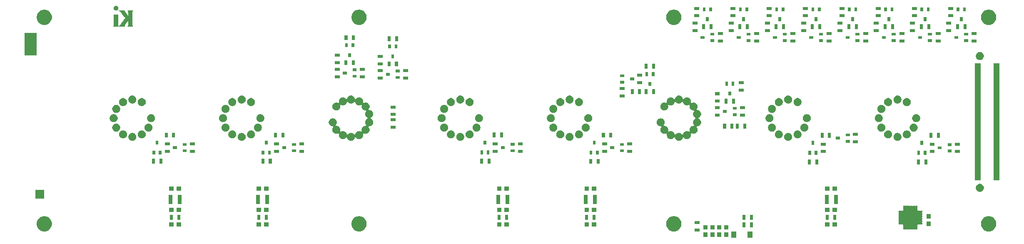
<source format=gbs>
G04 #@! TF.GenerationSoftware,KiCad,Pcbnew,(5.1.4)-1*
G04 #@! TF.CreationDate,2020-02-29T21:07:02-06:00*
G04 #@! TF.ProjectId,IV-6_Display_Board,49562d36-5f44-4697-9370-6c61795f426f,rev?*
G04 #@! TF.SameCoordinates,Original*
G04 #@! TF.FileFunction,Soldermask,Bot*
G04 #@! TF.FilePolarity,Negative*
%FSLAX46Y46*%
G04 Gerber Fmt 4.6, Leading zero omitted, Abs format (unit mm)*
G04 Created by KiCad (PCBNEW (5.1.4)-1) date 2020-02-29 21:07:02*
%MOMM*%
%LPD*%
G04 APERTURE LIST*
%ADD10C,0.010000*%
%ADD11C,0.100000*%
G04 APERTURE END LIST*
D10*
G36*
X52717059Y-67956960D02*
G01*
X52599455Y-68023395D01*
X52505977Y-68126045D01*
X52462188Y-68212124D01*
X52431578Y-68350614D01*
X52440679Y-68488591D01*
X52488027Y-68610084D01*
X52500412Y-68628850D01*
X52590851Y-68716408D01*
X52709729Y-68776553D01*
X52842667Y-68806418D01*
X52975287Y-68803134D01*
X53093210Y-68763832D01*
X53113994Y-68751244D01*
X53196263Y-68672394D01*
X53264086Y-68563770D01*
X53306253Y-68446295D01*
X53314600Y-68376799D01*
X53295326Y-68267575D01*
X53244810Y-68153110D01*
X53174018Y-68054158D01*
X53118358Y-68005295D01*
X52986139Y-67944876D01*
X52849163Y-67929776D01*
X52717059Y-67956960D01*
X52717059Y-67956960D01*
G37*
X52717059Y-67956960D02*
X52599455Y-68023395D01*
X52505977Y-68126045D01*
X52462188Y-68212124D01*
X52431578Y-68350614D01*
X52440679Y-68488591D01*
X52488027Y-68610084D01*
X52500412Y-68628850D01*
X52590851Y-68716408D01*
X52709729Y-68776553D01*
X52842667Y-68806418D01*
X52975287Y-68803134D01*
X53093210Y-68763832D01*
X53113994Y-68751244D01*
X53196263Y-68672394D01*
X53264086Y-68563770D01*
X53306253Y-68446295D01*
X53314600Y-68376799D01*
X53295326Y-68267575D01*
X53244810Y-68153110D01*
X53174018Y-68054158D01*
X53118358Y-68005295D01*
X52986139Y-67944876D01*
X52849163Y-67929776D01*
X52717059Y-67956960D01*
G36*
X52476400Y-70823045D02*
G01*
X52476179Y-71094528D01*
X52475417Y-71319618D01*
X52473974Y-71502721D01*
X52471706Y-71648240D01*
X52468469Y-71760583D01*
X52464122Y-71844155D01*
X52458520Y-71903359D01*
X52451522Y-71942603D01*
X52442984Y-71966292D01*
X52439108Y-71972395D01*
X52412822Y-72009943D01*
X52402109Y-72038085D01*
X52412290Y-72058174D01*
X52448688Y-72071563D01*
X52516624Y-72079605D01*
X52621422Y-72083653D01*
X52768402Y-72085060D01*
X52882800Y-72085200D01*
X53033082Y-72084515D01*
X53164273Y-72082608D01*
X53268573Y-72079702D01*
X53338181Y-72076017D01*
X53365295Y-72071776D01*
X53365400Y-72071488D01*
X53354845Y-72042454D01*
X53328274Y-71985509D01*
X53314600Y-71958200D01*
X53301734Y-71930760D01*
X53291241Y-71900394D01*
X53282880Y-71861920D01*
X53276409Y-71810155D01*
X53271589Y-71739918D01*
X53268178Y-71646027D01*
X53265935Y-71523301D01*
X53264619Y-71366559D01*
X53263990Y-71170617D01*
X53263805Y-70930296D01*
X53263800Y-70865750D01*
X53264053Y-70608269D01*
X53264929Y-70396749D01*
X53266604Y-70226351D01*
X53269252Y-70092238D01*
X53273050Y-69989571D01*
X53278173Y-69913513D01*
X53284797Y-69859226D01*
X53293097Y-69821872D01*
X53302553Y-69797938D01*
X53341305Y-69723000D01*
X52476400Y-69723000D01*
X52476400Y-70823045D01*
X52476400Y-70823045D01*
G37*
X52476400Y-70823045D02*
X52476179Y-71094528D01*
X52475417Y-71319618D01*
X52473974Y-71502721D01*
X52471706Y-71648240D01*
X52468469Y-71760583D01*
X52464122Y-71844155D01*
X52458520Y-71903359D01*
X52451522Y-71942603D01*
X52442984Y-71966292D01*
X52439108Y-71972395D01*
X52412822Y-72009943D01*
X52402109Y-72038085D01*
X52412290Y-72058174D01*
X52448688Y-72071563D01*
X52516624Y-72079605D01*
X52621422Y-72083653D01*
X52768402Y-72085060D01*
X52882800Y-72085200D01*
X53033082Y-72084515D01*
X53164273Y-72082608D01*
X53268573Y-72079702D01*
X53338181Y-72076017D01*
X53365295Y-72071776D01*
X53365400Y-72071488D01*
X53354845Y-72042454D01*
X53328274Y-71985509D01*
X53314600Y-71958200D01*
X53301734Y-71930760D01*
X53291241Y-71900394D01*
X53282880Y-71861920D01*
X53276409Y-71810155D01*
X53271589Y-71739918D01*
X53268178Y-71646027D01*
X53265935Y-71523301D01*
X53264619Y-71366559D01*
X53263990Y-71170617D01*
X53263805Y-70930296D01*
X53263800Y-70865750D01*
X53264053Y-70608269D01*
X53264929Y-70396749D01*
X53266604Y-70226351D01*
X53269252Y-70092238D01*
X53273050Y-69989571D01*
X53278173Y-69913513D01*
X53284797Y-69859226D01*
X53293097Y-69821872D01*
X53302553Y-69797938D01*
X53341305Y-69723000D01*
X52476400Y-69723000D01*
X52476400Y-70823045D01*
G36*
X54059253Y-68859400D02*
G01*
X53513941Y-68859400D01*
X53712721Y-69060787D01*
X54042429Y-69423691D01*
X54256849Y-69697815D01*
X54335297Y-69801400D01*
X54429856Y-69921529D01*
X54529950Y-70045202D01*
X54625002Y-70159419D01*
X54704434Y-70251181D01*
X54729532Y-70278760D01*
X54810964Y-70366212D01*
X54741006Y-70457356D01*
X54605564Y-70646604D01*
X54518022Y-70786050D01*
X54463152Y-70868286D01*
X54401876Y-70947612D01*
X54396727Y-70953607D01*
X54327778Y-71036581D01*
X54247253Y-71139137D01*
X54164058Y-71249288D01*
X54087098Y-71355047D01*
X54025281Y-71444425D01*
X53989624Y-71501547D01*
X53954543Y-71554596D01*
X53896014Y-71633062D01*
X53824180Y-71724252D01*
X53749185Y-71815472D01*
X53681172Y-71894032D01*
X53644800Y-71933020D01*
X53620911Y-71959081D01*
X53578637Y-72006406D01*
X53570523Y-72015570D01*
X53508945Y-72085200D01*
X54635400Y-72085200D01*
X54635400Y-72006923D01*
X54652163Y-71930395D01*
X54699393Y-71825149D01*
X54772507Y-71699239D01*
X54866919Y-71560716D01*
X54954458Y-71446533D01*
X55025732Y-71354313D01*
X55091053Y-71263269D01*
X55138223Y-71190535D01*
X55144329Y-71179833D01*
X55184371Y-71113434D01*
X55219658Y-71065284D01*
X55228301Y-71056500D01*
X55262862Y-71017816D01*
X55303085Y-70961250D01*
X55340774Y-70913093D01*
X55371285Y-70891487D01*
X55372586Y-70891400D01*
X55381462Y-70916091D01*
X55388582Y-70987381D01*
X55393736Y-71101092D01*
X55396717Y-71253044D01*
X55397400Y-71387961D01*
X55396716Y-71567263D01*
X55394305Y-71703270D01*
X55389625Y-71803475D01*
X55382137Y-71875369D01*
X55371302Y-71926443D01*
X55356579Y-71964188D01*
X55355756Y-71965811D01*
X55320283Y-72025491D01*
X55288777Y-72063618D01*
X55285906Y-72065761D01*
X55301403Y-72071323D01*
X55360753Y-72076262D01*
X55457014Y-72080312D01*
X55583241Y-72083207D01*
X55732489Y-72084682D01*
X55784206Y-72084811D01*
X56310711Y-72085200D01*
X56281032Y-72015350D01*
X56252859Y-71956758D01*
X56230776Y-71921370D01*
X56226943Y-71892142D01*
X56223343Y-71816781D01*
X56220041Y-71699951D01*
X56217104Y-71546317D01*
X56214601Y-71360546D01*
X56212596Y-71147302D01*
X56211158Y-70911251D01*
X56210353Y-70657059D01*
X56210201Y-70485290D01*
X56210259Y-70181311D01*
X56210530Y-69923912D01*
X56211154Y-69708874D01*
X56212274Y-69531978D01*
X56214031Y-69389004D01*
X56216567Y-69275733D01*
X56220024Y-69187945D01*
X56224543Y-69121421D01*
X56230267Y-69071941D01*
X56237338Y-69035286D01*
X56245896Y-69007237D01*
X56256084Y-68983574D01*
X56261001Y-68973699D01*
X56291756Y-68911869D01*
X56309810Y-68872660D01*
X56311801Y-68866729D01*
X56287665Y-68864507D01*
X56220312Y-68862556D01*
X56117328Y-68860984D01*
X55986294Y-68859901D01*
X55834795Y-68859415D01*
X55801083Y-68859400D01*
X55627940Y-68859664D01*
X55499371Y-68860831D01*
X55409154Y-68863464D01*
X55351063Y-68868123D01*
X55318876Y-68875372D01*
X55306368Y-68885772D01*
X55307314Y-68899885D01*
X55308836Y-68903850D01*
X55342195Y-68992673D01*
X55366261Y-69081181D01*
X55382420Y-69180141D01*
X55392058Y-69300321D01*
X55396560Y-69452488D01*
X55397400Y-69592088D01*
X55397401Y-70011904D01*
X55321201Y-69938900D01*
X55273587Y-69888557D01*
X55247006Y-69851278D01*
X55245000Y-69844483D01*
X55229863Y-69818550D01*
X55190372Y-69765128D01*
X55135412Y-69695145D01*
X55073868Y-69619529D01*
X55014623Y-69549209D01*
X54966561Y-69495114D01*
X54939761Y-69469000D01*
X54917439Y-69441734D01*
X54879064Y-69385630D01*
X54851198Y-69342000D01*
X54792995Y-69254298D01*
X54730049Y-69167698D01*
X54707701Y-69139362D01*
X54662987Y-69072736D01*
X54637592Y-69011643D01*
X54635400Y-68995390D01*
X54634878Y-68951677D01*
X54629209Y-68918502D01*
X54612238Y-68894412D01*
X54577811Y-68877955D01*
X54519774Y-68867677D01*
X54431972Y-68862127D01*
X54308250Y-68859851D01*
X54142455Y-68859396D01*
X54059253Y-68859400D01*
X54059253Y-68859400D01*
G37*
X54059253Y-68859400D02*
X53513941Y-68859400D01*
X53712721Y-69060787D01*
X54042429Y-69423691D01*
X54256849Y-69697815D01*
X54335297Y-69801400D01*
X54429856Y-69921529D01*
X54529950Y-70045202D01*
X54625002Y-70159419D01*
X54704434Y-70251181D01*
X54729532Y-70278760D01*
X54810964Y-70366212D01*
X54741006Y-70457356D01*
X54605564Y-70646604D01*
X54518022Y-70786050D01*
X54463152Y-70868286D01*
X54401876Y-70947612D01*
X54396727Y-70953607D01*
X54327778Y-71036581D01*
X54247253Y-71139137D01*
X54164058Y-71249288D01*
X54087098Y-71355047D01*
X54025281Y-71444425D01*
X53989624Y-71501547D01*
X53954543Y-71554596D01*
X53896014Y-71633062D01*
X53824180Y-71724252D01*
X53749185Y-71815472D01*
X53681172Y-71894032D01*
X53644800Y-71933020D01*
X53620911Y-71959081D01*
X53578637Y-72006406D01*
X53570523Y-72015570D01*
X53508945Y-72085200D01*
X54635400Y-72085200D01*
X54635400Y-72006923D01*
X54652163Y-71930395D01*
X54699393Y-71825149D01*
X54772507Y-71699239D01*
X54866919Y-71560716D01*
X54954458Y-71446533D01*
X55025732Y-71354313D01*
X55091053Y-71263269D01*
X55138223Y-71190535D01*
X55144329Y-71179833D01*
X55184371Y-71113434D01*
X55219658Y-71065284D01*
X55228301Y-71056500D01*
X55262862Y-71017816D01*
X55303085Y-70961250D01*
X55340774Y-70913093D01*
X55371285Y-70891487D01*
X55372586Y-70891400D01*
X55381462Y-70916091D01*
X55388582Y-70987381D01*
X55393736Y-71101092D01*
X55396717Y-71253044D01*
X55397400Y-71387961D01*
X55396716Y-71567263D01*
X55394305Y-71703270D01*
X55389625Y-71803475D01*
X55382137Y-71875369D01*
X55371302Y-71926443D01*
X55356579Y-71964188D01*
X55355756Y-71965811D01*
X55320283Y-72025491D01*
X55288777Y-72063618D01*
X55285906Y-72065761D01*
X55301403Y-72071323D01*
X55360753Y-72076262D01*
X55457014Y-72080312D01*
X55583241Y-72083207D01*
X55732489Y-72084682D01*
X55784206Y-72084811D01*
X56310711Y-72085200D01*
X56281032Y-72015350D01*
X56252859Y-71956758D01*
X56230776Y-71921370D01*
X56226943Y-71892142D01*
X56223343Y-71816781D01*
X56220041Y-71699951D01*
X56217104Y-71546317D01*
X56214601Y-71360546D01*
X56212596Y-71147302D01*
X56211158Y-70911251D01*
X56210353Y-70657059D01*
X56210201Y-70485290D01*
X56210259Y-70181311D01*
X56210530Y-69923912D01*
X56211154Y-69708874D01*
X56212274Y-69531978D01*
X56214031Y-69389004D01*
X56216567Y-69275733D01*
X56220024Y-69187945D01*
X56224543Y-69121421D01*
X56230267Y-69071941D01*
X56237338Y-69035286D01*
X56245896Y-69007237D01*
X56256084Y-68983574D01*
X56261001Y-68973699D01*
X56291756Y-68911869D01*
X56309810Y-68872660D01*
X56311801Y-68866729D01*
X56287665Y-68864507D01*
X56220312Y-68862556D01*
X56117328Y-68860984D01*
X55986294Y-68859901D01*
X55834795Y-68859415D01*
X55801083Y-68859400D01*
X55627940Y-68859664D01*
X55499371Y-68860831D01*
X55409154Y-68863464D01*
X55351063Y-68868123D01*
X55318876Y-68875372D01*
X55306368Y-68885772D01*
X55307314Y-68899885D01*
X55308836Y-68903850D01*
X55342195Y-68992673D01*
X55366261Y-69081181D01*
X55382420Y-69180141D01*
X55392058Y-69300321D01*
X55396560Y-69452488D01*
X55397400Y-69592088D01*
X55397401Y-70011904D01*
X55321201Y-69938900D01*
X55273587Y-69888557D01*
X55247006Y-69851278D01*
X55245000Y-69844483D01*
X55229863Y-69818550D01*
X55190372Y-69765128D01*
X55135412Y-69695145D01*
X55073868Y-69619529D01*
X55014623Y-69549209D01*
X54966561Y-69495114D01*
X54939761Y-69469000D01*
X54917439Y-69441734D01*
X54879064Y-69385630D01*
X54851198Y-69342000D01*
X54792995Y-69254298D01*
X54730049Y-69167698D01*
X54707701Y-69139362D01*
X54662987Y-69072736D01*
X54637592Y-69011643D01*
X54635400Y-68995390D01*
X54634878Y-68951677D01*
X54629209Y-68918502D01*
X54612238Y-68894412D01*
X54577811Y-68877955D01*
X54519774Y-68867677D01*
X54431972Y-68862127D01*
X54308250Y-68859851D01*
X54142455Y-68859396D01*
X54059253Y-68859400D01*
D11*
G36*
X182301000Y-115141000D02*
G01*
X181299000Y-115141000D01*
X181299000Y-113839000D01*
X182301000Y-113839000D01*
X182301000Y-115141000D01*
X182301000Y-115141000D01*
G37*
G36*
X179001000Y-115141000D02*
G01*
X177999000Y-115141000D01*
X177999000Y-113839000D01*
X179001000Y-113839000D01*
X179001000Y-115141000D01*
X179001000Y-115141000D01*
G37*
G36*
X177400000Y-114929000D02*
G01*
X176548000Y-114929000D01*
X176548000Y-114027000D01*
X177400000Y-114027000D01*
X177400000Y-114929000D01*
X177400000Y-114929000D01*
G37*
G36*
X173210000Y-114929000D02*
G01*
X172358000Y-114929000D01*
X172358000Y-114027000D01*
X173210000Y-114027000D01*
X173210000Y-114929000D01*
X173210000Y-114929000D01*
G37*
G36*
X174606000Y-114929000D02*
G01*
X173754000Y-114929000D01*
X173754000Y-114027000D01*
X174606000Y-114027000D01*
X174606000Y-114929000D01*
X174606000Y-114929000D01*
G37*
G36*
X176004000Y-114929000D02*
G01*
X175152000Y-114929000D01*
X175152000Y-114027000D01*
X176004000Y-114027000D01*
X176004000Y-114929000D01*
X176004000Y-114929000D01*
G37*
G36*
X102643585Y-110759802D02*
G01*
X102793410Y-110789604D01*
X103075674Y-110906521D01*
X103329705Y-111076259D01*
X103545741Y-111292295D01*
X103715479Y-111546326D01*
X103832396Y-111828590D01*
X103862198Y-111978415D01*
X103892000Y-112128239D01*
X103892000Y-112433761D01*
X103870304Y-112542832D01*
X103832396Y-112733410D01*
X103715479Y-113015674D01*
X103545741Y-113269705D01*
X103329705Y-113485741D01*
X103075674Y-113655479D01*
X102793410Y-113772396D01*
X102643585Y-113802198D01*
X102493761Y-113832000D01*
X102188239Y-113832000D01*
X102038415Y-113802198D01*
X101888590Y-113772396D01*
X101606326Y-113655479D01*
X101352295Y-113485741D01*
X101136259Y-113269705D01*
X100966521Y-113015674D01*
X100849604Y-112733410D01*
X100811696Y-112542832D01*
X100790000Y-112433761D01*
X100790000Y-112128239D01*
X100819802Y-111978415D01*
X100849604Y-111828590D01*
X100966521Y-111546326D01*
X101136259Y-111292295D01*
X101352295Y-111076259D01*
X101606326Y-110906521D01*
X101888590Y-110789604D01*
X102038415Y-110759802D01*
X102188239Y-110730000D01*
X102493761Y-110730000D01*
X102643585Y-110759802D01*
X102643585Y-110759802D01*
G37*
G36*
X38643385Y-110759802D02*
G01*
X38793210Y-110789604D01*
X39075474Y-110906521D01*
X39329505Y-111076259D01*
X39545541Y-111292295D01*
X39715279Y-111546326D01*
X39832196Y-111828590D01*
X39861998Y-111978415D01*
X39891800Y-112128239D01*
X39891800Y-112433761D01*
X39870104Y-112542832D01*
X39832196Y-112733410D01*
X39715279Y-113015674D01*
X39545541Y-113269705D01*
X39329505Y-113485741D01*
X39075474Y-113655479D01*
X38793210Y-113772396D01*
X38643385Y-113802198D01*
X38493561Y-113832000D01*
X38188039Y-113832000D01*
X38038215Y-113802198D01*
X37888390Y-113772396D01*
X37606126Y-113655479D01*
X37352095Y-113485741D01*
X37136059Y-113269705D01*
X36966321Y-113015674D01*
X36849404Y-112733410D01*
X36811496Y-112542832D01*
X36789800Y-112433761D01*
X36789800Y-112128239D01*
X36819602Y-111978415D01*
X36849404Y-111828590D01*
X36966321Y-111546326D01*
X37136059Y-111292295D01*
X37352095Y-111076259D01*
X37606126Y-110906521D01*
X37888390Y-110789604D01*
X38038215Y-110759802D01*
X38188039Y-110730000D01*
X38493561Y-110730000D01*
X38643385Y-110759802D01*
X38643385Y-110759802D01*
G37*
G36*
X230643585Y-110759802D02*
G01*
X230793410Y-110789604D01*
X231075674Y-110906521D01*
X231329705Y-111076259D01*
X231545741Y-111292295D01*
X231715479Y-111546326D01*
X231832396Y-111828590D01*
X231862198Y-111978415D01*
X231892000Y-112128239D01*
X231892000Y-112433761D01*
X231870304Y-112542832D01*
X231832396Y-112733410D01*
X231715479Y-113015674D01*
X231545741Y-113269705D01*
X231329705Y-113485741D01*
X231075674Y-113655479D01*
X230793410Y-113772396D01*
X230643585Y-113802198D01*
X230493761Y-113832000D01*
X230188239Y-113832000D01*
X230038415Y-113802198D01*
X229888590Y-113772396D01*
X229606326Y-113655479D01*
X229352295Y-113485741D01*
X229136259Y-113269705D01*
X228966521Y-113015674D01*
X228849604Y-112733410D01*
X228811696Y-112542832D01*
X228790000Y-112433761D01*
X228790000Y-112128239D01*
X228819802Y-111978415D01*
X228849604Y-111828590D01*
X228966521Y-111546326D01*
X229136259Y-111292295D01*
X229352295Y-111076259D01*
X229606326Y-110906521D01*
X229888590Y-110789604D01*
X230038415Y-110759802D01*
X230188239Y-110730000D01*
X230493761Y-110730000D01*
X230643585Y-110759802D01*
X230643585Y-110759802D01*
G37*
G36*
X166643585Y-110759802D02*
G01*
X166793410Y-110789604D01*
X167075674Y-110906521D01*
X167329705Y-111076259D01*
X167545741Y-111292295D01*
X167715479Y-111546326D01*
X167832396Y-111828590D01*
X167862198Y-111978415D01*
X167892000Y-112128239D01*
X167892000Y-112433761D01*
X167870304Y-112542832D01*
X167832396Y-112733410D01*
X167715479Y-113015674D01*
X167545741Y-113269705D01*
X167329705Y-113485741D01*
X167075674Y-113655479D01*
X166793410Y-113772396D01*
X166643585Y-113802198D01*
X166493761Y-113832000D01*
X166188239Y-113832000D01*
X166038415Y-113802198D01*
X165888590Y-113772396D01*
X165606326Y-113655479D01*
X165352295Y-113485741D01*
X165136259Y-113269705D01*
X164966521Y-113015674D01*
X164849604Y-112733410D01*
X164811696Y-112542832D01*
X164790000Y-112433761D01*
X164790000Y-112128239D01*
X164819802Y-111978415D01*
X164849604Y-111828590D01*
X164966521Y-111546326D01*
X165136259Y-111292295D01*
X165352295Y-111076259D01*
X165606326Y-110906521D01*
X165888590Y-110789604D01*
X166038415Y-110759802D01*
X166188239Y-110730000D01*
X166493761Y-110730000D01*
X166643585Y-110759802D01*
X166643585Y-110759802D01*
G37*
G36*
X171570000Y-113827000D02*
G01*
X170568000Y-113827000D01*
X170568000Y-113225000D01*
X171570000Y-113225000D01*
X171570000Y-113827000D01*
X171570000Y-113827000D01*
G37*
G36*
X173210000Y-113429000D02*
G01*
X172358000Y-113429000D01*
X172358000Y-112527000D01*
X173210000Y-112527000D01*
X173210000Y-113429000D01*
X173210000Y-113429000D01*
G37*
G36*
X174606000Y-113429000D02*
G01*
X173754000Y-113429000D01*
X173754000Y-112527000D01*
X174606000Y-112527000D01*
X174606000Y-113429000D01*
X174606000Y-113429000D01*
G37*
G36*
X176004000Y-113429000D02*
G01*
X175152000Y-113429000D01*
X175152000Y-112527000D01*
X176004000Y-112527000D01*
X176004000Y-113429000D01*
X176004000Y-113429000D01*
G37*
G36*
X177400000Y-113429000D02*
G01*
X176548000Y-113429000D01*
X176548000Y-112527000D01*
X177400000Y-112527000D01*
X177400000Y-113429000D01*
X177400000Y-113429000D01*
G37*
G36*
X213345355Y-108598083D02*
G01*
X213350029Y-108599501D01*
X213354330Y-108601800D01*
X213360702Y-108607029D01*
X213381076Y-108620643D01*
X213403715Y-108630020D01*
X213427749Y-108634800D01*
X213452253Y-108634800D01*
X213476286Y-108630019D01*
X213498925Y-108620642D01*
X213519298Y-108607029D01*
X213525670Y-108601800D01*
X213529971Y-108599501D01*
X213534645Y-108598083D01*
X213545641Y-108597000D01*
X213834359Y-108597000D01*
X213845355Y-108598083D01*
X213850029Y-108599501D01*
X213854330Y-108601800D01*
X213860702Y-108607029D01*
X213881076Y-108620643D01*
X213903715Y-108630020D01*
X213927749Y-108634800D01*
X213952253Y-108634800D01*
X213976286Y-108630019D01*
X213998925Y-108620642D01*
X214019298Y-108607029D01*
X214025670Y-108601800D01*
X214029971Y-108599501D01*
X214034645Y-108598083D01*
X214045641Y-108597000D01*
X214334359Y-108597000D01*
X214345355Y-108598083D01*
X214350029Y-108599501D01*
X214354330Y-108601800D01*
X214360702Y-108607029D01*
X214381076Y-108620643D01*
X214403715Y-108630020D01*
X214427749Y-108634800D01*
X214452253Y-108634800D01*
X214476286Y-108630019D01*
X214498925Y-108620642D01*
X214519298Y-108607029D01*
X214525670Y-108601800D01*
X214529971Y-108599501D01*
X214534645Y-108598083D01*
X214545641Y-108597000D01*
X214834359Y-108597000D01*
X214845355Y-108598083D01*
X214850029Y-108599501D01*
X214854330Y-108601800D01*
X214860702Y-108607029D01*
X214881076Y-108620643D01*
X214903715Y-108630020D01*
X214927749Y-108634800D01*
X214952253Y-108634800D01*
X214976286Y-108630019D01*
X214998925Y-108620642D01*
X215019298Y-108607029D01*
X215025670Y-108601800D01*
X215029971Y-108599501D01*
X215034645Y-108598083D01*
X215045641Y-108597000D01*
X215334359Y-108597000D01*
X215345355Y-108598083D01*
X215350029Y-108599501D01*
X215354330Y-108601800D01*
X215360702Y-108607029D01*
X215381076Y-108620643D01*
X215403715Y-108630020D01*
X215427749Y-108634800D01*
X215452253Y-108634800D01*
X215476286Y-108630019D01*
X215498925Y-108620642D01*
X215519298Y-108607029D01*
X215525670Y-108601800D01*
X215529971Y-108599501D01*
X215534645Y-108598083D01*
X215545641Y-108597000D01*
X215834359Y-108597000D01*
X215845355Y-108598083D01*
X215850029Y-108599501D01*
X215854331Y-108601800D01*
X215858104Y-108604896D01*
X215861200Y-108608669D01*
X215863499Y-108612971D01*
X215864917Y-108617645D01*
X215866000Y-108628641D01*
X215866000Y-109447001D01*
X215868402Y-109471387D01*
X215875515Y-109494836D01*
X215887066Y-109516447D01*
X215902611Y-109535389D01*
X215921553Y-109550934D01*
X215943164Y-109562485D01*
X215966613Y-109569598D01*
X215990999Y-109572000D01*
X216809359Y-109572000D01*
X216820355Y-109573083D01*
X216825029Y-109574501D01*
X216829331Y-109576800D01*
X216833104Y-109579896D01*
X216836200Y-109583669D01*
X216838499Y-109587971D01*
X216839917Y-109592645D01*
X216841000Y-109603641D01*
X216841000Y-109892359D01*
X216839917Y-109903355D01*
X216838499Y-109908029D01*
X216836200Y-109912330D01*
X216830971Y-109918702D01*
X216817357Y-109939076D01*
X216807980Y-109961715D01*
X216803200Y-109985749D01*
X216803200Y-110010253D01*
X216807981Y-110034286D01*
X216817358Y-110056925D01*
X216830971Y-110077298D01*
X216836200Y-110083670D01*
X216838499Y-110087971D01*
X216839917Y-110092645D01*
X216841000Y-110103641D01*
X216841000Y-110392359D01*
X216839917Y-110403355D01*
X216838499Y-110408029D01*
X216836200Y-110412330D01*
X216830971Y-110418702D01*
X216817357Y-110439076D01*
X216807980Y-110461715D01*
X216803200Y-110485749D01*
X216803200Y-110510253D01*
X216807981Y-110534286D01*
X216817358Y-110556925D01*
X216830971Y-110577298D01*
X216836200Y-110583670D01*
X216838499Y-110587971D01*
X216839917Y-110592645D01*
X216841000Y-110603641D01*
X216841000Y-110892359D01*
X216839917Y-110903355D01*
X216838499Y-110908029D01*
X216836200Y-110912330D01*
X216830971Y-110918702D01*
X216817357Y-110939076D01*
X216807980Y-110961715D01*
X216803200Y-110985749D01*
X216803200Y-111010253D01*
X216807981Y-111034286D01*
X216817358Y-111056925D01*
X216830971Y-111077298D01*
X216836200Y-111083670D01*
X216838499Y-111087971D01*
X216839917Y-111092645D01*
X216841000Y-111103641D01*
X216841000Y-111392359D01*
X216839917Y-111403355D01*
X216838499Y-111408029D01*
X216836200Y-111412330D01*
X216830971Y-111418702D01*
X216817357Y-111439076D01*
X216807980Y-111461715D01*
X216803200Y-111485749D01*
X216803200Y-111510253D01*
X216807981Y-111534286D01*
X216817358Y-111556925D01*
X216830971Y-111577298D01*
X216836200Y-111583670D01*
X216838499Y-111587971D01*
X216839917Y-111592645D01*
X216841000Y-111603641D01*
X216841000Y-111892359D01*
X216839917Y-111903355D01*
X216838499Y-111908029D01*
X216836200Y-111912330D01*
X216830971Y-111918702D01*
X216817357Y-111939076D01*
X216807980Y-111961715D01*
X216803200Y-111985749D01*
X216803200Y-112010253D01*
X216807981Y-112034286D01*
X216817358Y-112056925D01*
X216830971Y-112077298D01*
X216836200Y-112083670D01*
X216838499Y-112087971D01*
X216839917Y-112092645D01*
X216841000Y-112103641D01*
X216841000Y-112392359D01*
X216839917Y-112403355D01*
X216838499Y-112408029D01*
X216836200Y-112412331D01*
X216833104Y-112416104D01*
X216829331Y-112419200D01*
X216825029Y-112421499D01*
X216820355Y-112422917D01*
X216809359Y-112424000D01*
X215990999Y-112424000D01*
X215966613Y-112426402D01*
X215943164Y-112433515D01*
X215921553Y-112445066D01*
X215902611Y-112460611D01*
X215887066Y-112479553D01*
X215875515Y-112501164D01*
X215868402Y-112524613D01*
X215866000Y-112548999D01*
X215866000Y-113367359D01*
X215864917Y-113378355D01*
X215863499Y-113383029D01*
X215861200Y-113387331D01*
X215858104Y-113391104D01*
X215854331Y-113394200D01*
X215850029Y-113396499D01*
X215845355Y-113397917D01*
X215834359Y-113399000D01*
X215545641Y-113399000D01*
X215534645Y-113397917D01*
X215529971Y-113396499D01*
X215525670Y-113394200D01*
X215519298Y-113388971D01*
X215498924Y-113375357D01*
X215476285Y-113365980D01*
X215452251Y-113361200D01*
X215427747Y-113361200D01*
X215403714Y-113365981D01*
X215381075Y-113375358D01*
X215360702Y-113388971D01*
X215354330Y-113394200D01*
X215350029Y-113396499D01*
X215345355Y-113397917D01*
X215334359Y-113399000D01*
X215045641Y-113399000D01*
X215034645Y-113397917D01*
X215029971Y-113396499D01*
X215025670Y-113394200D01*
X215019298Y-113388971D01*
X214998924Y-113375357D01*
X214976285Y-113365980D01*
X214952251Y-113361200D01*
X214927747Y-113361200D01*
X214903714Y-113365981D01*
X214881075Y-113375358D01*
X214860702Y-113388971D01*
X214854330Y-113394200D01*
X214850029Y-113396499D01*
X214845355Y-113397917D01*
X214834359Y-113399000D01*
X214545641Y-113399000D01*
X214534645Y-113397917D01*
X214529971Y-113396499D01*
X214525670Y-113394200D01*
X214519298Y-113388971D01*
X214498924Y-113375357D01*
X214476285Y-113365980D01*
X214452251Y-113361200D01*
X214427747Y-113361200D01*
X214403714Y-113365981D01*
X214381075Y-113375358D01*
X214360702Y-113388971D01*
X214354330Y-113394200D01*
X214350029Y-113396499D01*
X214345355Y-113397917D01*
X214334359Y-113399000D01*
X214045641Y-113399000D01*
X214034645Y-113397917D01*
X214029971Y-113396499D01*
X214025670Y-113394200D01*
X214019298Y-113388971D01*
X213998924Y-113375357D01*
X213976285Y-113365980D01*
X213952251Y-113361200D01*
X213927747Y-113361200D01*
X213903714Y-113365981D01*
X213881075Y-113375358D01*
X213860702Y-113388971D01*
X213854330Y-113394200D01*
X213850029Y-113396499D01*
X213845355Y-113397917D01*
X213834359Y-113399000D01*
X213545641Y-113399000D01*
X213534645Y-113397917D01*
X213529971Y-113396499D01*
X213525670Y-113394200D01*
X213519298Y-113388971D01*
X213498924Y-113375357D01*
X213476285Y-113365980D01*
X213452251Y-113361200D01*
X213427747Y-113361200D01*
X213403714Y-113365981D01*
X213381075Y-113375358D01*
X213360702Y-113388971D01*
X213354330Y-113394200D01*
X213350029Y-113396499D01*
X213345355Y-113397917D01*
X213334359Y-113399000D01*
X213045641Y-113399000D01*
X213034645Y-113397917D01*
X213029971Y-113396499D01*
X213025669Y-113394200D01*
X213021896Y-113391104D01*
X213018800Y-113387331D01*
X213016501Y-113383029D01*
X213015083Y-113378355D01*
X213014000Y-113367359D01*
X213014000Y-112548999D01*
X213011598Y-112524613D01*
X213004485Y-112501164D01*
X212992934Y-112479553D01*
X212977389Y-112460611D01*
X212958447Y-112445066D01*
X212936836Y-112433515D01*
X212913387Y-112426402D01*
X212889001Y-112424000D01*
X212070641Y-112424000D01*
X212059645Y-112422917D01*
X212054971Y-112421499D01*
X212050669Y-112419200D01*
X212046896Y-112416104D01*
X212043800Y-112412331D01*
X212041501Y-112408029D01*
X212040083Y-112403355D01*
X212039000Y-112392359D01*
X212039000Y-112103641D01*
X212040083Y-112092645D01*
X212041501Y-112087971D01*
X212043800Y-112083670D01*
X212049029Y-112077298D01*
X212062643Y-112056924D01*
X212072020Y-112034285D01*
X212076800Y-112010251D01*
X212076800Y-111985747D01*
X212072019Y-111961714D01*
X212062642Y-111939075D01*
X212049029Y-111918702D01*
X212043800Y-111912330D01*
X212041501Y-111908029D01*
X212040083Y-111903355D01*
X212039000Y-111892359D01*
X212039000Y-111603641D01*
X212040083Y-111592645D01*
X212041501Y-111587971D01*
X212043800Y-111583670D01*
X212049029Y-111577298D01*
X212062643Y-111556924D01*
X212072020Y-111534285D01*
X212076800Y-111510251D01*
X212076800Y-111485747D01*
X212072019Y-111461714D01*
X212062642Y-111439075D01*
X212049029Y-111418702D01*
X212043800Y-111412330D01*
X212041501Y-111408029D01*
X212040083Y-111403355D01*
X212039000Y-111392359D01*
X212039000Y-111103641D01*
X212040083Y-111092645D01*
X212041501Y-111087971D01*
X212043800Y-111083670D01*
X212049029Y-111077298D01*
X212062643Y-111056924D01*
X212072020Y-111034285D01*
X212076800Y-111010251D01*
X212076800Y-110985747D01*
X212072019Y-110961714D01*
X212062642Y-110939075D01*
X212049029Y-110918702D01*
X212043800Y-110912330D01*
X212041501Y-110908029D01*
X212040083Y-110903355D01*
X212039000Y-110892359D01*
X212039000Y-110603641D01*
X212040083Y-110592645D01*
X212041501Y-110587971D01*
X212043800Y-110583670D01*
X212049029Y-110577298D01*
X212062643Y-110556924D01*
X212072020Y-110534285D01*
X212076800Y-110510251D01*
X212076800Y-110485747D01*
X212072019Y-110461714D01*
X212062642Y-110439075D01*
X212049029Y-110418702D01*
X212043800Y-110412330D01*
X212041501Y-110408029D01*
X212040083Y-110403355D01*
X212039000Y-110392359D01*
X212039000Y-110103641D01*
X212040083Y-110092645D01*
X212041501Y-110087971D01*
X212043800Y-110083670D01*
X212049029Y-110077298D01*
X212062643Y-110056924D01*
X212072020Y-110034285D01*
X212076800Y-110010251D01*
X212076800Y-109985747D01*
X212072019Y-109961714D01*
X212062642Y-109939075D01*
X212049029Y-109918702D01*
X212043800Y-109912330D01*
X212041501Y-109908029D01*
X212040083Y-109903355D01*
X212039000Y-109892359D01*
X212039000Y-109603641D01*
X212040083Y-109592645D01*
X212041501Y-109587971D01*
X212043800Y-109583669D01*
X212046896Y-109579896D01*
X212050669Y-109576800D01*
X212054971Y-109574501D01*
X212059645Y-109573083D01*
X212070641Y-109572000D01*
X212889001Y-109572000D01*
X212913387Y-109569598D01*
X212936836Y-109562485D01*
X212958447Y-109550934D01*
X212977389Y-109535389D01*
X212992934Y-109516447D01*
X213004485Y-109494836D01*
X213011598Y-109471387D01*
X213014000Y-109447001D01*
X213014000Y-108628641D01*
X213015083Y-108617645D01*
X213016501Y-108612971D01*
X213018800Y-108608669D01*
X213021896Y-108604896D01*
X213025669Y-108601800D01*
X213029971Y-108599501D01*
X213034645Y-108598083D01*
X213045641Y-108597000D01*
X213334359Y-108597000D01*
X213345355Y-108598083D01*
X213345355Y-108598083D01*
G37*
G36*
X182407000Y-112959000D02*
G01*
X181805000Y-112959000D01*
X181805000Y-111957000D01*
X182407000Y-111957000D01*
X182407000Y-112959000D01*
X182407000Y-112959000D01*
G37*
G36*
X180907000Y-112959000D02*
G01*
X180305000Y-112959000D01*
X180305000Y-111957000D01*
X180907000Y-111957000D01*
X180907000Y-112959000D01*
X180907000Y-112959000D01*
G37*
G36*
X132797000Y-112818000D02*
G01*
X131895000Y-112818000D01*
X131895000Y-111966000D01*
X132797000Y-111966000D01*
X132797000Y-112818000D01*
X132797000Y-112818000D01*
G37*
G36*
X199510000Y-112818000D02*
G01*
X198608000Y-112818000D01*
X198608000Y-111966000D01*
X199510000Y-111966000D01*
X199510000Y-112818000D01*
X199510000Y-112818000D01*
G37*
G36*
X198010000Y-112818000D02*
G01*
X197108000Y-112818000D01*
X197108000Y-111966000D01*
X198010000Y-111966000D01*
X198010000Y-112818000D01*
X198010000Y-112818000D01*
G37*
G36*
X66160000Y-112818000D02*
G01*
X65258000Y-112818000D01*
X65258000Y-111966000D01*
X66160000Y-111966000D01*
X66160000Y-112818000D01*
X66160000Y-112818000D01*
G37*
G36*
X64660000Y-112818000D02*
G01*
X63758000Y-112818000D01*
X63758000Y-111966000D01*
X64660000Y-111966000D01*
X64660000Y-112818000D01*
X64660000Y-112818000D01*
G37*
G36*
X82440000Y-112818000D02*
G01*
X81538000Y-112818000D01*
X81538000Y-111966000D01*
X82440000Y-111966000D01*
X82440000Y-112818000D01*
X82440000Y-112818000D01*
G37*
G36*
X83940000Y-112818000D02*
G01*
X83038000Y-112818000D01*
X83038000Y-111966000D01*
X83940000Y-111966000D01*
X83940000Y-112818000D01*
X83940000Y-112818000D01*
G37*
G36*
X150577000Y-112818000D02*
G01*
X149675000Y-112818000D01*
X149675000Y-111966000D01*
X150577000Y-111966000D01*
X150577000Y-112818000D01*
X150577000Y-112818000D01*
G37*
G36*
X131297000Y-112818000D02*
G01*
X130395000Y-112818000D01*
X130395000Y-111966000D01*
X131297000Y-111966000D01*
X131297000Y-112818000D01*
X131297000Y-112818000D01*
G37*
G36*
X149077000Y-112818000D02*
G01*
X148175000Y-112818000D01*
X148175000Y-111966000D01*
X149077000Y-111966000D01*
X149077000Y-112818000D01*
X149077000Y-112818000D01*
G37*
G36*
X218548000Y-112707000D02*
G01*
X217696000Y-112707000D01*
X217696000Y-111805000D01*
X218548000Y-111805000D01*
X218548000Y-112707000D01*
X218548000Y-112707000D01*
G37*
G36*
X171570000Y-112327000D02*
G01*
X170568000Y-112327000D01*
X170568000Y-111725000D01*
X171570000Y-111725000D01*
X171570000Y-112327000D01*
X171570000Y-112327000D01*
G37*
G36*
X182407000Y-111435000D02*
G01*
X181805000Y-111435000D01*
X181805000Y-110433000D01*
X182407000Y-110433000D01*
X182407000Y-111435000D01*
X182407000Y-111435000D01*
G37*
G36*
X180907000Y-111435000D02*
G01*
X180305000Y-111435000D01*
X180305000Y-110433000D01*
X180907000Y-110433000D01*
X180907000Y-111435000D01*
X180907000Y-111435000D01*
G37*
G36*
X199360000Y-111432000D02*
G01*
X198758000Y-111432000D01*
X198758000Y-110430000D01*
X199360000Y-110430000D01*
X199360000Y-111432000D01*
X199360000Y-111432000D01*
G37*
G36*
X148927000Y-111432000D02*
G01*
X148325000Y-111432000D01*
X148325000Y-110430000D01*
X148927000Y-110430000D01*
X148927000Y-111432000D01*
X148927000Y-111432000D01*
G37*
G36*
X131147000Y-111432000D02*
G01*
X130545000Y-111432000D01*
X130545000Y-110430000D01*
X131147000Y-110430000D01*
X131147000Y-111432000D01*
X131147000Y-111432000D01*
G37*
G36*
X150427000Y-111432000D02*
G01*
X149825000Y-111432000D01*
X149825000Y-110430000D01*
X150427000Y-110430000D01*
X150427000Y-111432000D01*
X150427000Y-111432000D01*
G37*
G36*
X132647000Y-111432000D02*
G01*
X132045000Y-111432000D01*
X132045000Y-110430000D01*
X132647000Y-110430000D01*
X132647000Y-111432000D01*
X132647000Y-111432000D01*
G37*
G36*
X83790000Y-111432000D02*
G01*
X83188000Y-111432000D01*
X83188000Y-110430000D01*
X83790000Y-110430000D01*
X83790000Y-111432000D01*
X83790000Y-111432000D01*
G37*
G36*
X82290000Y-111432000D02*
G01*
X81688000Y-111432000D01*
X81688000Y-110430000D01*
X82290000Y-110430000D01*
X82290000Y-111432000D01*
X82290000Y-111432000D01*
G37*
G36*
X64510000Y-111432000D02*
G01*
X63908000Y-111432000D01*
X63908000Y-110430000D01*
X64510000Y-110430000D01*
X64510000Y-111432000D01*
X64510000Y-111432000D01*
G37*
G36*
X197860000Y-111432000D02*
G01*
X197258000Y-111432000D01*
X197258000Y-110430000D01*
X197860000Y-110430000D01*
X197860000Y-111432000D01*
X197860000Y-111432000D01*
G37*
G36*
X66010000Y-111432000D02*
G01*
X65408000Y-111432000D01*
X65408000Y-110430000D01*
X66010000Y-110430000D01*
X66010000Y-111432000D01*
X66010000Y-111432000D01*
G37*
G36*
X218548000Y-111207000D02*
G01*
X217696000Y-111207000D01*
X217696000Y-110305000D01*
X218548000Y-110305000D01*
X218548000Y-111207000D01*
X218548000Y-111207000D01*
G37*
G36*
X64660000Y-109896000D02*
G01*
X63758000Y-109896000D01*
X63758000Y-109044000D01*
X64660000Y-109044000D01*
X64660000Y-109896000D01*
X64660000Y-109896000D01*
G37*
G36*
X150577000Y-109896000D02*
G01*
X149675000Y-109896000D01*
X149675000Y-109044000D01*
X150577000Y-109044000D01*
X150577000Y-109896000D01*
X150577000Y-109896000D01*
G37*
G36*
X131297000Y-109896000D02*
G01*
X130395000Y-109896000D01*
X130395000Y-109044000D01*
X131297000Y-109044000D01*
X131297000Y-109896000D01*
X131297000Y-109896000D01*
G37*
G36*
X66160000Y-109896000D02*
G01*
X65258000Y-109896000D01*
X65258000Y-109044000D01*
X66160000Y-109044000D01*
X66160000Y-109896000D01*
X66160000Y-109896000D01*
G37*
G36*
X82440000Y-109896000D02*
G01*
X81538000Y-109896000D01*
X81538000Y-109044000D01*
X82440000Y-109044000D01*
X82440000Y-109896000D01*
X82440000Y-109896000D01*
G37*
G36*
X83940000Y-109896000D02*
G01*
X83038000Y-109896000D01*
X83038000Y-109044000D01*
X83940000Y-109044000D01*
X83940000Y-109896000D01*
X83940000Y-109896000D01*
G37*
G36*
X198010000Y-109896000D02*
G01*
X197108000Y-109896000D01*
X197108000Y-109044000D01*
X198010000Y-109044000D01*
X198010000Y-109896000D01*
X198010000Y-109896000D01*
G37*
G36*
X199510000Y-109896000D02*
G01*
X198608000Y-109896000D01*
X198608000Y-109044000D01*
X199510000Y-109044000D01*
X199510000Y-109896000D01*
X199510000Y-109896000D01*
G37*
G36*
X132797000Y-109896000D02*
G01*
X131895000Y-109896000D01*
X131895000Y-109044000D01*
X132797000Y-109044000D01*
X132797000Y-109896000D01*
X132797000Y-109896000D01*
G37*
G36*
X149077000Y-109896000D02*
G01*
X148175000Y-109896000D01*
X148175000Y-109044000D01*
X149077000Y-109044000D01*
X149077000Y-109896000D01*
X149077000Y-109896000D01*
G37*
G36*
X84065000Y-108213000D02*
G01*
X83313000Y-108213000D01*
X83313000Y-106411000D01*
X84065000Y-106411000D01*
X84065000Y-108213000D01*
X84065000Y-108213000D01*
G37*
G36*
X199698000Y-108213000D02*
G01*
X198946000Y-108213000D01*
X198946000Y-106411000D01*
X199698000Y-106411000D01*
X199698000Y-108213000D01*
X199698000Y-108213000D01*
G37*
G36*
X150702000Y-108213000D02*
G01*
X149950000Y-108213000D01*
X149950000Y-106411000D01*
X150702000Y-106411000D01*
X150702000Y-108213000D01*
X150702000Y-108213000D01*
G37*
G36*
X132922000Y-108213000D02*
G01*
X132170000Y-108213000D01*
X132170000Y-106411000D01*
X132922000Y-106411000D01*
X132922000Y-108213000D01*
X132922000Y-108213000D01*
G37*
G36*
X131022000Y-108213000D02*
G01*
X130270000Y-108213000D01*
X130270000Y-106411000D01*
X131022000Y-106411000D01*
X131022000Y-108213000D01*
X131022000Y-108213000D01*
G37*
G36*
X82165000Y-108213000D02*
G01*
X81413000Y-108213000D01*
X81413000Y-106411000D01*
X82165000Y-106411000D01*
X82165000Y-108213000D01*
X82165000Y-108213000D01*
G37*
G36*
X64385000Y-108213000D02*
G01*
X63633000Y-108213000D01*
X63633000Y-106411000D01*
X64385000Y-106411000D01*
X64385000Y-108213000D01*
X64385000Y-108213000D01*
G37*
G36*
X66285000Y-108213000D02*
G01*
X65533000Y-108213000D01*
X65533000Y-106411000D01*
X66285000Y-106411000D01*
X66285000Y-108213000D01*
X66285000Y-108213000D01*
G37*
G36*
X148802000Y-108213000D02*
G01*
X148050000Y-108213000D01*
X148050000Y-106411000D01*
X148802000Y-106411000D01*
X148802000Y-108213000D01*
X148802000Y-108213000D01*
G37*
G36*
X197798000Y-108213000D02*
G01*
X197046000Y-108213000D01*
X197046000Y-106411000D01*
X197798000Y-106411000D01*
X197798000Y-108213000D01*
X197798000Y-108213000D01*
G37*
G36*
X38302500Y-107137000D02*
G01*
X36500500Y-107137000D01*
X36500500Y-105335000D01*
X38302500Y-105335000D01*
X38302500Y-107137000D01*
X38302500Y-107137000D01*
G37*
G36*
X228799542Y-104163241D02*
G01*
X228947501Y-104224528D01*
X229080655Y-104313498D01*
X229193901Y-104426744D01*
X229282871Y-104559898D01*
X229344158Y-104707857D01*
X229375400Y-104864924D01*
X229375400Y-105025074D01*
X229344158Y-105182141D01*
X229282871Y-105330100D01*
X229193901Y-105463254D01*
X229080655Y-105576500D01*
X228947501Y-105665470D01*
X228799542Y-105726757D01*
X228642475Y-105757999D01*
X228482325Y-105757999D01*
X228325258Y-105726757D01*
X228177299Y-105665470D01*
X228044145Y-105576500D01*
X227930899Y-105463254D01*
X227841929Y-105330100D01*
X227780642Y-105182141D01*
X227749400Y-105025074D01*
X227749400Y-104864924D01*
X227780642Y-104707857D01*
X227841929Y-104559898D01*
X227930899Y-104426744D01*
X228044145Y-104313498D01*
X228177299Y-104224528D01*
X228325258Y-104163241D01*
X228482325Y-104131999D01*
X228642475Y-104131999D01*
X228799542Y-104163241D01*
X228799542Y-104163241D01*
G37*
G36*
X132797000Y-105578000D02*
G01*
X131895000Y-105578000D01*
X131895000Y-104726000D01*
X132797000Y-104726000D01*
X132797000Y-105578000D01*
X132797000Y-105578000D01*
G37*
G36*
X199510000Y-105578000D02*
G01*
X198608000Y-105578000D01*
X198608000Y-104726000D01*
X199510000Y-104726000D01*
X199510000Y-105578000D01*
X199510000Y-105578000D01*
G37*
G36*
X198010000Y-105578000D02*
G01*
X197108000Y-105578000D01*
X197108000Y-104726000D01*
X198010000Y-104726000D01*
X198010000Y-105578000D01*
X198010000Y-105578000D01*
G37*
G36*
X64660000Y-105578000D02*
G01*
X63758000Y-105578000D01*
X63758000Y-104726000D01*
X64660000Y-104726000D01*
X64660000Y-105578000D01*
X64660000Y-105578000D01*
G37*
G36*
X149077000Y-105578000D02*
G01*
X148175000Y-105578000D01*
X148175000Y-104726000D01*
X149077000Y-104726000D01*
X149077000Y-105578000D01*
X149077000Y-105578000D01*
G37*
G36*
X83940000Y-105578000D02*
G01*
X83038000Y-105578000D01*
X83038000Y-104726000D01*
X83940000Y-104726000D01*
X83940000Y-105578000D01*
X83940000Y-105578000D01*
G37*
G36*
X82440000Y-105578000D02*
G01*
X81538000Y-105578000D01*
X81538000Y-104726000D01*
X82440000Y-104726000D01*
X82440000Y-105578000D01*
X82440000Y-105578000D01*
G37*
G36*
X150577000Y-105578000D02*
G01*
X149675000Y-105578000D01*
X149675000Y-104726000D01*
X150577000Y-104726000D01*
X150577000Y-105578000D01*
X150577000Y-105578000D01*
G37*
G36*
X131297000Y-105578000D02*
G01*
X130395000Y-105578000D01*
X130395000Y-104726000D01*
X131297000Y-104726000D01*
X131297000Y-105578000D01*
X131297000Y-105578000D01*
G37*
G36*
X66160000Y-105578000D02*
G01*
X65258000Y-105578000D01*
X65258000Y-104726000D01*
X66160000Y-104726000D01*
X66160000Y-105578000D01*
X66160000Y-105578000D01*
G37*
G36*
X228753100Y-103447689D02*
G01*
X227558900Y-103447689D01*
X227558900Y-79645309D01*
X228753100Y-79645309D01*
X228753100Y-103447689D01*
X228753100Y-103447689D01*
G37*
G36*
X232563100Y-103447689D02*
G01*
X231368900Y-103447689D01*
X231368900Y-79645309D01*
X232563100Y-79645309D01*
X232563100Y-103447689D01*
X232563100Y-103447689D01*
G37*
G36*
X195729000Y-100173500D02*
G01*
X195127000Y-100173500D01*
X195127000Y-99171500D01*
X195729000Y-99171500D01*
X195729000Y-100173500D01*
X195729000Y-100173500D01*
G37*
G36*
X194229000Y-100173500D02*
G01*
X193627000Y-100173500D01*
X193627000Y-99171500D01*
X194229000Y-99171500D01*
X194229000Y-100173500D01*
X194229000Y-100173500D01*
G37*
G36*
X216391000Y-100171000D02*
G01*
X215789000Y-100171000D01*
X215789000Y-99169000D01*
X216391000Y-99169000D01*
X216391000Y-100171000D01*
X216391000Y-100171000D01*
G37*
G36*
X217891000Y-100171000D02*
G01*
X217289000Y-100171000D01*
X217289000Y-99169000D01*
X217891000Y-99169000D01*
X217891000Y-100171000D01*
X217891000Y-100171000D01*
G37*
G36*
X151265000Y-100064000D02*
G01*
X150663000Y-100064000D01*
X150663000Y-99062000D01*
X151265000Y-99062000D01*
X151265000Y-100064000D01*
X151265000Y-100064000D01*
G37*
G36*
X149765000Y-100064000D02*
G01*
X149163000Y-100064000D01*
X149163000Y-99062000D01*
X149765000Y-99062000D01*
X149765000Y-100064000D01*
X149765000Y-100064000D01*
G37*
G36*
X127553000Y-100054500D02*
G01*
X126951000Y-100054500D01*
X126951000Y-99052500D01*
X127553000Y-99052500D01*
X127553000Y-100054500D01*
X127553000Y-100054500D01*
G37*
G36*
X129053000Y-100054500D02*
G01*
X128451000Y-100054500D01*
X128451000Y-99052500D01*
X129053000Y-99052500D01*
X129053000Y-100054500D01*
X129053000Y-100054500D01*
G37*
G36*
X83097900Y-100008400D02*
G01*
X82495900Y-100008400D01*
X82495900Y-99006400D01*
X83097900Y-99006400D01*
X83097900Y-100008400D01*
X83097900Y-100008400D01*
G37*
G36*
X84597900Y-100008400D02*
G01*
X83995900Y-100008400D01*
X83995900Y-99006400D01*
X84597900Y-99006400D01*
X84597900Y-100008400D01*
X84597900Y-100008400D01*
G37*
G36*
X60878500Y-99999700D02*
G01*
X60276500Y-99999700D01*
X60276500Y-98997700D01*
X60878500Y-98997700D01*
X60878500Y-99999700D01*
X60878500Y-99999700D01*
G37*
G36*
X62378500Y-99999700D02*
G01*
X61776500Y-99999700D01*
X61776500Y-98997700D01*
X62378500Y-98997700D01*
X62378500Y-99999700D01*
X62378500Y-99999700D01*
G37*
G36*
X194240000Y-98216000D02*
G01*
X193688000Y-98216000D01*
X193688000Y-97414000D01*
X194240000Y-97414000D01*
X194240000Y-98216000D01*
X194240000Y-98216000D01*
G37*
G36*
X195540000Y-98216000D02*
G01*
X194988000Y-98216000D01*
X194988000Y-97414000D01*
X195540000Y-97414000D01*
X195540000Y-98216000D01*
X195540000Y-98216000D01*
G37*
G36*
X217702000Y-98213500D02*
G01*
X217150000Y-98213500D01*
X217150000Y-97411500D01*
X217702000Y-97411500D01*
X217702000Y-98213500D01*
X217702000Y-98213500D01*
G37*
G36*
X216402000Y-98213500D02*
G01*
X215850000Y-98213500D01*
X215850000Y-97411500D01*
X216402000Y-97411500D01*
X216402000Y-98213500D01*
X216402000Y-98213500D01*
G37*
G36*
X84409400Y-98177900D02*
G01*
X83857400Y-98177900D01*
X83857400Y-97375900D01*
X84409400Y-97375900D01*
X84409400Y-98177900D01*
X84409400Y-98177900D01*
G37*
G36*
X83109400Y-98177900D02*
G01*
X82557400Y-98177900D01*
X82557400Y-97375900D01*
X83109400Y-97375900D01*
X83109400Y-98177900D01*
X83109400Y-98177900D01*
G37*
G36*
X149776000Y-98170000D02*
G01*
X149224000Y-98170000D01*
X149224000Y-97368000D01*
X149776000Y-97368000D01*
X149776000Y-98170000D01*
X149776000Y-98170000D01*
G37*
G36*
X151076000Y-98170000D02*
G01*
X150524000Y-98170000D01*
X150524000Y-97368000D01*
X151076000Y-97368000D01*
X151076000Y-98170000D01*
X151076000Y-98170000D01*
G37*
G36*
X62190000Y-98169200D02*
G01*
X61638000Y-98169200D01*
X61638000Y-97367200D01*
X62190000Y-97367200D01*
X62190000Y-98169200D01*
X62190000Y-98169200D01*
G37*
G36*
X60890000Y-98169200D02*
G01*
X60338000Y-98169200D01*
X60338000Y-97367200D01*
X60890000Y-97367200D01*
X60890000Y-98169200D01*
X60890000Y-98169200D01*
G37*
G36*
X128865000Y-98160500D02*
G01*
X128313000Y-98160500D01*
X128313000Y-97358500D01*
X128865000Y-97358500D01*
X128865000Y-98160500D01*
X128865000Y-98160500D01*
G37*
G36*
X127565000Y-98160500D02*
G01*
X127013000Y-98160500D01*
X127013000Y-97358500D01*
X127565000Y-97358500D01*
X127565000Y-98160500D01*
X127565000Y-98160500D01*
G37*
G36*
X197211000Y-97866000D02*
G01*
X196209000Y-97866000D01*
X196209000Y-97264000D01*
X197211000Y-97264000D01*
X197211000Y-97866000D01*
X197211000Y-97866000D01*
G37*
G36*
X219373000Y-97863500D02*
G01*
X218371000Y-97863500D01*
X218371000Y-97261500D01*
X219373000Y-97261500D01*
X219373000Y-97863500D01*
X219373000Y-97863500D01*
G37*
G36*
X224478000Y-97863500D02*
G01*
X223476000Y-97863500D01*
X223476000Y-97261500D01*
X224478000Y-97261500D01*
X224478000Y-97863500D01*
X224478000Y-97863500D01*
G37*
G36*
X86079900Y-97827900D02*
G01*
X85077900Y-97827900D01*
X85077900Y-97225900D01*
X86079900Y-97225900D01*
X86079900Y-97827900D01*
X86079900Y-97827900D01*
G37*
G36*
X91186900Y-97827900D02*
G01*
X90184900Y-97827900D01*
X90184900Y-97225900D01*
X91186900Y-97225900D01*
X91186900Y-97827900D01*
X91186900Y-97827900D01*
G37*
G36*
X157854000Y-97820000D02*
G01*
X156852000Y-97820000D01*
X156852000Y-97218000D01*
X157854000Y-97218000D01*
X157854000Y-97820000D01*
X157854000Y-97820000D01*
G37*
G36*
X152747000Y-97820000D02*
G01*
X151745000Y-97820000D01*
X151745000Y-97218000D01*
X152747000Y-97218000D01*
X152747000Y-97820000D01*
X152747000Y-97820000D01*
G37*
G36*
X68967500Y-97819200D02*
G01*
X67965500Y-97819200D01*
X67965500Y-97217200D01*
X68967500Y-97217200D01*
X68967500Y-97819200D01*
X68967500Y-97819200D01*
G37*
G36*
X63860500Y-97819200D02*
G01*
X62858500Y-97819200D01*
X62858500Y-97217200D01*
X63860500Y-97217200D01*
X63860500Y-97819200D01*
X63860500Y-97819200D01*
G37*
G36*
X135643000Y-97810500D02*
G01*
X134641000Y-97810500D01*
X134641000Y-97208500D01*
X135643000Y-97208500D01*
X135643000Y-97810500D01*
X135643000Y-97810500D01*
G37*
G36*
X130535000Y-97810500D02*
G01*
X129533000Y-97810500D01*
X129533000Y-97208500D01*
X130535000Y-97208500D01*
X130535000Y-97810500D01*
X130535000Y-97810500D01*
G37*
G36*
X222813000Y-97738500D02*
G01*
X222011000Y-97738500D01*
X222011000Y-97186500D01*
X222813000Y-97186500D01*
X222813000Y-97738500D01*
X222813000Y-97738500D01*
G37*
G36*
X89519900Y-97702900D02*
G01*
X88717900Y-97702900D01*
X88717900Y-97150900D01*
X89519900Y-97150900D01*
X89519900Y-97702900D01*
X89519900Y-97702900D01*
G37*
G36*
X156187000Y-97695000D02*
G01*
X155385000Y-97695000D01*
X155385000Y-97143000D01*
X156187000Y-97143000D01*
X156187000Y-97695000D01*
X156187000Y-97695000D01*
G37*
G36*
X67300500Y-97694200D02*
G01*
X66498500Y-97694200D01*
X66498500Y-97142200D01*
X67300500Y-97142200D01*
X67300500Y-97694200D01*
X67300500Y-97694200D01*
G37*
G36*
X133975000Y-97685500D02*
G01*
X133173000Y-97685500D01*
X133173000Y-97133500D01*
X133975000Y-97133500D01*
X133975000Y-97685500D01*
X133975000Y-97685500D01*
G37*
G36*
X220813000Y-97088500D02*
G01*
X220011000Y-97088500D01*
X220011000Y-96536500D01*
X220813000Y-96536500D01*
X220813000Y-97088500D01*
X220813000Y-97088500D01*
G37*
G36*
X87519900Y-97052900D02*
G01*
X86717900Y-97052900D01*
X86717900Y-96500900D01*
X87519900Y-96500900D01*
X87519900Y-97052900D01*
X87519900Y-97052900D01*
G37*
G36*
X154187000Y-97045000D02*
G01*
X153385000Y-97045000D01*
X153385000Y-96493000D01*
X154187000Y-96493000D01*
X154187000Y-97045000D01*
X154187000Y-97045000D01*
G37*
G36*
X65300500Y-97044200D02*
G01*
X64498500Y-97044200D01*
X64498500Y-96492200D01*
X65300500Y-96492200D01*
X65300500Y-97044200D01*
X65300500Y-97044200D01*
G37*
G36*
X131975000Y-97035500D02*
G01*
X131173000Y-97035500D01*
X131173000Y-96483500D01*
X131975000Y-96483500D01*
X131975000Y-97035500D01*
X131975000Y-97035500D01*
G37*
G36*
X222813000Y-96438500D02*
G01*
X222011000Y-96438500D01*
X222011000Y-95886500D01*
X222813000Y-95886500D01*
X222813000Y-96438500D01*
X222813000Y-96438500D01*
G37*
G36*
X89519900Y-96402900D02*
G01*
X88717900Y-96402900D01*
X88717900Y-95850900D01*
X89519900Y-95850900D01*
X89519900Y-96402900D01*
X89519900Y-96402900D01*
G37*
G36*
X156187000Y-96395000D02*
G01*
X155385000Y-96395000D01*
X155385000Y-95843000D01*
X156187000Y-95843000D01*
X156187000Y-96395000D01*
X156187000Y-96395000D01*
G37*
G36*
X67300500Y-96394200D02*
G01*
X66498500Y-96394200D01*
X66498500Y-95842200D01*
X67300500Y-95842200D01*
X67300500Y-96394200D01*
X67300500Y-96394200D01*
G37*
G36*
X133975000Y-96385500D02*
G01*
X133173000Y-96385500D01*
X133173000Y-95833500D01*
X133975000Y-95833500D01*
X133975000Y-96385500D01*
X133975000Y-96385500D01*
G37*
G36*
X197211000Y-96366000D02*
G01*
X196209000Y-96366000D01*
X196209000Y-95764000D01*
X197211000Y-95764000D01*
X197211000Y-96366000D01*
X197211000Y-96366000D01*
G37*
G36*
X224478000Y-96363500D02*
G01*
X223476000Y-96363500D01*
X223476000Y-95761500D01*
X224478000Y-95761500D01*
X224478000Y-96363500D01*
X224478000Y-96363500D01*
G37*
G36*
X219373000Y-96363500D02*
G01*
X218371000Y-96363500D01*
X218371000Y-95761500D01*
X219373000Y-95761500D01*
X219373000Y-96363500D01*
X219373000Y-96363500D01*
G37*
G36*
X91186900Y-96327900D02*
G01*
X90184900Y-96327900D01*
X90184900Y-95725900D01*
X91186900Y-95725900D01*
X91186900Y-96327900D01*
X91186900Y-96327900D01*
G37*
G36*
X86079900Y-96327900D02*
G01*
X85077900Y-96327900D01*
X85077900Y-95725900D01*
X86079900Y-95725900D01*
X86079900Y-96327900D01*
X86079900Y-96327900D01*
G37*
G36*
X157854000Y-96320000D02*
G01*
X156852000Y-96320000D01*
X156852000Y-95718000D01*
X157854000Y-95718000D01*
X157854000Y-96320000D01*
X157854000Y-96320000D01*
G37*
G36*
X152747000Y-96320000D02*
G01*
X151745000Y-96320000D01*
X151745000Y-95718000D01*
X152747000Y-95718000D01*
X152747000Y-96320000D01*
X152747000Y-96320000D01*
G37*
G36*
X68967500Y-96319200D02*
G01*
X67965500Y-96319200D01*
X67965500Y-95717200D01*
X68967500Y-95717200D01*
X68967500Y-96319200D01*
X68967500Y-96319200D01*
G37*
G36*
X63860500Y-96319200D02*
G01*
X62858500Y-96319200D01*
X62858500Y-95717200D01*
X63860500Y-95717200D01*
X63860500Y-96319200D01*
X63860500Y-96319200D01*
G37*
G36*
X130535000Y-96310500D02*
G01*
X129533000Y-96310500D01*
X129533000Y-95708500D01*
X130535000Y-95708500D01*
X130535000Y-96310500D01*
X130535000Y-96310500D01*
G37*
G36*
X135643000Y-96310500D02*
G01*
X134641000Y-96310500D01*
X134641000Y-95708500D01*
X135643000Y-95708500D01*
X135643000Y-96310500D01*
X135643000Y-96310500D01*
G37*
G36*
X194890000Y-96216000D02*
G01*
X194338000Y-96216000D01*
X194338000Y-95414000D01*
X194890000Y-95414000D01*
X194890000Y-96216000D01*
X194890000Y-96216000D01*
G37*
G36*
X217052000Y-96213500D02*
G01*
X216500000Y-96213500D01*
X216500000Y-95411500D01*
X217052000Y-95411500D01*
X217052000Y-96213500D01*
X217052000Y-96213500D01*
G37*
G36*
X83759400Y-96177900D02*
G01*
X83207400Y-96177900D01*
X83207400Y-95375900D01*
X83759400Y-95375900D01*
X83759400Y-96177900D01*
X83759400Y-96177900D01*
G37*
G36*
X150426000Y-96170000D02*
G01*
X149874000Y-96170000D01*
X149874000Y-95368000D01*
X150426000Y-95368000D01*
X150426000Y-96170000D01*
X150426000Y-96170000D01*
G37*
G36*
X61540000Y-96169200D02*
G01*
X60988000Y-96169200D01*
X60988000Y-95367200D01*
X61540000Y-95367200D01*
X61540000Y-96169200D01*
X61540000Y-96169200D01*
G37*
G36*
X128215000Y-96160500D02*
G01*
X127663000Y-96160500D01*
X127663000Y-95358500D01*
X128215000Y-95358500D01*
X128215000Y-96160500D01*
X128215000Y-96160500D01*
G37*
G36*
X203778000Y-95897500D02*
G01*
X202776000Y-95897500D01*
X202776000Y-95295500D01*
X203778000Y-95295500D01*
X203778000Y-95897500D01*
X203778000Y-95897500D01*
G37*
G36*
X202111000Y-95772500D02*
G01*
X201309000Y-95772500D01*
X201309000Y-95220500D01*
X202111000Y-95220500D01*
X202111000Y-95772500D01*
X202111000Y-95772500D01*
G37*
G36*
X123161142Y-93811742D02*
G01*
X123309101Y-93873029D01*
X123442255Y-93961999D01*
X123555501Y-94075245D01*
X123644471Y-94208399D01*
X123705758Y-94356358D01*
X123737000Y-94513425D01*
X123737000Y-94673575D01*
X123705758Y-94830642D01*
X123644471Y-94978601D01*
X123555501Y-95111755D01*
X123442255Y-95225001D01*
X123309101Y-95313971D01*
X123161142Y-95375258D01*
X123004075Y-95406500D01*
X122843925Y-95406500D01*
X122686858Y-95375258D01*
X122538899Y-95313971D01*
X122405745Y-95225001D01*
X122292499Y-95111755D01*
X122203529Y-94978601D01*
X122142242Y-94830642D01*
X122111000Y-94673575D01*
X122111000Y-94513425D01*
X122142242Y-94356358D01*
X122203529Y-94208399D01*
X122292499Y-94075245D01*
X122405745Y-93961999D01*
X122538899Y-93873029D01*
X122686858Y-93811742D01*
X122843925Y-93780500D01*
X123004075Y-93780500D01*
X123161142Y-93811742D01*
X123161142Y-93811742D01*
G37*
G36*
X212051142Y-93811742D02*
G01*
X212199101Y-93873029D01*
X212332255Y-93961999D01*
X212445501Y-94075245D01*
X212534471Y-94208399D01*
X212595758Y-94356358D01*
X212627000Y-94513425D01*
X212627000Y-94673575D01*
X212595758Y-94830642D01*
X212534471Y-94978601D01*
X212445501Y-95111755D01*
X212332255Y-95225001D01*
X212199101Y-95313971D01*
X212051142Y-95375258D01*
X211894075Y-95406500D01*
X211733925Y-95406500D01*
X211576858Y-95375258D01*
X211428899Y-95313971D01*
X211295745Y-95225001D01*
X211182499Y-95111755D01*
X211093529Y-94978601D01*
X211032242Y-94830642D01*
X211001000Y-94673575D01*
X211001000Y-94513425D01*
X211032242Y-94356358D01*
X211093529Y-94208399D01*
X211182499Y-94075245D01*
X211295745Y-93961999D01*
X211428899Y-93873029D01*
X211576858Y-93811742D01*
X211733925Y-93780500D01*
X211894075Y-93780500D01*
X212051142Y-93811742D01*
X212051142Y-93811742D01*
G37*
G36*
X100940142Y-86211742D02*
G01*
X101088101Y-86273029D01*
X101221255Y-86361999D01*
X101334501Y-86475245D01*
X101423471Y-86608399D01*
X101484758Y-86756357D01*
X101494503Y-86805349D01*
X101501616Y-86828797D01*
X101513167Y-86850408D01*
X101528713Y-86869350D01*
X101547655Y-86884895D01*
X101569265Y-86896446D01*
X101592714Y-86903559D01*
X101617100Y-86905961D01*
X101641487Y-86903559D01*
X101664935Y-86896446D01*
X101686546Y-86884895D01*
X101705488Y-86869349D01*
X101719278Y-86852546D01*
X101833505Y-86738319D01*
X101966659Y-86649349D01*
X102114618Y-86588062D01*
X102271685Y-86556820D01*
X102431835Y-86556820D01*
X102588902Y-86588062D01*
X102736861Y-86649349D01*
X102870015Y-86738319D01*
X102983261Y-86851565D01*
X103072231Y-86984719D01*
X103133518Y-87132678D01*
X103164760Y-87289745D01*
X103164760Y-87449896D01*
X103144208Y-87553221D01*
X103141806Y-87577607D01*
X103144208Y-87601993D01*
X103151321Y-87625442D01*
X103162873Y-87647052D01*
X103178418Y-87665994D01*
X103197360Y-87681539D01*
X103218971Y-87693090D01*
X103242420Y-87700203D01*
X103266806Y-87702605D01*
X103291192Y-87700203D01*
X103314640Y-87693090D01*
X103436818Y-87642482D01*
X103593885Y-87611240D01*
X103754035Y-87611240D01*
X103911102Y-87642482D01*
X104059061Y-87703769D01*
X104192215Y-87792739D01*
X104305461Y-87905985D01*
X104394431Y-88039139D01*
X104455718Y-88187098D01*
X104486960Y-88344165D01*
X104486960Y-88504315D01*
X104455718Y-88661382D01*
X104394431Y-88809341D01*
X104306810Y-88940476D01*
X104295259Y-88962086D01*
X104288146Y-88985535D01*
X104285744Y-89009921D01*
X104288146Y-89034308D01*
X104295259Y-89057756D01*
X104306810Y-89079367D01*
X104322356Y-89098309D01*
X104341298Y-89113854D01*
X104362908Y-89125405D01*
X104386357Y-89132518D01*
X104410743Y-89134920D01*
X104487805Y-89134920D01*
X104644872Y-89166162D01*
X104792831Y-89227449D01*
X104925985Y-89316419D01*
X105039231Y-89429665D01*
X105128201Y-89562819D01*
X105189488Y-89710778D01*
X105220730Y-89867845D01*
X105220730Y-90027995D01*
X105189488Y-90185062D01*
X105128201Y-90333021D01*
X105039231Y-90466175D01*
X104925985Y-90579421D01*
X104792831Y-90668391D01*
X104769594Y-90678016D01*
X104747983Y-90689567D01*
X104729041Y-90705113D01*
X104713496Y-90724054D01*
X104701945Y-90745665D01*
X104694832Y-90769114D01*
X104692430Y-90793500D01*
X104694832Y-90817886D01*
X104701945Y-90841335D01*
X104713496Y-90862946D01*
X104729042Y-90881888D01*
X104747983Y-90897433D01*
X104769594Y-90908984D01*
X104792831Y-90918609D01*
X104925985Y-91007579D01*
X105039231Y-91120825D01*
X105128201Y-91253979D01*
X105189488Y-91401938D01*
X105220730Y-91559005D01*
X105220730Y-91719155D01*
X105189488Y-91876222D01*
X105128201Y-92024181D01*
X105039231Y-92157335D01*
X104925985Y-92270581D01*
X104792831Y-92359551D01*
X104644872Y-92420838D01*
X104487805Y-92452080D01*
X104410743Y-92452080D01*
X104386357Y-92454482D01*
X104362908Y-92461595D01*
X104341297Y-92473146D01*
X104322355Y-92488691D01*
X104306810Y-92507633D01*
X104295259Y-92529244D01*
X104288146Y-92552693D01*
X104285744Y-92577079D01*
X104288146Y-92601465D01*
X104295259Y-92624914D01*
X104306810Y-92646524D01*
X104394431Y-92777659D01*
X104455718Y-92925618D01*
X104486960Y-93082685D01*
X104486960Y-93242835D01*
X104455718Y-93399902D01*
X104394431Y-93547861D01*
X104305461Y-93681015D01*
X104192215Y-93794261D01*
X104059061Y-93883231D01*
X103911102Y-93944518D01*
X103754035Y-93975760D01*
X103593885Y-93975760D01*
X103436818Y-93944518D01*
X103314640Y-93893910D01*
X103291191Y-93886797D01*
X103266805Y-93884395D01*
X103242419Y-93886797D01*
X103218970Y-93893910D01*
X103197360Y-93905461D01*
X103178418Y-93921006D01*
X103162872Y-93939948D01*
X103151321Y-93961559D01*
X103144208Y-93985008D01*
X103141806Y-94009394D01*
X103144208Y-94033779D01*
X103164760Y-94137104D01*
X103164760Y-94297255D01*
X103133518Y-94454322D01*
X103072231Y-94602281D01*
X102983261Y-94735435D01*
X102870015Y-94848681D01*
X102736861Y-94937651D01*
X102588902Y-94998938D01*
X102431835Y-95030180D01*
X102271685Y-95030180D01*
X102114618Y-94998938D01*
X101966659Y-94937651D01*
X101833505Y-94848681D01*
X101719278Y-94734454D01*
X101705490Y-94717653D01*
X101686549Y-94702107D01*
X101664939Y-94690555D01*
X101641490Y-94683442D01*
X101617104Y-94681039D01*
X101592718Y-94683440D01*
X101569268Y-94690553D01*
X101547657Y-94702103D01*
X101528715Y-94717648D01*
X101513169Y-94736589D01*
X101501617Y-94758199D01*
X101494503Y-94781651D01*
X101484758Y-94830643D01*
X101423471Y-94978601D01*
X101334501Y-95111755D01*
X101221255Y-95225001D01*
X101088101Y-95313971D01*
X100940142Y-95375258D01*
X100783075Y-95406500D01*
X100622925Y-95406500D01*
X100465858Y-95375258D01*
X100317899Y-95313971D01*
X100184745Y-95225001D01*
X100071499Y-95111755D01*
X99982529Y-94978601D01*
X99921242Y-94830643D01*
X99911497Y-94781651D01*
X99904384Y-94758203D01*
X99892833Y-94736592D01*
X99877287Y-94717650D01*
X99858345Y-94702105D01*
X99836735Y-94690554D01*
X99813286Y-94683441D01*
X99788900Y-94681039D01*
X99764513Y-94683441D01*
X99741065Y-94690554D01*
X99719454Y-94702105D01*
X99700512Y-94717651D01*
X99686722Y-94734454D01*
X99572495Y-94848681D01*
X99439341Y-94937651D01*
X99291382Y-94998938D01*
X99134315Y-95030180D01*
X98974165Y-95030180D01*
X98817098Y-94998938D01*
X98669139Y-94937651D01*
X98535985Y-94848681D01*
X98422739Y-94735435D01*
X98333769Y-94602281D01*
X98272482Y-94454322D01*
X98241240Y-94297255D01*
X98241240Y-94137104D01*
X98261792Y-94033779D01*
X98264194Y-94009393D01*
X98261792Y-93985007D01*
X98254679Y-93961558D01*
X98243127Y-93939948D01*
X98227582Y-93921006D01*
X98208640Y-93905461D01*
X98187029Y-93893910D01*
X98163580Y-93886797D01*
X98139194Y-93884395D01*
X98114808Y-93886797D01*
X98091360Y-93893910D01*
X97969182Y-93944518D01*
X97812115Y-93975760D01*
X97651965Y-93975760D01*
X97494898Y-93944518D01*
X97346939Y-93883231D01*
X97213785Y-93794261D01*
X97100539Y-93681015D01*
X97011569Y-93547861D01*
X96950282Y-93399902D01*
X96919040Y-93242835D01*
X96919040Y-93082685D01*
X96950282Y-92925618D01*
X97011569Y-92777659D01*
X97099190Y-92646524D01*
X97110741Y-92624914D01*
X97117854Y-92601465D01*
X97120256Y-92577079D01*
X97117854Y-92552692D01*
X97110741Y-92529244D01*
X97099190Y-92507633D01*
X97083644Y-92488691D01*
X97064702Y-92473146D01*
X97043092Y-92461595D01*
X97019643Y-92454482D01*
X96995257Y-92452080D01*
X96918195Y-92452080D01*
X96761128Y-92420838D01*
X96613169Y-92359551D01*
X96480015Y-92270581D01*
X96366769Y-92157335D01*
X96277799Y-92024181D01*
X96216512Y-91876222D01*
X96185270Y-91719155D01*
X96185270Y-91559005D01*
X96216512Y-91401938D01*
X96277799Y-91253979D01*
X96366769Y-91120825D01*
X96480015Y-91007579D01*
X96613169Y-90918609D01*
X96761128Y-90857322D01*
X96918195Y-90826080D01*
X97078345Y-90826080D01*
X97235412Y-90857322D01*
X97383371Y-90918609D01*
X97516525Y-91007579D01*
X97629771Y-91120825D01*
X97718741Y-91253979D01*
X97780028Y-91401938D01*
X97811270Y-91559005D01*
X97811270Y-91719155D01*
X97780028Y-91876222D01*
X97718741Y-92024181D01*
X97631120Y-92155316D01*
X97619569Y-92176926D01*
X97612456Y-92200375D01*
X97610054Y-92224761D01*
X97612456Y-92249148D01*
X97619569Y-92272596D01*
X97631120Y-92294207D01*
X97646666Y-92313149D01*
X97665608Y-92328694D01*
X97687218Y-92340245D01*
X97710667Y-92347358D01*
X97735053Y-92349760D01*
X97812115Y-92349760D01*
X97969182Y-92381002D01*
X98117141Y-92442289D01*
X98250295Y-92531259D01*
X98363541Y-92644505D01*
X98452511Y-92777659D01*
X98513798Y-92925618D01*
X98545040Y-93082685D01*
X98545040Y-93242836D01*
X98524488Y-93346161D01*
X98522086Y-93370547D01*
X98524488Y-93394933D01*
X98531601Y-93418382D01*
X98543153Y-93439992D01*
X98558698Y-93458934D01*
X98577640Y-93474479D01*
X98599251Y-93486030D01*
X98622700Y-93493143D01*
X98647086Y-93495545D01*
X98671472Y-93493143D01*
X98694920Y-93486030D01*
X98817098Y-93435422D01*
X98974165Y-93404180D01*
X99134315Y-93404180D01*
X99291382Y-93435422D01*
X99439341Y-93496709D01*
X99572495Y-93585679D01*
X99685741Y-93698925D01*
X99774711Y-93832079D01*
X99835998Y-93980037D01*
X99845743Y-94029029D01*
X99852856Y-94052477D01*
X99864407Y-94074088D01*
X99879953Y-94093030D01*
X99898895Y-94108575D01*
X99920505Y-94120126D01*
X99943954Y-94127239D01*
X99968340Y-94129641D01*
X99992727Y-94127239D01*
X100016175Y-94120126D01*
X100037786Y-94108575D01*
X100056728Y-94093029D01*
X100070518Y-94076226D01*
X100184745Y-93961999D01*
X100317899Y-93873029D01*
X100465858Y-93811742D01*
X100622925Y-93780500D01*
X100783075Y-93780500D01*
X100940142Y-93811742D01*
X101088101Y-93873029D01*
X101221255Y-93961999D01*
X101335482Y-94076226D01*
X101349270Y-94093027D01*
X101368211Y-94108573D01*
X101389821Y-94120125D01*
X101413270Y-94127238D01*
X101437656Y-94129641D01*
X101462042Y-94127240D01*
X101485492Y-94120127D01*
X101507103Y-94108577D01*
X101526045Y-94093032D01*
X101541591Y-94074091D01*
X101553143Y-94052481D01*
X101560257Y-94029029D01*
X101570002Y-93980037D01*
X101631289Y-93832079D01*
X101720259Y-93698925D01*
X101833505Y-93585679D01*
X101966659Y-93496709D01*
X102114618Y-93435422D01*
X102271685Y-93404180D01*
X102431835Y-93404180D01*
X102588902Y-93435422D01*
X102711080Y-93486030D01*
X102734529Y-93493143D01*
X102758915Y-93495545D01*
X102783301Y-93493143D01*
X102806750Y-93486030D01*
X102828360Y-93474479D01*
X102847302Y-93458934D01*
X102862848Y-93439992D01*
X102874399Y-93418381D01*
X102881512Y-93394932D01*
X102883914Y-93370546D01*
X102881512Y-93346161D01*
X102860960Y-93242836D01*
X102860960Y-93082685D01*
X102892202Y-92925618D01*
X102953489Y-92777659D01*
X103042459Y-92644505D01*
X103155705Y-92531259D01*
X103288859Y-92442289D01*
X103436818Y-92381002D01*
X103593885Y-92349760D01*
X103670947Y-92349760D01*
X103695333Y-92347358D01*
X103718782Y-92340245D01*
X103740393Y-92328694D01*
X103759335Y-92313149D01*
X103774880Y-92294207D01*
X103786431Y-92272596D01*
X103793544Y-92249147D01*
X103795946Y-92224761D01*
X103793544Y-92200375D01*
X103786431Y-92176926D01*
X103774880Y-92155316D01*
X103687259Y-92024181D01*
X103625972Y-91876222D01*
X103594730Y-91719155D01*
X103594730Y-91559005D01*
X103625972Y-91401938D01*
X103687259Y-91253979D01*
X103776229Y-91120825D01*
X103889475Y-91007579D01*
X104022629Y-90918609D01*
X104045866Y-90908984D01*
X104067477Y-90897433D01*
X104086419Y-90881887D01*
X104101964Y-90862946D01*
X104113515Y-90841335D01*
X104120628Y-90817886D01*
X104123030Y-90793500D01*
X104120628Y-90769114D01*
X104113515Y-90745665D01*
X104101964Y-90724054D01*
X104086418Y-90705112D01*
X104067477Y-90689567D01*
X104045866Y-90678016D01*
X104022629Y-90668391D01*
X103889475Y-90579421D01*
X103776229Y-90466175D01*
X103687259Y-90333021D01*
X103625972Y-90185062D01*
X103594730Y-90027995D01*
X103594730Y-89867845D01*
X103625972Y-89710778D01*
X103687259Y-89562819D01*
X103774880Y-89431684D01*
X103786431Y-89410074D01*
X103793544Y-89386625D01*
X103795946Y-89362239D01*
X103793544Y-89337852D01*
X103786431Y-89314404D01*
X103774880Y-89292793D01*
X103759334Y-89273851D01*
X103740392Y-89258306D01*
X103718782Y-89246755D01*
X103695333Y-89239642D01*
X103670947Y-89237240D01*
X103593885Y-89237240D01*
X103436818Y-89205998D01*
X103288859Y-89144711D01*
X103155705Y-89055741D01*
X103042459Y-88942495D01*
X102953489Y-88809341D01*
X102892202Y-88661382D01*
X102860960Y-88504315D01*
X102860960Y-88344164D01*
X102881512Y-88240839D01*
X102883914Y-88216453D01*
X102881512Y-88192067D01*
X102874399Y-88168618D01*
X102862847Y-88147008D01*
X102847302Y-88128066D01*
X102828360Y-88112521D01*
X102806749Y-88100970D01*
X102783300Y-88093857D01*
X102758914Y-88091455D01*
X102734528Y-88093857D01*
X102711080Y-88100970D01*
X102588902Y-88151578D01*
X102431835Y-88182820D01*
X102271685Y-88182820D01*
X102114618Y-88151578D01*
X101966659Y-88090291D01*
X101833505Y-88001321D01*
X101720259Y-87888075D01*
X101631289Y-87754921D01*
X101570002Y-87606963D01*
X101560257Y-87557971D01*
X101553144Y-87534523D01*
X101541593Y-87512912D01*
X101526047Y-87493970D01*
X101507105Y-87478425D01*
X101485495Y-87466874D01*
X101462046Y-87459761D01*
X101437660Y-87457359D01*
X101413273Y-87459761D01*
X101389825Y-87466874D01*
X101368214Y-87478425D01*
X101349272Y-87493971D01*
X101335482Y-87510774D01*
X101221255Y-87625001D01*
X101088101Y-87713971D01*
X100940142Y-87775258D01*
X100783075Y-87806500D01*
X100622925Y-87806500D01*
X100465858Y-87775258D01*
X100317899Y-87713971D01*
X100184745Y-87625001D01*
X100070518Y-87510774D01*
X100056730Y-87493973D01*
X100037789Y-87478427D01*
X100016179Y-87466875D01*
X99992730Y-87459762D01*
X99968344Y-87457359D01*
X99943958Y-87459760D01*
X99920508Y-87466873D01*
X99898897Y-87478423D01*
X99879955Y-87493968D01*
X99864409Y-87512909D01*
X99852857Y-87534519D01*
X99845743Y-87557971D01*
X99835998Y-87606963D01*
X99774711Y-87754921D01*
X99685741Y-87888075D01*
X99572495Y-88001321D01*
X99439341Y-88090291D01*
X99291382Y-88151578D01*
X99134315Y-88182820D01*
X98974165Y-88182820D01*
X98817098Y-88151578D01*
X98694920Y-88100970D01*
X98671471Y-88093857D01*
X98647085Y-88091455D01*
X98622699Y-88093857D01*
X98599250Y-88100970D01*
X98577640Y-88112521D01*
X98558698Y-88128066D01*
X98543152Y-88147008D01*
X98531601Y-88168619D01*
X98524488Y-88192068D01*
X98522086Y-88216454D01*
X98524488Y-88240839D01*
X98545040Y-88344164D01*
X98545040Y-88504315D01*
X98513798Y-88661382D01*
X98452511Y-88809341D01*
X98363541Y-88942495D01*
X98250295Y-89055741D01*
X98117141Y-89144711D01*
X97969182Y-89205998D01*
X97812115Y-89237240D01*
X97651965Y-89237240D01*
X97494898Y-89205998D01*
X97346939Y-89144711D01*
X97213785Y-89055741D01*
X97100539Y-88942495D01*
X97011569Y-88809341D01*
X96950282Y-88661382D01*
X96919040Y-88504315D01*
X96919040Y-88344165D01*
X96950282Y-88187098D01*
X97011569Y-88039139D01*
X97100539Y-87905985D01*
X97213785Y-87792739D01*
X97346939Y-87703769D01*
X97494898Y-87642482D01*
X97651965Y-87611240D01*
X97812115Y-87611240D01*
X97969182Y-87642482D01*
X98091360Y-87693090D01*
X98114809Y-87700203D01*
X98139195Y-87702605D01*
X98163581Y-87700203D01*
X98187030Y-87693090D01*
X98208640Y-87681539D01*
X98227582Y-87665994D01*
X98243128Y-87647052D01*
X98254679Y-87625441D01*
X98261792Y-87601992D01*
X98264194Y-87577606D01*
X98261792Y-87553221D01*
X98241240Y-87449896D01*
X98241240Y-87289745D01*
X98272482Y-87132678D01*
X98333769Y-86984719D01*
X98422739Y-86851565D01*
X98535985Y-86738319D01*
X98669139Y-86649349D01*
X98817098Y-86588062D01*
X98974165Y-86556820D01*
X99134315Y-86556820D01*
X99291382Y-86588062D01*
X99439341Y-86649349D01*
X99572495Y-86738319D01*
X99686722Y-86852546D01*
X99700510Y-86869347D01*
X99719451Y-86884893D01*
X99741061Y-86896445D01*
X99764510Y-86903558D01*
X99788896Y-86905961D01*
X99813282Y-86903560D01*
X99836732Y-86896447D01*
X99858343Y-86884897D01*
X99877285Y-86869352D01*
X99892831Y-86850411D01*
X99904383Y-86828801D01*
X99911497Y-86805349D01*
X99921242Y-86756357D01*
X99982529Y-86608399D01*
X100071499Y-86475245D01*
X100184745Y-86361999D01*
X100317899Y-86273029D01*
X100465858Y-86211742D01*
X100622925Y-86180500D01*
X100783075Y-86180500D01*
X100940142Y-86211742D01*
X100940142Y-86211742D01*
G37*
G36*
X167607142Y-86211742D02*
G01*
X167755101Y-86273029D01*
X167888255Y-86361999D01*
X168001501Y-86475245D01*
X168090471Y-86608399D01*
X168151758Y-86756357D01*
X168161503Y-86805349D01*
X168168616Y-86828797D01*
X168180167Y-86850408D01*
X168195713Y-86869350D01*
X168214655Y-86884895D01*
X168236265Y-86896446D01*
X168259714Y-86903559D01*
X168284100Y-86905961D01*
X168308487Y-86903559D01*
X168331935Y-86896446D01*
X168353546Y-86884895D01*
X168372488Y-86869349D01*
X168386278Y-86852546D01*
X168500505Y-86738319D01*
X168633659Y-86649349D01*
X168781618Y-86588062D01*
X168938685Y-86556820D01*
X169098835Y-86556820D01*
X169255902Y-86588062D01*
X169403861Y-86649349D01*
X169537015Y-86738319D01*
X169650261Y-86851565D01*
X169739231Y-86984719D01*
X169800518Y-87132678D01*
X169831760Y-87289745D01*
X169831760Y-87449896D01*
X169811208Y-87553221D01*
X169808806Y-87577607D01*
X169811208Y-87601993D01*
X169818321Y-87625442D01*
X169829873Y-87647052D01*
X169845418Y-87665994D01*
X169864360Y-87681539D01*
X169885971Y-87693090D01*
X169909420Y-87700203D01*
X169933806Y-87702605D01*
X169958192Y-87700203D01*
X169981640Y-87693090D01*
X170103818Y-87642482D01*
X170260885Y-87611240D01*
X170421035Y-87611240D01*
X170578102Y-87642482D01*
X170726061Y-87703769D01*
X170859215Y-87792739D01*
X170972461Y-87905985D01*
X171061431Y-88039139D01*
X171122718Y-88187098D01*
X171153960Y-88344165D01*
X171153960Y-88504315D01*
X171122718Y-88661382D01*
X171061431Y-88809341D01*
X170973810Y-88940476D01*
X170962259Y-88962086D01*
X170955146Y-88985535D01*
X170952744Y-89009921D01*
X170955146Y-89034308D01*
X170962259Y-89057756D01*
X170973810Y-89079367D01*
X170989356Y-89098309D01*
X171008298Y-89113854D01*
X171029908Y-89125405D01*
X171053357Y-89132518D01*
X171077743Y-89134920D01*
X171154805Y-89134920D01*
X171311872Y-89166162D01*
X171459831Y-89227449D01*
X171592985Y-89316419D01*
X171706231Y-89429665D01*
X171795201Y-89562819D01*
X171856488Y-89710778D01*
X171887730Y-89867845D01*
X171887730Y-90027995D01*
X171856488Y-90185062D01*
X171795201Y-90333021D01*
X171706231Y-90466175D01*
X171592985Y-90579421D01*
X171459831Y-90668391D01*
X171436594Y-90678016D01*
X171414983Y-90689567D01*
X171396041Y-90705113D01*
X171380496Y-90724054D01*
X171368945Y-90745665D01*
X171361832Y-90769114D01*
X171359430Y-90793500D01*
X171361832Y-90817886D01*
X171368945Y-90841335D01*
X171380496Y-90862946D01*
X171396042Y-90881888D01*
X171414983Y-90897433D01*
X171436594Y-90908984D01*
X171459831Y-90918609D01*
X171592985Y-91007579D01*
X171706231Y-91120825D01*
X171795201Y-91253979D01*
X171856488Y-91401938D01*
X171887730Y-91559005D01*
X171887730Y-91719155D01*
X171856488Y-91876222D01*
X171795201Y-92024181D01*
X171706231Y-92157335D01*
X171592985Y-92270581D01*
X171459831Y-92359551D01*
X171311872Y-92420838D01*
X171154805Y-92452080D01*
X171077743Y-92452080D01*
X171053357Y-92454482D01*
X171029908Y-92461595D01*
X171008297Y-92473146D01*
X170989355Y-92488691D01*
X170973810Y-92507633D01*
X170962259Y-92529244D01*
X170955146Y-92552693D01*
X170952744Y-92577079D01*
X170955146Y-92601465D01*
X170962259Y-92624914D01*
X170973810Y-92646524D01*
X171061431Y-92777659D01*
X171122718Y-92925618D01*
X171153960Y-93082685D01*
X171153960Y-93242835D01*
X171122718Y-93399902D01*
X171061431Y-93547861D01*
X170972461Y-93681015D01*
X170859215Y-93794261D01*
X170726061Y-93883231D01*
X170578102Y-93944518D01*
X170421035Y-93975760D01*
X170260885Y-93975760D01*
X170103818Y-93944518D01*
X169981640Y-93893910D01*
X169958191Y-93886797D01*
X169933805Y-93884395D01*
X169909419Y-93886797D01*
X169885970Y-93893910D01*
X169864360Y-93905461D01*
X169845418Y-93921006D01*
X169829872Y-93939948D01*
X169818321Y-93961559D01*
X169811208Y-93985008D01*
X169808806Y-94009394D01*
X169811208Y-94033779D01*
X169831760Y-94137104D01*
X169831760Y-94297255D01*
X169800518Y-94454322D01*
X169739231Y-94602281D01*
X169650261Y-94735435D01*
X169537015Y-94848681D01*
X169403861Y-94937651D01*
X169255902Y-94998938D01*
X169098835Y-95030180D01*
X168938685Y-95030180D01*
X168781618Y-94998938D01*
X168633659Y-94937651D01*
X168500505Y-94848681D01*
X168386278Y-94734454D01*
X168372490Y-94717653D01*
X168353549Y-94702107D01*
X168331939Y-94690555D01*
X168308490Y-94683442D01*
X168284104Y-94681039D01*
X168259718Y-94683440D01*
X168236268Y-94690553D01*
X168214657Y-94702103D01*
X168195715Y-94717648D01*
X168180169Y-94736589D01*
X168168617Y-94758199D01*
X168161503Y-94781651D01*
X168151758Y-94830643D01*
X168090471Y-94978601D01*
X168001501Y-95111755D01*
X167888255Y-95225001D01*
X167755101Y-95313971D01*
X167607142Y-95375258D01*
X167450075Y-95406500D01*
X167289925Y-95406500D01*
X167132858Y-95375258D01*
X166984899Y-95313971D01*
X166851745Y-95225001D01*
X166738499Y-95111755D01*
X166649529Y-94978601D01*
X166588242Y-94830643D01*
X166578497Y-94781651D01*
X166571384Y-94758203D01*
X166559833Y-94736592D01*
X166544287Y-94717650D01*
X166525345Y-94702105D01*
X166503735Y-94690554D01*
X166480286Y-94683441D01*
X166455900Y-94681039D01*
X166431513Y-94683441D01*
X166408065Y-94690554D01*
X166386454Y-94702105D01*
X166367512Y-94717651D01*
X166353722Y-94734454D01*
X166239495Y-94848681D01*
X166106341Y-94937651D01*
X165958382Y-94998938D01*
X165801315Y-95030180D01*
X165641165Y-95030180D01*
X165484098Y-94998938D01*
X165336139Y-94937651D01*
X165202985Y-94848681D01*
X165089739Y-94735435D01*
X165000769Y-94602281D01*
X164939482Y-94454322D01*
X164908240Y-94297255D01*
X164908240Y-94137104D01*
X164928792Y-94033779D01*
X164931194Y-94009393D01*
X164928792Y-93985007D01*
X164921679Y-93961558D01*
X164910127Y-93939948D01*
X164894582Y-93921006D01*
X164875640Y-93905461D01*
X164854029Y-93893910D01*
X164830580Y-93886797D01*
X164806194Y-93884395D01*
X164781808Y-93886797D01*
X164758360Y-93893910D01*
X164636182Y-93944518D01*
X164479115Y-93975760D01*
X164318965Y-93975760D01*
X164161898Y-93944518D01*
X164013939Y-93883231D01*
X163880785Y-93794261D01*
X163767539Y-93681015D01*
X163678569Y-93547861D01*
X163617282Y-93399902D01*
X163586040Y-93242835D01*
X163586040Y-93082685D01*
X163617282Y-92925618D01*
X163678569Y-92777659D01*
X163766190Y-92646524D01*
X163777741Y-92624914D01*
X163784854Y-92601465D01*
X163787256Y-92577079D01*
X163784854Y-92552692D01*
X163777741Y-92529244D01*
X163766190Y-92507633D01*
X163750644Y-92488691D01*
X163731702Y-92473146D01*
X163710092Y-92461595D01*
X163686643Y-92454482D01*
X163662257Y-92452080D01*
X163585195Y-92452080D01*
X163428128Y-92420838D01*
X163280169Y-92359551D01*
X163147015Y-92270581D01*
X163033769Y-92157335D01*
X162944799Y-92024181D01*
X162883512Y-91876222D01*
X162852270Y-91719155D01*
X162852270Y-91559005D01*
X162883512Y-91401938D01*
X162944799Y-91253979D01*
X163033769Y-91120825D01*
X163147015Y-91007579D01*
X163280169Y-90918609D01*
X163428128Y-90857322D01*
X163585195Y-90826080D01*
X163745345Y-90826080D01*
X163902412Y-90857322D01*
X164050371Y-90918609D01*
X164183525Y-91007579D01*
X164296771Y-91120825D01*
X164385741Y-91253979D01*
X164447028Y-91401938D01*
X164478270Y-91559005D01*
X164478270Y-91719155D01*
X164447028Y-91876222D01*
X164385741Y-92024181D01*
X164298120Y-92155316D01*
X164286569Y-92176926D01*
X164279456Y-92200375D01*
X164277054Y-92224761D01*
X164279456Y-92249148D01*
X164286569Y-92272596D01*
X164298120Y-92294207D01*
X164313666Y-92313149D01*
X164332608Y-92328694D01*
X164354218Y-92340245D01*
X164377667Y-92347358D01*
X164402053Y-92349760D01*
X164479115Y-92349760D01*
X164636182Y-92381002D01*
X164784141Y-92442289D01*
X164917295Y-92531259D01*
X165030541Y-92644505D01*
X165119511Y-92777659D01*
X165180798Y-92925618D01*
X165212040Y-93082685D01*
X165212040Y-93242836D01*
X165191488Y-93346161D01*
X165189086Y-93370547D01*
X165191488Y-93394933D01*
X165198601Y-93418382D01*
X165210153Y-93439992D01*
X165225698Y-93458934D01*
X165244640Y-93474479D01*
X165266251Y-93486030D01*
X165289700Y-93493143D01*
X165314086Y-93495545D01*
X165338472Y-93493143D01*
X165361920Y-93486030D01*
X165484098Y-93435422D01*
X165641165Y-93404180D01*
X165801315Y-93404180D01*
X165958382Y-93435422D01*
X166106341Y-93496709D01*
X166239495Y-93585679D01*
X166352741Y-93698925D01*
X166441711Y-93832079D01*
X166502998Y-93980037D01*
X166512743Y-94029029D01*
X166519856Y-94052477D01*
X166531407Y-94074088D01*
X166546953Y-94093030D01*
X166565895Y-94108575D01*
X166587505Y-94120126D01*
X166610954Y-94127239D01*
X166635340Y-94129641D01*
X166659727Y-94127239D01*
X166683175Y-94120126D01*
X166704786Y-94108575D01*
X166723728Y-94093029D01*
X166737518Y-94076226D01*
X166851745Y-93961999D01*
X166984899Y-93873029D01*
X167132858Y-93811742D01*
X167289925Y-93780500D01*
X167450075Y-93780500D01*
X167607142Y-93811742D01*
X167755101Y-93873029D01*
X167888255Y-93961999D01*
X168002482Y-94076226D01*
X168016270Y-94093027D01*
X168035211Y-94108573D01*
X168056821Y-94120125D01*
X168080270Y-94127238D01*
X168104656Y-94129641D01*
X168129042Y-94127240D01*
X168152492Y-94120127D01*
X168174103Y-94108577D01*
X168193045Y-94093032D01*
X168208591Y-94074091D01*
X168220143Y-94052481D01*
X168227257Y-94029029D01*
X168237002Y-93980037D01*
X168298289Y-93832079D01*
X168387259Y-93698925D01*
X168500505Y-93585679D01*
X168633659Y-93496709D01*
X168781618Y-93435422D01*
X168938685Y-93404180D01*
X169098835Y-93404180D01*
X169255902Y-93435422D01*
X169378080Y-93486030D01*
X169401529Y-93493143D01*
X169425915Y-93495545D01*
X169450301Y-93493143D01*
X169473750Y-93486030D01*
X169495360Y-93474479D01*
X169514302Y-93458934D01*
X169529848Y-93439992D01*
X169541399Y-93418381D01*
X169548512Y-93394932D01*
X169550914Y-93370546D01*
X169548512Y-93346161D01*
X169527960Y-93242836D01*
X169527960Y-93082685D01*
X169559202Y-92925618D01*
X169620489Y-92777659D01*
X169709459Y-92644505D01*
X169822705Y-92531259D01*
X169955859Y-92442289D01*
X170103818Y-92381002D01*
X170260885Y-92349760D01*
X170337947Y-92349760D01*
X170362333Y-92347358D01*
X170385782Y-92340245D01*
X170407393Y-92328694D01*
X170426335Y-92313149D01*
X170441880Y-92294207D01*
X170453431Y-92272596D01*
X170460544Y-92249147D01*
X170462946Y-92224761D01*
X170460544Y-92200375D01*
X170453431Y-92176926D01*
X170441880Y-92155316D01*
X170354259Y-92024181D01*
X170292972Y-91876222D01*
X170261730Y-91719155D01*
X170261730Y-91559005D01*
X170292972Y-91401938D01*
X170354259Y-91253979D01*
X170443229Y-91120825D01*
X170556475Y-91007579D01*
X170689629Y-90918609D01*
X170712866Y-90908984D01*
X170734477Y-90897433D01*
X170753419Y-90881887D01*
X170768964Y-90862946D01*
X170780515Y-90841335D01*
X170787628Y-90817886D01*
X170790030Y-90793500D01*
X170787628Y-90769114D01*
X170780515Y-90745665D01*
X170768964Y-90724054D01*
X170753418Y-90705112D01*
X170734477Y-90689567D01*
X170712866Y-90678016D01*
X170689629Y-90668391D01*
X170556475Y-90579421D01*
X170443229Y-90466175D01*
X170354259Y-90333021D01*
X170292972Y-90185062D01*
X170261730Y-90027995D01*
X170261730Y-89867845D01*
X170292972Y-89710778D01*
X170354259Y-89562819D01*
X170441880Y-89431684D01*
X170453431Y-89410074D01*
X170460544Y-89386625D01*
X170462946Y-89362239D01*
X170460544Y-89337852D01*
X170453431Y-89314404D01*
X170441880Y-89292793D01*
X170426334Y-89273851D01*
X170407392Y-89258306D01*
X170385782Y-89246755D01*
X170362333Y-89239642D01*
X170337947Y-89237240D01*
X170260885Y-89237240D01*
X170103818Y-89205998D01*
X169955859Y-89144711D01*
X169822705Y-89055741D01*
X169709459Y-88942495D01*
X169620489Y-88809341D01*
X169559202Y-88661382D01*
X169527960Y-88504315D01*
X169527960Y-88344164D01*
X169548512Y-88240839D01*
X169550914Y-88216453D01*
X169548512Y-88192067D01*
X169541399Y-88168618D01*
X169529847Y-88147008D01*
X169514302Y-88128066D01*
X169495360Y-88112521D01*
X169473749Y-88100970D01*
X169450300Y-88093857D01*
X169425914Y-88091455D01*
X169401528Y-88093857D01*
X169378080Y-88100970D01*
X169255902Y-88151578D01*
X169098835Y-88182820D01*
X168938685Y-88182820D01*
X168781618Y-88151578D01*
X168633659Y-88090291D01*
X168500505Y-88001321D01*
X168387259Y-87888075D01*
X168298289Y-87754921D01*
X168237002Y-87606963D01*
X168227257Y-87557971D01*
X168220144Y-87534523D01*
X168208593Y-87512912D01*
X168193047Y-87493970D01*
X168174105Y-87478425D01*
X168152495Y-87466874D01*
X168129046Y-87459761D01*
X168104660Y-87457359D01*
X168080273Y-87459761D01*
X168056825Y-87466874D01*
X168035214Y-87478425D01*
X168016272Y-87493971D01*
X168002482Y-87510774D01*
X167888255Y-87625001D01*
X167755101Y-87713971D01*
X167607142Y-87775258D01*
X167450075Y-87806500D01*
X167289925Y-87806500D01*
X167132858Y-87775258D01*
X166984899Y-87713971D01*
X166851745Y-87625001D01*
X166737518Y-87510774D01*
X166723730Y-87493973D01*
X166704789Y-87478427D01*
X166683179Y-87466875D01*
X166659730Y-87459762D01*
X166635344Y-87457359D01*
X166610958Y-87459760D01*
X166587508Y-87466873D01*
X166565897Y-87478423D01*
X166546955Y-87493968D01*
X166531409Y-87512909D01*
X166519857Y-87534519D01*
X166512743Y-87557971D01*
X166502998Y-87606963D01*
X166441711Y-87754921D01*
X166352741Y-87888075D01*
X166239495Y-88001321D01*
X166106341Y-88090291D01*
X165958382Y-88151578D01*
X165801315Y-88182820D01*
X165641165Y-88182820D01*
X165484098Y-88151578D01*
X165361920Y-88100970D01*
X165338471Y-88093857D01*
X165314085Y-88091455D01*
X165289699Y-88093857D01*
X165266250Y-88100970D01*
X165244640Y-88112521D01*
X165225698Y-88128066D01*
X165210152Y-88147008D01*
X165198601Y-88168619D01*
X165191488Y-88192068D01*
X165189086Y-88216454D01*
X165191488Y-88240839D01*
X165212040Y-88344164D01*
X165212040Y-88504315D01*
X165180798Y-88661382D01*
X165119511Y-88809341D01*
X165030541Y-88942495D01*
X164917295Y-89055741D01*
X164784141Y-89144711D01*
X164636182Y-89205998D01*
X164479115Y-89237240D01*
X164318965Y-89237240D01*
X164161898Y-89205998D01*
X164013939Y-89144711D01*
X163880785Y-89055741D01*
X163767539Y-88942495D01*
X163678569Y-88809341D01*
X163617282Y-88661382D01*
X163586040Y-88504315D01*
X163586040Y-88344165D01*
X163617282Y-88187098D01*
X163678569Y-88039139D01*
X163767539Y-87905985D01*
X163880785Y-87792739D01*
X164013939Y-87703769D01*
X164161898Y-87642482D01*
X164318965Y-87611240D01*
X164479115Y-87611240D01*
X164636182Y-87642482D01*
X164758360Y-87693090D01*
X164781809Y-87700203D01*
X164806195Y-87702605D01*
X164830581Y-87700203D01*
X164854030Y-87693090D01*
X164875640Y-87681539D01*
X164894582Y-87665994D01*
X164910128Y-87647052D01*
X164921679Y-87625441D01*
X164928792Y-87601992D01*
X164931194Y-87577606D01*
X164928792Y-87553221D01*
X164908240Y-87449896D01*
X164908240Y-87289745D01*
X164939482Y-87132678D01*
X165000769Y-86984719D01*
X165089739Y-86851565D01*
X165202985Y-86738319D01*
X165336139Y-86649349D01*
X165484098Y-86588062D01*
X165641165Y-86556820D01*
X165801315Y-86556820D01*
X165958382Y-86588062D01*
X166106341Y-86649349D01*
X166239495Y-86738319D01*
X166353722Y-86852546D01*
X166367510Y-86869347D01*
X166386451Y-86884893D01*
X166408061Y-86896445D01*
X166431510Y-86903558D01*
X166455896Y-86905961D01*
X166480282Y-86903560D01*
X166503732Y-86896447D01*
X166525343Y-86884897D01*
X166544285Y-86869352D01*
X166559831Y-86850411D01*
X166571383Y-86828801D01*
X166578497Y-86805349D01*
X166588242Y-86756357D01*
X166649529Y-86608399D01*
X166738499Y-86475245D01*
X166851745Y-86361999D01*
X166984899Y-86273029D01*
X167132858Y-86211742D01*
X167289925Y-86180500D01*
X167450075Y-86180500D01*
X167607142Y-86211742D01*
X167607142Y-86211742D01*
G37*
G36*
X145385142Y-93811742D02*
G01*
X145533101Y-93873029D01*
X145666255Y-93961999D01*
X145779501Y-94075245D01*
X145868471Y-94208399D01*
X145929758Y-94356358D01*
X145961000Y-94513425D01*
X145961000Y-94673575D01*
X145929758Y-94830642D01*
X145868471Y-94978601D01*
X145779501Y-95111755D01*
X145666255Y-95225001D01*
X145533101Y-95313971D01*
X145385142Y-95375258D01*
X145228075Y-95406500D01*
X145067925Y-95406500D01*
X144910858Y-95375258D01*
X144762899Y-95313971D01*
X144629745Y-95225001D01*
X144516499Y-95111755D01*
X144427529Y-94978601D01*
X144366242Y-94830642D01*
X144335000Y-94673575D01*
X144335000Y-94513425D01*
X144366242Y-94356358D01*
X144427529Y-94208399D01*
X144516499Y-94075245D01*
X144629745Y-93961999D01*
X144762899Y-93873029D01*
X144910858Y-93811742D01*
X145067925Y-93780500D01*
X145228075Y-93780500D01*
X145385142Y-93811742D01*
X145385142Y-93811742D01*
G37*
G36*
X56495342Y-93811742D02*
G01*
X56643301Y-93873029D01*
X56776455Y-93961999D01*
X56889701Y-94075245D01*
X56978671Y-94208399D01*
X57039958Y-94356358D01*
X57071200Y-94513425D01*
X57071200Y-94673575D01*
X57039958Y-94830642D01*
X56978671Y-94978601D01*
X56889701Y-95111755D01*
X56776455Y-95225001D01*
X56643301Y-95313971D01*
X56495342Y-95375258D01*
X56338275Y-95406500D01*
X56178125Y-95406500D01*
X56021058Y-95375258D01*
X55873099Y-95313971D01*
X55739945Y-95225001D01*
X55626699Y-95111755D01*
X55537729Y-94978601D01*
X55476442Y-94830642D01*
X55445200Y-94673575D01*
X55445200Y-94513425D01*
X55476442Y-94356358D01*
X55537729Y-94208399D01*
X55626699Y-94075245D01*
X55739945Y-93961999D01*
X55873099Y-93873029D01*
X56021058Y-93811742D01*
X56178125Y-93780500D01*
X56338275Y-93780500D01*
X56495342Y-93811742D01*
X56495342Y-93811742D01*
G37*
G36*
X78717542Y-93811742D02*
G01*
X78865501Y-93873029D01*
X78998655Y-93961999D01*
X79111901Y-94075245D01*
X79200871Y-94208399D01*
X79262158Y-94356358D01*
X79293400Y-94513425D01*
X79293400Y-94673575D01*
X79262158Y-94830642D01*
X79200871Y-94978601D01*
X79111901Y-95111755D01*
X78998655Y-95225001D01*
X78865501Y-95313971D01*
X78717542Y-95375258D01*
X78560475Y-95406500D01*
X78400325Y-95406500D01*
X78243258Y-95375258D01*
X78095299Y-95313971D01*
X77962145Y-95225001D01*
X77848899Y-95111755D01*
X77759929Y-94978601D01*
X77698642Y-94830642D01*
X77667400Y-94673575D01*
X77667400Y-94513425D01*
X77698642Y-94356358D01*
X77759929Y-94208399D01*
X77848899Y-94075245D01*
X77962145Y-93961999D01*
X78095299Y-93873029D01*
X78243258Y-93811742D01*
X78400325Y-93780500D01*
X78560475Y-93780500D01*
X78717542Y-93811742D01*
X78717542Y-93811742D01*
G37*
G36*
X189829142Y-93811742D02*
G01*
X189977101Y-93873029D01*
X190110255Y-93961999D01*
X190223501Y-94075245D01*
X190312471Y-94208399D01*
X190373758Y-94356358D01*
X190405000Y-94513425D01*
X190405000Y-94673575D01*
X190373758Y-94830642D01*
X190312471Y-94978601D01*
X190223501Y-95111755D01*
X190110255Y-95225001D01*
X189977101Y-95313971D01*
X189829142Y-95375258D01*
X189672075Y-95406500D01*
X189511925Y-95406500D01*
X189354858Y-95375258D01*
X189206899Y-95313971D01*
X189073745Y-95225001D01*
X188960499Y-95111755D01*
X188871529Y-94978601D01*
X188810242Y-94830642D01*
X188779000Y-94673575D01*
X188779000Y-94513425D01*
X188810242Y-94356358D01*
X188871529Y-94208399D01*
X188960499Y-94075245D01*
X189073745Y-93961999D01*
X189206899Y-93873029D01*
X189354858Y-93811742D01*
X189511925Y-93780500D01*
X189672075Y-93780500D01*
X189829142Y-93811742D01*
X189829142Y-93811742D01*
G37*
G36*
X200111000Y-95122500D02*
G01*
X199309000Y-95122500D01*
X199309000Y-94570500D01*
X200111000Y-94570500D01*
X200111000Y-95122500D01*
X200111000Y-95122500D01*
G37*
G36*
X147285142Y-93301742D02*
G01*
X147433101Y-93363029D01*
X147566255Y-93451999D01*
X147679501Y-93565245D01*
X147768471Y-93698399D01*
X147829758Y-93846358D01*
X147861000Y-94003425D01*
X147861000Y-94163575D01*
X147829758Y-94320642D01*
X147768471Y-94468601D01*
X147679501Y-94601755D01*
X147566255Y-94715001D01*
X147433101Y-94803971D01*
X147285142Y-94865258D01*
X147128075Y-94896500D01*
X146967925Y-94896500D01*
X146810858Y-94865258D01*
X146662899Y-94803971D01*
X146529745Y-94715001D01*
X146416499Y-94601755D01*
X146327529Y-94468601D01*
X146266242Y-94320642D01*
X146235000Y-94163575D01*
X146235000Y-94003425D01*
X146266242Y-93846358D01*
X146327529Y-93698399D01*
X146416499Y-93565245D01*
X146529745Y-93451999D01*
X146662899Y-93363029D01*
X146810858Y-93301742D01*
X146967925Y-93270500D01*
X147128075Y-93270500D01*
X147285142Y-93301742D01*
X147285142Y-93301742D01*
G37*
G36*
X213951142Y-93301742D02*
G01*
X214099101Y-93363029D01*
X214232255Y-93451999D01*
X214345501Y-93565245D01*
X214434471Y-93698399D01*
X214495758Y-93846358D01*
X214527000Y-94003425D01*
X214527000Y-94163575D01*
X214495758Y-94320642D01*
X214434471Y-94468601D01*
X214345501Y-94601755D01*
X214232255Y-94715001D01*
X214099101Y-94803971D01*
X213951142Y-94865258D01*
X213794075Y-94896500D01*
X213633925Y-94896500D01*
X213476858Y-94865258D01*
X213328899Y-94803971D01*
X213195745Y-94715001D01*
X213082499Y-94601755D01*
X212993529Y-94468601D01*
X212932242Y-94320642D01*
X212901000Y-94163575D01*
X212901000Y-94003425D01*
X212932242Y-93846358D01*
X212993529Y-93698399D01*
X213082499Y-93565245D01*
X213195745Y-93451999D01*
X213328899Y-93363029D01*
X213476858Y-93301742D01*
X213633925Y-93270500D01*
X213794075Y-93270500D01*
X213951142Y-93301742D01*
X213951142Y-93301742D01*
G37*
G36*
X210151142Y-93301742D02*
G01*
X210299101Y-93363029D01*
X210432255Y-93451999D01*
X210545501Y-93565245D01*
X210634471Y-93698399D01*
X210695758Y-93846358D01*
X210727000Y-94003425D01*
X210727000Y-94163575D01*
X210695758Y-94320642D01*
X210634471Y-94468601D01*
X210545501Y-94601755D01*
X210432255Y-94715001D01*
X210299101Y-94803971D01*
X210151142Y-94865258D01*
X209994075Y-94896500D01*
X209833925Y-94896500D01*
X209676858Y-94865258D01*
X209528899Y-94803971D01*
X209395745Y-94715001D01*
X209282499Y-94601755D01*
X209193529Y-94468601D01*
X209132242Y-94320642D01*
X209101000Y-94163575D01*
X209101000Y-94003425D01*
X209132242Y-93846358D01*
X209193529Y-93698399D01*
X209282499Y-93565245D01*
X209395745Y-93451999D01*
X209528899Y-93363029D01*
X209676858Y-93301742D01*
X209833925Y-93270500D01*
X209994075Y-93270500D01*
X210151142Y-93301742D01*
X210151142Y-93301742D01*
G37*
G36*
X54595342Y-93301742D02*
G01*
X54743301Y-93363029D01*
X54876455Y-93451999D01*
X54989701Y-93565245D01*
X55078671Y-93698399D01*
X55139958Y-93846358D01*
X55171200Y-94003425D01*
X55171200Y-94163575D01*
X55139958Y-94320642D01*
X55078671Y-94468601D01*
X54989701Y-94601755D01*
X54876455Y-94715001D01*
X54743301Y-94803971D01*
X54595342Y-94865258D01*
X54438275Y-94896500D01*
X54278125Y-94896500D01*
X54121058Y-94865258D01*
X53973099Y-94803971D01*
X53839945Y-94715001D01*
X53726699Y-94601755D01*
X53637729Y-94468601D01*
X53576442Y-94320642D01*
X53545200Y-94163575D01*
X53545200Y-94003425D01*
X53576442Y-93846358D01*
X53637729Y-93698399D01*
X53726699Y-93565245D01*
X53839945Y-93451999D01*
X53973099Y-93363029D01*
X54121058Y-93301742D01*
X54278125Y-93270500D01*
X54438275Y-93270500D01*
X54595342Y-93301742D01*
X54595342Y-93301742D01*
G37*
G36*
X58395342Y-93301742D02*
G01*
X58543301Y-93363029D01*
X58676455Y-93451999D01*
X58789701Y-93565245D01*
X58878671Y-93698399D01*
X58939958Y-93846358D01*
X58971200Y-94003425D01*
X58971200Y-94163575D01*
X58939958Y-94320642D01*
X58878671Y-94468601D01*
X58789701Y-94601755D01*
X58676455Y-94715001D01*
X58543301Y-94803971D01*
X58395342Y-94865258D01*
X58238275Y-94896500D01*
X58078125Y-94896500D01*
X57921058Y-94865258D01*
X57773099Y-94803971D01*
X57639945Y-94715001D01*
X57526699Y-94601755D01*
X57437729Y-94468601D01*
X57376442Y-94320642D01*
X57345200Y-94163575D01*
X57345200Y-94003425D01*
X57376442Y-93846358D01*
X57437729Y-93698399D01*
X57526699Y-93565245D01*
X57639945Y-93451999D01*
X57773099Y-93363029D01*
X57921058Y-93301742D01*
X58078125Y-93270500D01*
X58238275Y-93270500D01*
X58395342Y-93301742D01*
X58395342Y-93301742D01*
G37*
G36*
X76817542Y-93301742D02*
G01*
X76965501Y-93363029D01*
X77098655Y-93451999D01*
X77211901Y-93565245D01*
X77300871Y-93698399D01*
X77362158Y-93846358D01*
X77393400Y-94003425D01*
X77393400Y-94163575D01*
X77362158Y-94320642D01*
X77300871Y-94468601D01*
X77211901Y-94601755D01*
X77098655Y-94715001D01*
X76965501Y-94803971D01*
X76817542Y-94865258D01*
X76660475Y-94896500D01*
X76500325Y-94896500D01*
X76343258Y-94865258D01*
X76195299Y-94803971D01*
X76062145Y-94715001D01*
X75948899Y-94601755D01*
X75859929Y-94468601D01*
X75798642Y-94320642D01*
X75767400Y-94163575D01*
X75767400Y-94003425D01*
X75798642Y-93846358D01*
X75859929Y-93698399D01*
X75948899Y-93565245D01*
X76062145Y-93451999D01*
X76195299Y-93363029D01*
X76343258Y-93301742D01*
X76500325Y-93270500D01*
X76660475Y-93270500D01*
X76817542Y-93301742D01*
X76817542Y-93301742D01*
G37*
G36*
X80617542Y-93301742D02*
G01*
X80765501Y-93363029D01*
X80898655Y-93451999D01*
X81011901Y-93565245D01*
X81100871Y-93698399D01*
X81162158Y-93846358D01*
X81193400Y-94003425D01*
X81193400Y-94163575D01*
X81162158Y-94320642D01*
X81100871Y-94468601D01*
X81011901Y-94601755D01*
X80898655Y-94715001D01*
X80765501Y-94803971D01*
X80617542Y-94865258D01*
X80460475Y-94896500D01*
X80300325Y-94896500D01*
X80143258Y-94865258D01*
X79995299Y-94803971D01*
X79862145Y-94715001D01*
X79748899Y-94601755D01*
X79659929Y-94468601D01*
X79598642Y-94320642D01*
X79567400Y-94163575D01*
X79567400Y-94003425D01*
X79598642Y-93846358D01*
X79659929Y-93698399D01*
X79748899Y-93565245D01*
X79862145Y-93451999D01*
X79995299Y-93363029D01*
X80143258Y-93301742D01*
X80300325Y-93270500D01*
X80460475Y-93270500D01*
X80617542Y-93301742D01*
X80617542Y-93301742D01*
G37*
G36*
X143485142Y-93301742D02*
G01*
X143633101Y-93363029D01*
X143766255Y-93451999D01*
X143879501Y-93565245D01*
X143968471Y-93698399D01*
X144029758Y-93846358D01*
X144061000Y-94003425D01*
X144061000Y-94163575D01*
X144029758Y-94320642D01*
X143968471Y-94468601D01*
X143879501Y-94601755D01*
X143766255Y-94715001D01*
X143633101Y-94803971D01*
X143485142Y-94865258D01*
X143328075Y-94896500D01*
X143167925Y-94896500D01*
X143010858Y-94865258D01*
X142862899Y-94803971D01*
X142729745Y-94715001D01*
X142616499Y-94601755D01*
X142527529Y-94468601D01*
X142466242Y-94320642D01*
X142435000Y-94163575D01*
X142435000Y-94003425D01*
X142466242Y-93846358D01*
X142527529Y-93698399D01*
X142616499Y-93565245D01*
X142729745Y-93451999D01*
X142862899Y-93363029D01*
X143010858Y-93301742D01*
X143167925Y-93270500D01*
X143328075Y-93270500D01*
X143485142Y-93301742D01*
X143485142Y-93301742D01*
G37*
G36*
X187929142Y-93301742D02*
G01*
X188077101Y-93363029D01*
X188210255Y-93451999D01*
X188323501Y-93565245D01*
X188412471Y-93698399D01*
X188473758Y-93846358D01*
X188505000Y-94003425D01*
X188505000Y-94163575D01*
X188473758Y-94320642D01*
X188412471Y-94468601D01*
X188323501Y-94601755D01*
X188210255Y-94715001D01*
X188077101Y-94803971D01*
X187929142Y-94865258D01*
X187772075Y-94896500D01*
X187611925Y-94896500D01*
X187454858Y-94865258D01*
X187306899Y-94803971D01*
X187173745Y-94715001D01*
X187060499Y-94601755D01*
X186971529Y-94468601D01*
X186910242Y-94320642D01*
X186879000Y-94163575D01*
X186879000Y-94003425D01*
X186910242Y-93846358D01*
X186971529Y-93698399D01*
X187060499Y-93565245D01*
X187173745Y-93451999D01*
X187306899Y-93363029D01*
X187454858Y-93301742D01*
X187611925Y-93270500D01*
X187772075Y-93270500D01*
X187929142Y-93301742D01*
X187929142Y-93301742D01*
G37*
G36*
X191729142Y-93301742D02*
G01*
X191877101Y-93363029D01*
X192010255Y-93451999D01*
X192123501Y-93565245D01*
X192212471Y-93698399D01*
X192273758Y-93846358D01*
X192305000Y-94003425D01*
X192305000Y-94163575D01*
X192273758Y-94320642D01*
X192212471Y-94468601D01*
X192123501Y-94601755D01*
X192010255Y-94715001D01*
X191877101Y-94803971D01*
X191729142Y-94865258D01*
X191572075Y-94896500D01*
X191411925Y-94896500D01*
X191254858Y-94865258D01*
X191106899Y-94803971D01*
X190973745Y-94715001D01*
X190860499Y-94601755D01*
X190771529Y-94468601D01*
X190710242Y-94320642D01*
X190679000Y-94163575D01*
X190679000Y-94003425D01*
X190710242Y-93846358D01*
X190771529Y-93698399D01*
X190860499Y-93565245D01*
X190973745Y-93451999D01*
X191106899Y-93363029D01*
X191254858Y-93301742D01*
X191411925Y-93270500D01*
X191572075Y-93270500D01*
X191729142Y-93301742D01*
X191729142Y-93301742D01*
G37*
G36*
X121261142Y-93301742D02*
G01*
X121409101Y-93363029D01*
X121542255Y-93451999D01*
X121655501Y-93565245D01*
X121744471Y-93698399D01*
X121805758Y-93846358D01*
X121837000Y-94003425D01*
X121837000Y-94163575D01*
X121805758Y-94320642D01*
X121744471Y-94468601D01*
X121655501Y-94601755D01*
X121542255Y-94715001D01*
X121409101Y-94803971D01*
X121261142Y-94865258D01*
X121104075Y-94896500D01*
X120943925Y-94896500D01*
X120786858Y-94865258D01*
X120638899Y-94803971D01*
X120505745Y-94715001D01*
X120392499Y-94601755D01*
X120303529Y-94468601D01*
X120242242Y-94320642D01*
X120211000Y-94163575D01*
X120211000Y-94003425D01*
X120242242Y-93846358D01*
X120303529Y-93698399D01*
X120392499Y-93565245D01*
X120505745Y-93451999D01*
X120638899Y-93363029D01*
X120786858Y-93301742D01*
X120943925Y-93270500D01*
X121104075Y-93270500D01*
X121261142Y-93301742D01*
X121261142Y-93301742D01*
G37*
G36*
X125061142Y-93301742D02*
G01*
X125209101Y-93363029D01*
X125342255Y-93451999D01*
X125455501Y-93565245D01*
X125544471Y-93698399D01*
X125605758Y-93846358D01*
X125637000Y-94003425D01*
X125637000Y-94163575D01*
X125605758Y-94320642D01*
X125544471Y-94468601D01*
X125455501Y-94601755D01*
X125342255Y-94715001D01*
X125209101Y-94803971D01*
X125061142Y-94865258D01*
X124904075Y-94896500D01*
X124743925Y-94896500D01*
X124586858Y-94865258D01*
X124438899Y-94803971D01*
X124305745Y-94715001D01*
X124192499Y-94601755D01*
X124103529Y-94468601D01*
X124042242Y-94320642D01*
X124011000Y-94163575D01*
X124011000Y-94003425D01*
X124042242Y-93846358D01*
X124103529Y-93698399D01*
X124192499Y-93565245D01*
X124305745Y-93451999D01*
X124438899Y-93363029D01*
X124586858Y-93301742D01*
X124743925Y-93270500D01*
X124904075Y-93270500D01*
X125061142Y-93301742D01*
X125061142Y-93301742D01*
G37*
G36*
X198295000Y-94776000D02*
G01*
X197693000Y-94776000D01*
X197693000Y-93774000D01*
X198295000Y-93774000D01*
X198295000Y-94776000D01*
X198295000Y-94776000D01*
G37*
G36*
X196795000Y-94776000D02*
G01*
X196193000Y-94776000D01*
X196193000Y-93774000D01*
X196795000Y-93774000D01*
X196795000Y-94776000D01*
X196795000Y-94776000D01*
G37*
G36*
X220456000Y-94773500D02*
G01*
X219854000Y-94773500D01*
X219854000Y-93771500D01*
X220456000Y-93771500D01*
X220456000Y-94773500D01*
X220456000Y-94773500D01*
G37*
G36*
X218956000Y-94773500D02*
G01*
X218354000Y-94773500D01*
X218354000Y-93771500D01*
X218956000Y-93771500D01*
X218956000Y-94773500D01*
X218956000Y-94773500D01*
G37*
G36*
X87164900Y-94737900D02*
G01*
X86562900Y-94737900D01*
X86562900Y-93735900D01*
X87164900Y-93735900D01*
X87164900Y-94737900D01*
X87164900Y-94737900D01*
G37*
G36*
X85664900Y-94737900D02*
G01*
X85062900Y-94737900D01*
X85062900Y-93735900D01*
X85664900Y-93735900D01*
X85664900Y-94737900D01*
X85664900Y-94737900D01*
G37*
G36*
X153832000Y-94730000D02*
G01*
X153230000Y-94730000D01*
X153230000Y-93728000D01*
X153832000Y-93728000D01*
X153832000Y-94730000D01*
X153832000Y-94730000D01*
G37*
G36*
X152332000Y-94730000D02*
G01*
X151730000Y-94730000D01*
X151730000Y-93728000D01*
X152332000Y-93728000D01*
X152332000Y-94730000D01*
X152332000Y-94730000D01*
G37*
G36*
X63445500Y-94729200D02*
G01*
X62843500Y-94729200D01*
X62843500Y-93727200D01*
X63445500Y-93727200D01*
X63445500Y-94729200D01*
X63445500Y-94729200D01*
G37*
G36*
X64945500Y-94729200D02*
G01*
X64343500Y-94729200D01*
X64343500Y-93727200D01*
X64945500Y-93727200D01*
X64945500Y-94729200D01*
X64945500Y-94729200D01*
G37*
G36*
X130121000Y-94720500D02*
G01*
X129519000Y-94720500D01*
X129519000Y-93718500D01*
X130121000Y-93718500D01*
X130121000Y-94720500D01*
X130121000Y-94720500D01*
G37*
G36*
X131621000Y-94720500D02*
G01*
X131019000Y-94720500D01*
X131019000Y-93718500D01*
X131621000Y-93718500D01*
X131621000Y-94720500D01*
X131621000Y-94720500D01*
G37*
G36*
X202111000Y-94472500D02*
G01*
X201309000Y-94472500D01*
X201309000Y-93920500D01*
X202111000Y-93920500D01*
X202111000Y-94472500D01*
X202111000Y-94472500D01*
G37*
G36*
X203778000Y-94397500D02*
G01*
X202776000Y-94397500D01*
X202776000Y-93795500D01*
X203778000Y-93795500D01*
X203778000Y-94397500D01*
X203778000Y-94397500D01*
G37*
G36*
X75427542Y-91911742D02*
G01*
X75575501Y-91973029D01*
X75708655Y-92061999D01*
X75821901Y-92175245D01*
X75910871Y-92308399D01*
X75972158Y-92456358D01*
X76003400Y-92613425D01*
X76003400Y-92773575D01*
X75972158Y-92930642D01*
X75910871Y-93078601D01*
X75821901Y-93211755D01*
X75708655Y-93325001D01*
X75575501Y-93413971D01*
X75427542Y-93475258D01*
X75270475Y-93506500D01*
X75110325Y-93506500D01*
X74953258Y-93475258D01*
X74805299Y-93413971D01*
X74672145Y-93325001D01*
X74558899Y-93211755D01*
X74469929Y-93078601D01*
X74408642Y-92930642D01*
X74377400Y-92773575D01*
X74377400Y-92613425D01*
X74408642Y-92456358D01*
X74469929Y-92308399D01*
X74558899Y-92175245D01*
X74672145Y-92061999D01*
X74805299Y-91973029D01*
X74953258Y-91911742D01*
X75110325Y-91880500D01*
X75270475Y-91880500D01*
X75427542Y-91911742D01*
X75427542Y-91911742D01*
G37*
G36*
X53205342Y-91911742D02*
G01*
X53353301Y-91973029D01*
X53486455Y-92061999D01*
X53599701Y-92175245D01*
X53688671Y-92308399D01*
X53749958Y-92456358D01*
X53781200Y-92613425D01*
X53781200Y-92773575D01*
X53749958Y-92930642D01*
X53688671Y-93078601D01*
X53599701Y-93211755D01*
X53486455Y-93325001D01*
X53353301Y-93413971D01*
X53205342Y-93475258D01*
X53048275Y-93506500D01*
X52888125Y-93506500D01*
X52731058Y-93475258D01*
X52583099Y-93413971D01*
X52449945Y-93325001D01*
X52336699Y-93211755D01*
X52247729Y-93078601D01*
X52186442Y-92930642D01*
X52155200Y-92773575D01*
X52155200Y-92613425D01*
X52186442Y-92456358D01*
X52247729Y-92308399D01*
X52336699Y-92175245D01*
X52449945Y-92061999D01*
X52583099Y-91973029D01*
X52731058Y-91911742D01*
X52888125Y-91880500D01*
X53048275Y-91880500D01*
X53205342Y-91911742D01*
X53205342Y-91911742D01*
G37*
G36*
X59785342Y-91911742D02*
G01*
X59933301Y-91973029D01*
X60066455Y-92061999D01*
X60179701Y-92175245D01*
X60268671Y-92308399D01*
X60329958Y-92456358D01*
X60361200Y-92613425D01*
X60361200Y-92773575D01*
X60329958Y-92930642D01*
X60268671Y-93078601D01*
X60179701Y-93211755D01*
X60066455Y-93325001D01*
X59933301Y-93413971D01*
X59785342Y-93475258D01*
X59628275Y-93506500D01*
X59468125Y-93506500D01*
X59311058Y-93475258D01*
X59163099Y-93413971D01*
X59029945Y-93325001D01*
X58916699Y-93211755D01*
X58827729Y-93078601D01*
X58766442Y-92930642D01*
X58735200Y-92773575D01*
X58735200Y-92613425D01*
X58766442Y-92456358D01*
X58827729Y-92308399D01*
X58916699Y-92175245D01*
X59029945Y-92061999D01*
X59163099Y-91973029D01*
X59311058Y-91911742D01*
X59468125Y-91880500D01*
X59628275Y-91880500D01*
X59785342Y-91911742D01*
X59785342Y-91911742D01*
G37*
G36*
X126451142Y-91911742D02*
G01*
X126599101Y-91973029D01*
X126732255Y-92061999D01*
X126845501Y-92175245D01*
X126934471Y-92308399D01*
X126995758Y-92456358D01*
X127027000Y-92613425D01*
X127027000Y-92773575D01*
X126995758Y-92930642D01*
X126934471Y-93078601D01*
X126845501Y-93211755D01*
X126732255Y-93325001D01*
X126599101Y-93413971D01*
X126451142Y-93475258D01*
X126294075Y-93506500D01*
X126133925Y-93506500D01*
X125976858Y-93475258D01*
X125828899Y-93413971D01*
X125695745Y-93325001D01*
X125582499Y-93211755D01*
X125493529Y-93078601D01*
X125432242Y-92930642D01*
X125401000Y-92773575D01*
X125401000Y-92613425D01*
X125432242Y-92456358D01*
X125493529Y-92308399D01*
X125582499Y-92175245D01*
X125695745Y-92061999D01*
X125828899Y-91973029D01*
X125976858Y-91911742D01*
X126133925Y-91880500D01*
X126294075Y-91880500D01*
X126451142Y-91911742D01*
X126451142Y-91911742D01*
G37*
G36*
X186539142Y-91911742D02*
G01*
X186687101Y-91973029D01*
X186820255Y-92061999D01*
X186933501Y-92175245D01*
X187022471Y-92308399D01*
X187083758Y-92456358D01*
X187115000Y-92613425D01*
X187115000Y-92773575D01*
X187083758Y-92930642D01*
X187022471Y-93078601D01*
X186933501Y-93211755D01*
X186820255Y-93325001D01*
X186687101Y-93413971D01*
X186539142Y-93475258D01*
X186382075Y-93506500D01*
X186221925Y-93506500D01*
X186064858Y-93475258D01*
X185916899Y-93413971D01*
X185783745Y-93325001D01*
X185670499Y-93211755D01*
X185581529Y-93078601D01*
X185520242Y-92930642D01*
X185489000Y-92773575D01*
X185489000Y-92613425D01*
X185520242Y-92456358D01*
X185581529Y-92308399D01*
X185670499Y-92175245D01*
X185783745Y-92061999D01*
X185916899Y-91973029D01*
X186064858Y-91911742D01*
X186221925Y-91880500D01*
X186382075Y-91880500D01*
X186539142Y-91911742D01*
X186539142Y-91911742D01*
G37*
G36*
X193119142Y-91911742D02*
G01*
X193267101Y-91973029D01*
X193400255Y-92061999D01*
X193513501Y-92175245D01*
X193602471Y-92308399D01*
X193663758Y-92456358D01*
X193695000Y-92613425D01*
X193695000Y-92773575D01*
X193663758Y-92930642D01*
X193602471Y-93078601D01*
X193513501Y-93211755D01*
X193400255Y-93325001D01*
X193267101Y-93413971D01*
X193119142Y-93475258D01*
X192962075Y-93506500D01*
X192801925Y-93506500D01*
X192644858Y-93475258D01*
X192496899Y-93413971D01*
X192363745Y-93325001D01*
X192250499Y-93211755D01*
X192161529Y-93078601D01*
X192100242Y-92930642D01*
X192069000Y-92773575D01*
X192069000Y-92613425D01*
X192100242Y-92456358D01*
X192161529Y-92308399D01*
X192250499Y-92175245D01*
X192363745Y-92061999D01*
X192496899Y-91973029D01*
X192644858Y-91911742D01*
X192801925Y-91880500D01*
X192962075Y-91880500D01*
X193119142Y-91911742D01*
X193119142Y-91911742D01*
G37*
G36*
X82007542Y-91911742D02*
G01*
X82155501Y-91973029D01*
X82288655Y-92061999D01*
X82401901Y-92175245D01*
X82490871Y-92308399D01*
X82552158Y-92456358D01*
X82583400Y-92613425D01*
X82583400Y-92773575D01*
X82552158Y-92930642D01*
X82490871Y-93078601D01*
X82401901Y-93211755D01*
X82288655Y-93325001D01*
X82155501Y-93413971D01*
X82007542Y-93475258D01*
X81850475Y-93506500D01*
X81690325Y-93506500D01*
X81533258Y-93475258D01*
X81385299Y-93413971D01*
X81252145Y-93325001D01*
X81138899Y-93211755D01*
X81049929Y-93078601D01*
X80988642Y-92930642D01*
X80957400Y-92773575D01*
X80957400Y-92613425D01*
X80988642Y-92456358D01*
X81049929Y-92308399D01*
X81138899Y-92175245D01*
X81252145Y-92061999D01*
X81385299Y-91973029D01*
X81533258Y-91911742D01*
X81690325Y-91880500D01*
X81850475Y-91880500D01*
X82007542Y-91911742D01*
X82007542Y-91911742D01*
G37*
G36*
X142095142Y-91911742D02*
G01*
X142243101Y-91973029D01*
X142376255Y-92061999D01*
X142489501Y-92175245D01*
X142578471Y-92308399D01*
X142639758Y-92456358D01*
X142671000Y-92613425D01*
X142671000Y-92773575D01*
X142639758Y-92930642D01*
X142578471Y-93078601D01*
X142489501Y-93211755D01*
X142376255Y-93325001D01*
X142243101Y-93413971D01*
X142095142Y-93475258D01*
X141938075Y-93506500D01*
X141777925Y-93506500D01*
X141620858Y-93475258D01*
X141472899Y-93413971D01*
X141339745Y-93325001D01*
X141226499Y-93211755D01*
X141137529Y-93078601D01*
X141076242Y-92930642D01*
X141045000Y-92773575D01*
X141045000Y-92613425D01*
X141076242Y-92456358D01*
X141137529Y-92308399D01*
X141226499Y-92175245D01*
X141339745Y-92061999D01*
X141472899Y-91973029D01*
X141620858Y-91911742D01*
X141777925Y-91880500D01*
X141938075Y-91880500D01*
X142095142Y-91911742D01*
X142095142Y-91911742D01*
G37*
G36*
X215341142Y-91911742D02*
G01*
X215489101Y-91973029D01*
X215622255Y-92061999D01*
X215735501Y-92175245D01*
X215824471Y-92308399D01*
X215885758Y-92456358D01*
X215917000Y-92613425D01*
X215917000Y-92773575D01*
X215885758Y-92930642D01*
X215824471Y-93078601D01*
X215735501Y-93211755D01*
X215622255Y-93325001D01*
X215489101Y-93413971D01*
X215341142Y-93475258D01*
X215184075Y-93506500D01*
X215023925Y-93506500D01*
X214866858Y-93475258D01*
X214718899Y-93413971D01*
X214585745Y-93325001D01*
X214472499Y-93211755D01*
X214383529Y-93078601D01*
X214322242Y-92930642D01*
X214291000Y-92773575D01*
X214291000Y-92613425D01*
X214322242Y-92456358D01*
X214383529Y-92308399D01*
X214472499Y-92175245D01*
X214585745Y-92061999D01*
X214718899Y-91973029D01*
X214866858Y-91911742D01*
X215023925Y-91880500D01*
X215184075Y-91880500D01*
X215341142Y-91911742D01*
X215341142Y-91911742D01*
G37*
G36*
X208761142Y-91911742D02*
G01*
X208909101Y-91973029D01*
X209042255Y-92061999D01*
X209155501Y-92175245D01*
X209244471Y-92308399D01*
X209305758Y-92456358D01*
X209337000Y-92613425D01*
X209337000Y-92773575D01*
X209305758Y-92930642D01*
X209244471Y-93078601D01*
X209155501Y-93211755D01*
X209042255Y-93325001D01*
X208909101Y-93413971D01*
X208761142Y-93475258D01*
X208604075Y-93506500D01*
X208443925Y-93506500D01*
X208286858Y-93475258D01*
X208138899Y-93413971D01*
X208005745Y-93325001D01*
X207892499Y-93211755D01*
X207803529Y-93078601D01*
X207742242Y-92930642D01*
X207711000Y-92773575D01*
X207711000Y-92613425D01*
X207742242Y-92456358D01*
X207803529Y-92308399D01*
X207892499Y-92175245D01*
X208005745Y-92061999D01*
X208138899Y-91973029D01*
X208286858Y-91911742D01*
X208443925Y-91880500D01*
X208604075Y-91880500D01*
X208761142Y-91911742D01*
X208761142Y-91911742D01*
G37*
G36*
X148675142Y-91911742D02*
G01*
X148823101Y-91973029D01*
X148956255Y-92061999D01*
X149069501Y-92175245D01*
X149158471Y-92308399D01*
X149219758Y-92456358D01*
X149251000Y-92613425D01*
X149251000Y-92773575D01*
X149219758Y-92930642D01*
X149158471Y-93078601D01*
X149069501Y-93211755D01*
X148956255Y-93325001D01*
X148823101Y-93413971D01*
X148675142Y-93475258D01*
X148518075Y-93506500D01*
X148357925Y-93506500D01*
X148200858Y-93475258D01*
X148052899Y-93413971D01*
X147919745Y-93325001D01*
X147806499Y-93211755D01*
X147717529Y-93078601D01*
X147656242Y-92930642D01*
X147625000Y-92773575D01*
X147625000Y-92613425D01*
X147656242Y-92456358D01*
X147717529Y-92308399D01*
X147806499Y-92175245D01*
X147919745Y-92061999D01*
X148052899Y-91973029D01*
X148200858Y-91911742D01*
X148357925Y-91880500D01*
X148518075Y-91880500D01*
X148675142Y-91911742D01*
X148675142Y-91911742D01*
G37*
G36*
X119871142Y-91911742D02*
G01*
X120019101Y-91973029D01*
X120152255Y-92061999D01*
X120265501Y-92175245D01*
X120354471Y-92308399D01*
X120415758Y-92456358D01*
X120447000Y-92613425D01*
X120447000Y-92773575D01*
X120415758Y-92930642D01*
X120354471Y-93078601D01*
X120265501Y-93211755D01*
X120152255Y-93325001D01*
X120019101Y-93413971D01*
X119871142Y-93475258D01*
X119714075Y-93506500D01*
X119553925Y-93506500D01*
X119396858Y-93475258D01*
X119248899Y-93413971D01*
X119115745Y-93325001D01*
X119002499Y-93211755D01*
X118913529Y-93078601D01*
X118852242Y-92930642D01*
X118821000Y-92773575D01*
X118821000Y-92613425D01*
X118852242Y-92456358D01*
X118913529Y-92308399D01*
X119002499Y-92175245D01*
X119115745Y-92061999D01*
X119248899Y-91973029D01*
X119396858Y-91911742D01*
X119553925Y-91880500D01*
X119714075Y-91880500D01*
X119871142Y-91911742D01*
X119871142Y-91911742D01*
G37*
G36*
X109785000Y-92935500D02*
G01*
X108783000Y-92935500D01*
X108783000Y-92333500D01*
X109785000Y-92333500D01*
X109785000Y-92935500D01*
X109785000Y-92935500D01*
G37*
G36*
X178470000Y-92893500D02*
G01*
X177868000Y-92893500D01*
X177868000Y-91891500D01*
X178470000Y-91891500D01*
X178470000Y-92893500D01*
X178470000Y-92893500D01*
G37*
G36*
X176970000Y-92893500D02*
G01*
X176368000Y-92893500D01*
X176368000Y-91891500D01*
X176970000Y-91891500D01*
X176970000Y-92893500D01*
X176970000Y-92893500D01*
G37*
G36*
X179573000Y-92893500D02*
G01*
X178971000Y-92893500D01*
X178971000Y-91891500D01*
X179573000Y-91891500D01*
X179573000Y-92893500D01*
X179573000Y-92893500D01*
G37*
G36*
X181073000Y-92893500D02*
G01*
X180471000Y-92893500D01*
X180471000Y-91891500D01*
X181073000Y-91891500D01*
X181073000Y-92893500D01*
X181073000Y-92893500D01*
G37*
G36*
X126961142Y-90011742D02*
G01*
X127109101Y-90073029D01*
X127242255Y-90161999D01*
X127355501Y-90275245D01*
X127444471Y-90408399D01*
X127505758Y-90556358D01*
X127537000Y-90713425D01*
X127537000Y-90873575D01*
X127505758Y-91030642D01*
X127444471Y-91178601D01*
X127355501Y-91311755D01*
X127242255Y-91425001D01*
X127109101Y-91513971D01*
X126961142Y-91575258D01*
X126804075Y-91606500D01*
X126643925Y-91606500D01*
X126486858Y-91575258D01*
X126338899Y-91513971D01*
X126205745Y-91425001D01*
X126092499Y-91311755D01*
X126003529Y-91178601D01*
X125942242Y-91030642D01*
X125911000Y-90873575D01*
X125911000Y-90713425D01*
X125942242Y-90556358D01*
X126003529Y-90408399D01*
X126092499Y-90275245D01*
X126205745Y-90161999D01*
X126338899Y-90073029D01*
X126486858Y-90011742D01*
X126643925Y-89980500D01*
X126804075Y-89980500D01*
X126961142Y-90011742D01*
X126961142Y-90011742D01*
G37*
G36*
X149185142Y-90011742D02*
G01*
X149333101Y-90073029D01*
X149466255Y-90161999D01*
X149579501Y-90275245D01*
X149668471Y-90408399D01*
X149729758Y-90556358D01*
X149761000Y-90713425D01*
X149761000Y-90873575D01*
X149729758Y-91030642D01*
X149668471Y-91178601D01*
X149579501Y-91311755D01*
X149466255Y-91425001D01*
X149333101Y-91513971D01*
X149185142Y-91575258D01*
X149028075Y-91606500D01*
X148867925Y-91606500D01*
X148710858Y-91575258D01*
X148562899Y-91513971D01*
X148429745Y-91425001D01*
X148316499Y-91311755D01*
X148227529Y-91178601D01*
X148166242Y-91030642D01*
X148135000Y-90873575D01*
X148135000Y-90713425D01*
X148166242Y-90556358D01*
X148227529Y-90408399D01*
X148316499Y-90275245D01*
X148429745Y-90161999D01*
X148562899Y-90073029D01*
X148710858Y-90011742D01*
X148867925Y-89980500D01*
X149028075Y-89980500D01*
X149185142Y-90011742D01*
X149185142Y-90011742D01*
G37*
G36*
X52695342Y-90011742D02*
G01*
X52843301Y-90073029D01*
X52976455Y-90161999D01*
X53089701Y-90275245D01*
X53178671Y-90408399D01*
X53239958Y-90556358D01*
X53271200Y-90713425D01*
X53271200Y-90873575D01*
X53239958Y-91030642D01*
X53178671Y-91178601D01*
X53089701Y-91311755D01*
X52976455Y-91425001D01*
X52843301Y-91513971D01*
X52695342Y-91575258D01*
X52538275Y-91606500D01*
X52378125Y-91606500D01*
X52221058Y-91575258D01*
X52073099Y-91513971D01*
X51939945Y-91425001D01*
X51826699Y-91311755D01*
X51737729Y-91178601D01*
X51676442Y-91030642D01*
X51645200Y-90873575D01*
X51645200Y-90713425D01*
X51676442Y-90556358D01*
X51737729Y-90408399D01*
X51826699Y-90275245D01*
X51939945Y-90161999D01*
X52073099Y-90073029D01*
X52221058Y-90011742D01*
X52378125Y-89980500D01*
X52538275Y-89980500D01*
X52695342Y-90011742D01*
X52695342Y-90011742D01*
G37*
G36*
X60295342Y-90011742D02*
G01*
X60443301Y-90073029D01*
X60576455Y-90161999D01*
X60689701Y-90275245D01*
X60778671Y-90408399D01*
X60839958Y-90556358D01*
X60871200Y-90713425D01*
X60871200Y-90873575D01*
X60839958Y-91030642D01*
X60778671Y-91178601D01*
X60689701Y-91311755D01*
X60576455Y-91425001D01*
X60443301Y-91513971D01*
X60295342Y-91575258D01*
X60138275Y-91606500D01*
X59978125Y-91606500D01*
X59821058Y-91575258D01*
X59673099Y-91513971D01*
X59539945Y-91425001D01*
X59426699Y-91311755D01*
X59337729Y-91178601D01*
X59276442Y-91030642D01*
X59245200Y-90873575D01*
X59245200Y-90713425D01*
X59276442Y-90556358D01*
X59337729Y-90408399D01*
X59426699Y-90275245D01*
X59539945Y-90161999D01*
X59673099Y-90073029D01*
X59821058Y-90011742D01*
X59978125Y-89980500D01*
X60138275Y-89980500D01*
X60295342Y-90011742D01*
X60295342Y-90011742D01*
G37*
G36*
X141585142Y-90011742D02*
G01*
X141733101Y-90073029D01*
X141866255Y-90161999D01*
X141979501Y-90275245D01*
X142068471Y-90408399D01*
X142129758Y-90556358D01*
X142161000Y-90713425D01*
X142161000Y-90873575D01*
X142129758Y-91030642D01*
X142068471Y-91178601D01*
X141979501Y-91311755D01*
X141866255Y-91425001D01*
X141733101Y-91513971D01*
X141585142Y-91575258D01*
X141428075Y-91606500D01*
X141267925Y-91606500D01*
X141110858Y-91575258D01*
X140962899Y-91513971D01*
X140829745Y-91425001D01*
X140716499Y-91311755D01*
X140627529Y-91178601D01*
X140566242Y-91030642D01*
X140535000Y-90873575D01*
X140535000Y-90713425D01*
X140566242Y-90556358D01*
X140627529Y-90408399D01*
X140716499Y-90275245D01*
X140829745Y-90161999D01*
X140962899Y-90073029D01*
X141110858Y-90011742D01*
X141267925Y-89980500D01*
X141428075Y-89980500D01*
X141585142Y-90011742D01*
X141585142Y-90011742D01*
G37*
G36*
X82517542Y-90011742D02*
G01*
X82665501Y-90073029D01*
X82798655Y-90161999D01*
X82911901Y-90275245D01*
X83000871Y-90408399D01*
X83062158Y-90556358D01*
X83093400Y-90713425D01*
X83093400Y-90873575D01*
X83062158Y-91030642D01*
X83000871Y-91178601D01*
X82911901Y-91311755D01*
X82798655Y-91425001D01*
X82665501Y-91513971D01*
X82517542Y-91575258D01*
X82360475Y-91606500D01*
X82200325Y-91606500D01*
X82043258Y-91575258D01*
X81895299Y-91513971D01*
X81762145Y-91425001D01*
X81648899Y-91311755D01*
X81559929Y-91178601D01*
X81498642Y-91030642D01*
X81467400Y-90873575D01*
X81467400Y-90713425D01*
X81498642Y-90556358D01*
X81559929Y-90408399D01*
X81648899Y-90275245D01*
X81762145Y-90161999D01*
X81895299Y-90073029D01*
X82043258Y-90011742D01*
X82200325Y-89980500D01*
X82360475Y-89980500D01*
X82517542Y-90011742D01*
X82517542Y-90011742D01*
G37*
G36*
X74917542Y-90011742D02*
G01*
X75065501Y-90073029D01*
X75198655Y-90161999D01*
X75311901Y-90275245D01*
X75400871Y-90408399D01*
X75462158Y-90556358D01*
X75493400Y-90713425D01*
X75493400Y-90873575D01*
X75462158Y-91030642D01*
X75400871Y-91178601D01*
X75311901Y-91311755D01*
X75198655Y-91425001D01*
X75065501Y-91513971D01*
X74917542Y-91575258D01*
X74760475Y-91606500D01*
X74600325Y-91606500D01*
X74443258Y-91575258D01*
X74295299Y-91513971D01*
X74162145Y-91425001D01*
X74048899Y-91311755D01*
X73959929Y-91178601D01*
X73898642Y-91030642D01*
X73867400Y-90873575D01*
X73867400Y-90713425D01*
X73898642Y-90556358D01*
X73959929Y-90408399D01*
X74048899Y-90275245D01*
X74162145Y-90161999D01*
X74295299Y-90073029D01*
X74443258Y-90011742D01*
X74600325Y-89980500D01*
X74760475Y-89980500D01*
X74917542Y-90011742D01*
X74917542Y-90011742D01*
G37*
G36*
X186029142Y-90011742D02*
G01*
X186177101Y-90073029D01*
X186310255Y-90161999D01*
X186423501Y-90275245D01*
X186512471Y-90408399D01*
X186573758Y-90556358D01*
X186605000Y-90713425D01*
X186605000Y-90873575D01*
X186573758Y-91030642D01*
X186512471Y-91178601D01*
X186423501Y-91311755D01*
X186310255Y-91425001D01*
X186177101Y-91513971D01*
X186029142Y-91575258D01*
X185872075Y-91606500D01*
X185711925Y-91606500D01*
X185554858Y-91575258D01*
X185406899Y-91513971D01*
X185273745Y-91425001D01*
X185160499Y-91311755D01*
X185071529Y-91178601D01*
X185010242Y-91030642D01*
X184979000Y-90873575D01*
X184979000Y-90713425D01*
X185010242Y-90556358D01*
X185071529Y-90408399D01*
X185160499Y-90275245D01*
X185273745Y-90161999D01*
X185406899Y-90073029D01*
X185554858Y-90011742D01*
X185711925Y-89980500D01*
X185872075Y-89980500D01*
X186029142Y-90011742D01*
X186029142Y-90011742D01*
G37*
G36*
X193629142Y-90011742D02*
G01*
X193777101Y-90073029D01*
X193910255Y-90161999D01*
X194023501Y-90275245D01*
X194112471Y-90408399D01*
X194173758Y-90556358D01*
X194205000Y-90713425D01*
X194205000Y-90873575D01*
X194173758Y-91030642D01*
X194112471Y-91178601D01*
X194023501Y-91311755D01*
X193910255Y-91425001D01*
X193777101Y-91513971D01*
X193629142Y-91575258D01*
X193472075Y-91606500D01*
X193311925Y-91606500D01*
X193154858Y-91575258D01*
X193006899Y-91513971D01*
X192873745Y-91425001D01*
X192760499Y-91311755D01*
X192671529Y-91178601D01*
X192610242Y-91030642D01*
X192579000Y-90873575D01*
X192579000Y-90713425D01*
X192610242Y-90556358D01*
X192671529Y-90408399D01*
X192760499Y-90275245D01*
X192873745Y-90161999D01*
X193006899Y-90073029D01*
X193154858Y-90011742D01*
X193311925Y-89980500D01*
X193472075Y-89980500D01*
X193629142Y-90011742D01*
X193629142Y-90011742D01*
G37*
G36*
X119361142Y-90011742D02*
G01*
X119509101Y-90073029D01*
X119642255Y-90161999D01*
X119755501Y-90275245D01*
X119844471Y-90408399D01*
X119905758Y-90556358D01*
X119937000Y-90713425D01*
X119937000Y-90873575D01*
X119905758Y-91030642D01*
X119844471Y-91178601D01*
X119755501Y-91311755D01*
X119642255Y-91425001D01*
X119509101Y-91513971D01*
X119361142Y-91575258D01*
X119204075Y-91606500D01*
X119043925Y-91606500D01*
X118886858Y-91575258D01*
X118738899Y-91513971D01*
X118605745Y-91425001D01*
X118492499Y-91311755D01*
X118403529Y-91178601D01*
X118342242Y-91030642D01*
X118311000Y-90873575D01*
X118311000Y-90713425D01*
X118342242Y-90556358D01*
X118403529Y-90408399D01*
X118492499Y-90275245D01*
X118605745Y-90161999D01*
X118738899Y-90073029D01*
X118886858Y-90011742D01*
X119043925Y-89980500D01*
X119204075Y-89980500D01*
X119361142Y-90011742D01*
X119361142Y-90011742D01*
G37*
G36*
X208251142Y-90011742D02*
G01*
X208399101Y-90073029D01*
X208532255Y-90161999D01*
X208645501Y-90275245D01*
X208734471Y-90408399D01*
X208795758Y-90556358D01*
X208827000Y-90713425D01*
X208827000Y-90873575D01*
X208795758Y-91030642D01*
X208734471Y-91178601D01*
X208645501Y-91311755D01*
X208532255Y-91425001D01*
X208399101Y-91513971D01*
X208251142Y-91575258D01*
X208094075Y-91606500D01*
X207933925Y-91606500D01*
X207776858Y-91575258D01*
X207628899Y-91513971D01*
X207495745Y-91425001D01*
X207382499Y-91311755D01*
X207293529Y-91178601D01*
X207232242Y-91030642D01*
X207201000Y-90873575D01*
X207201000Y-90713425D01*
X207232242Y-90556358D01*
X207293529Y-90408399D01*
X207382499Y-90275245D01*
X207495745Y-90161999D01*
X207628899Y-90073029D01*
X207776858Y-90011742D01*
X207933925Y-89980500D01*
X208094075Y-89980500D01*
X208251142Y-90011742D01*
X208251142Y-90011742D01*
G37*
G36*
X215851142Y-90011742D02*
G01*
X215999101Y-90073029D01*
X216132255Y-90161999D01*
X216245501Y-90275245D01*
X216334471Y-90408399D01*
X216395758Y-90556358D01*
X216427000Y-90713425D01*
X216427000Y-90873575D01*
X216395758Y-91030642D01*
X216334471Y-91178601D01*
X216245501Y-91311755D01*
X216132255Y-91425001D01*
X215999101Y-91513971D01*
X215851142Y-91575258D01*
X215694075Y-91606500D01*
X215533925Y-91606500D01*
X215376858Y-91575258D01*
X215228899Y-91513971D01*
X215095745Y-91425001D01*
X214982499Y-91311755D01*
X214893529Y-91178601D01*
X214832242Y-91030642D01*
X214801000Y-90873575D01*
X214801000Y-90713425D01*
X214832242Y-90556358D01*
X214893529Y-90408399D01*
X214982499Y-90275245D01*
X215095745Y-90161999D01*
X215228899Y-90073029D01*
X215376858Y-90011742D01*
X215533925Y-89980500D01*
X215694075Y-89980500D01*
X215851142Y-90011742D01*
X215851142Y-90011742D01*
G37*
G36*
X109785000Y-91435500D02*
G01*
X108783000Y-91435500D01*
X108783000Y-90833500D01*
X109785000Y-90833500D01*
X109785000Y-91435500D01*
X109785000Y-91435500D01*
G37*
G36*
X175683000Y-90464000D02*
G01*
X174681000Y-90464000D01*
X174681000Y-89862000D01*
X175683000Y-89862000D01*
X175683000Y-90464000D01*
X175683000Y-90464000D01*
G37*
G36*
X180827000Y-90464000D02*
G01*
X179825000Y-90464000D01*
X179825000Y-89862000D01*
X180827000Y-89862000D01*
X180827000Y-90464000D01*
X180827000Y-90464000D01*
G37*
G36*
X179123000Y-90339000D02*
G01*
X178321000Y-90339000D01*
X178321000Y-89787000D01*
X179123000Y-89787000D01*
X179123000Y-90339000D01*
X179123000Y-90339000D01*
G37*
G36*
X109785000Y-90332000D02*
G01*
X108783000Y-90332000D01*
X108783000Y-89730000D01*
X109785000Y-89730000D01*
X109785000Y-90332000D01*
X109785000Y-90332000D01*
G37*
G36*
X208761142Y-88111742D02*
G01*
X208909101Y-88173029D01*
X209042255Y-88261999D01*
X209155501Y-88375245D01*
X209244471Y-88508399D01*
X209305758Y-88656358D01*
X209337000Y-88813425D01*
X209337000Y-88973575D01*
X209305758Y-89130642D01*
X209244471Y-89278601D01*
X209155501Y-89411755D01*
X209042255Y-89525001D01*
X208909101Y-89613971D01*
X208761142Y-89675258D01*
X208604075Y-89706500D01*
X208443925Y-89706500D01*
X208286858Y-89675258D01*
X208138899Y-89613971D01*
X208005745Y-89525001D01*
X207892499Y-89411755D01*
X207803529Y-89278601D01*
X207742242Y-89130642D01*
X207711000Y-88973575D01*
X207711000Y-88813425D01*
X207742242Y-88656358D01*
X207803529Y-88508399D01*
X207892499Y-88375245D01*
X208005745Y-88261999D01*
X208138899Y-88173029D01*
X208286858Y-88111742D01*
X208443925Y-88080500D01*
X208604075Y-88080500D01*
X208761142Y-88111742D01*
X208761142Y-88111742D01*
G37*
G36*
X186539142Y-88111742D02*
G01*
X186687101Y-88173029D01*
X186820255Y-88261999D01*
X186933501Y-88375245D01*
X187022471Y-88508399D01*
X187083758Y-88656358D01*
X187115000Y-88813425D01*
X187115000Y-88973575D01*
X187083758Y-89130642D01*
X187022471Y-89278601D01*
X186933501Y-89411755D01*
X186820255Y-89525001D01*
X186687101Y-89613971D01*
X186539142Y-89675258D01*
X186382075Y-89706500D01*
X186221925Y-89706500D01*
X186064858Y-89675258D01*
X185916899Y-89613971D01*
X185783745Y-89525001D01*
X185670499Y-89411755D01*
X185581529Y-89278601D01*
X185520242Y-89130642D01*
X185489000Y-88973575D01*
X185489000Y-88813425D01*
X185520242Y-88656358D01*
X185581529Y-88508399D01*
X185670499Y-88375245D01*
X185783745Y-88261999D01*
X185916899Y-88173029D01*
X186064858Y-88111742D01*
X186221925Y-88080500D01*
X186382075Y-88080500D01*
X186539142Y-88111742D01*
X186539142Y-88111742D01*
G37*
G36*
X119871142Y-88111742D02*
G01*
X120019101Y-88173029D01*
X120152255Y-88261999D01*
X120265501Y-88375245D01*
X120354471Y-88508399D01*
X120415758Y-88656358D01*
X120447000Y-88813425D01*
X120447000Y-88973575D01*
X120415758Y-89130642D01*
X120354471Y-89278601D01*
X120265501Y-89411755D01*
X120152255Y-89525001D01*
X120019101Y-89613971D01*
X119871142Y-89675258D01*
X119714075Y-89706500D01*
X119553925Y-89706500D01*
X119396858Y-89675258D01*
X119248899Y-89613971D01*
X119115745Y-89525001D01*
X119002499Y-89411755D01*
X118913529Y-89278601D01*
X118852242Y-89130642D01*
X118821000Y-88973575D01*
X118821000Y-88813425D01*
X118852242Y-88656358D01*
X118913529Y-88508399D01*
X119002499Y-88375245D01*
X119115745Y-88261999D01*
X119248899Y-88173029D01*
X119396858Y-88111742D01*
X119553925Y-88080500D01*
X119714075Y-88080500D01*
X119871142Y-88111742D01*
X119871142Y-88111742D01*
G37*
G36*
X53205342Y-88111742D02*
G01*
X53353301Y-88173029D01*
X53486455Y-88261999D01*
X53599701Y-88375245D01*
X53688671Y-88508399D01*
X53749958Y-88656358D01*
X53781200Y-88813425D01*
X53781200Y-88973575D01*
X53749958Y-89130642D01*
X53688671Y-89278601D01*
X53599701Y-89411755D01*
X53486455Y-89525001D01*
X53353301Y-89613971D01*
X53205342Y-89675258D01*
X53048275Y-89706500D01*
X52888125Y-89706500D01*
X52731058Y-89675258D01*
X52583099Y-89613971D01*
X52449945Y-89525001D01*
X52336699Y-89411755D01*
X52247729Y-89278601D01*
X52186442Y-89130642D01*
X52155200Y-88973575D01*
X52155200Y-88813425D01*
X52186442Y-88656358D01*
X52247729Y-88508399D01*
X52336699Y-88375245D01*
X52449945Y-88261999D01*
X52583099Y-88173029D01*
X52731058Y-88111742D01*
X52888125Y-88080500D01*
X53048275Y-88080500D01*
X53205342Y-88111742D01*
X53205342Y-88111742D01*
G37*
G36*
X142095142Y-88111742D02*
G01*
X142243101Y-88173029D01*
X142376255Y-88261999D01*
X142489501Y-88375245D01*
X142578471Y-88508399D01*
X142639758Y-88656358D01*
X142671000Y-88813425D01*
X142671000Y-88973575D01*
X142639758Y-89130642D01*
X142578471Y-89278601D01*
X142489501Y-89411755D01*
X142376255Y-89525001D01*
X142243101Y-89613971D01*
X142095142Y-89675258D01*
X141938075Y-89706500D01*
X141777925Y-89706500D01*
X141620858Y-89675258D01*
X141472899Y-89613971D01*
X141339745Y-89525001D01*
X141226499Y-89411755D01*
X141137529Y-89278601D01*
X141076242Y-89130642D01*
X141045000Y-88973575D01*
X141045000Y-88813425D01*
X141076242Y-88656358D01*
X141137529Y-88508399D01*
X141226499Y-88375245D01*
X141339745Y-88261999D01*
X141472899Y-88173029D01*
X141620858Y-88111742D01*
X141777925Y-88080500D01*
X141938075Y-88080500D01*
X142095142Y-88111742D01*
X142095142Y-88111742D01*
G37*
G36*
X75427542Y-88111742D02*
G01*
X75575501Y-88173029D01*
X75708655Y-88261999D01*
X75821901Y-88375245D01*
X75910871Y-88508399D01*
X75972158Y-88656358D01*
X76003400Y-88813425D01*
X76003400Y-88973575D01*
X75972158Y-89130642D01*
X75910871Y-89278601D01*
X75821901Y-89411755D01*
X75708655Y-89525001D01*
X75575501Y-89613971D01*
X75427542Y-89675258D01*
X75270475Y-89706500D01*
X75110325Y-89706500D01*
X74953258Y-89675258D01*
X74805299Y-89613971D01*
X74672145Y-89525001D01*
X74558899Y-89411755D01*
X74469929Y-89278601D01*
X74408642Y-89130642D01*
X74377400Y-88973575D01*
X74377400Y-88813425D01*
X74408642Y-88656358D01*
X74469929Y-88508399D01*
X74558899Y-88375245D01*
X74672145Y-88261999D01*
X74805299Y-88173029D01*
X74953258Y-88111742D01*
X75110325Y-88080500D01*
X75270475Y-88080500D01*
X75427542Y-88111742D01*
X75427542Y-88111742D01*
G37*
G36*
X177123000Y-89689000D02*
G01*
X176321000Y-89689000D01*
X176321000Y-89137000D01*
X177123000Y-89137000D01*
X177123000Y-89689000D01*
X177123000Y-89689000D01*
G37*
G36*
X179123000Y-89039000D02*
G01*
X178321000Y-89039000D01*
X178321000Y-88487000D01*
X179123000Y-88487000D01*
X179123000Y-89039000D01*
X179123000Y-89039000D01*
G37*
G36*
X175683000Y-88964000D02*
G01*
X174681000Y-88964000D01*
X174681000Y-88362000D01*
X175683000Y-88362000D01*
X175683000Y-88964000D01*
X175683000Y-88964000D01*
G37*
G36*
X180827000Y-88964000D02*
G01*
X179825000Y-88964000D01*
X179825000Y-88362000D01*
X180827000Y-88362000D01*
X180827000Y-88964000D01*
X180827000Y-88964000D01*
G37*
G36*
X109785000Y-88832000D02*
G01*
X108783000Y-88832000D01*
X108783000Y-88230000D01*
X109785000Y-88230000D01*
X109785000Y-88832000D01*
X109785000Y-88832000D01*
G37*
G36*
X213951142Y-86721742D02*
G01*
X214099101Y-86783029D01*
X214232255Y-86871999D01*
X214345501Y-86985245D01*
X214434471Y-87118399D01*
X214495758Y-87266358D01*
X214527000Y-87423425D01*
X214527000Y-87583575D01*
X214495758Y-87740642D01*
X214434471Y-87888601D01*
X214345501Y-88021755D01*
X214232255Y-88135001D01*
X214099101Y-88223971D01*
X213951142Y-88285258D01*
X213794075Y-88316500D01*
X213633925Y-88316500D01*
X213476858Y-88285258D01*
X213328899Y-88223971D01*
X213195745Y-88135001D01*
X213082499Y-88021755D01*
X212993529Y-87888601D01*
X212932242Y-87740642D01*
X212901000Y-87583575D01*
X212901000Y-87423425D01*
X212932242Y-87266358D01*
X212993529Y-87118399D01*
X213082499Y-86985245D01*
X213195745Y-86871999D01*
X213328899Y-86783029D01*
X213476858Y-86721742D01*
X213633925Y-86690500D01*
X213794075Y-86690500D01*
X213951142Y-86721742D01*
X213951142Y-86721742D01*
G37*
G36*
X58395342Y-86721742D02*
G01*
X58543301Y-86783029D01*
X58676455Y-86871999D01*
X58789701Y-86985245D01*
X58878671Y-87118399D01*
X58939958Y-87266358D01*
X58971200Y-87423425D01*
X58971200Y-87583575D01*
X58939958Y-87740642D01*
X58878671Y-87888601D01*
X58789701Y-88021755D01*
X58676455Y-88135001D01*
X58543301Y-88223971D01*
X58395342Y-88285258D01*
X58238275Y-88316500D01*
X58078125Y-88316500D01*
X57921058Y-88285258D01*
X57773099Y-88223971D01*
X57639945Y-88135001D01*
X57526699Y-88021755D01*
X57437729Y-87888601D01*
X57376442Y-87740642D01*
X57345200Y-87583575D01*
X57345200Y-87423425D01*
X57376442Y-87266358D01*
X57437729Y-87118399D01*
X57526699Y-86985245D01*
X57639945Y-86871999D01*
X57773099Y-86783029D01*
X57921058Y-86721742D01*
X58078125Y-86690500D01*
X58238275Y-86690500D01*
X58395342Y-86721742D01*
X58395342Y-86721742D01*
G37*
G36*
X210151142Y-86721742D02*
G01*
X210299101Y-86783029D01*
X210432255Y-86871999D01*
X210545501Y-86985245D01*
X210634471Y-87118399D01*
X210695758Y-87266358D01*
X210727000Y-87423425D01*
X210727000Y-87583575D01*
X210695758Y-87740642D01*
X210634471Y-87888601D01*
X210545501Y-88021755D01*
X210432255Y-88135001D01*
X210299101Y-88223971D01*
X210151142Y-88285258D01*
X209994075Y-88316500D01*
X209833925Y-88316500D01*
X209676858Y-88285258D01*
X209528899Y-88223971D01*
X209395745Y-88135001D01*
X209282499Y-88021755D01*
X209193529Y-87888601D01*
X209132242Y-87740642D01*
X209101000Y-87583575D01*
X209101000Y-87423425D01*
X209132242Y-87266358D01*
X209193529Y-87118399D01*
X209282499Y-86985245D01*
X209395745Y-86871999D01*
X209528899Y-86783029D01*
X209676858Y-86721742D01*
X209833925Y-86690500D01*
X209994075Y-86690500D01*
X210151142Y-86721742D01*
X210151142Y-86721742D01*
G37*
G36*
X191729142Y-86721742D02*
G01*
X191877101Y-86783029D01*
X192010255Y-86871999D01*
X192123501Y-86985245D01*
X192212471Y-87118399D01*
X192273758Y-87266358D01*
X192305000Y-87423425D01*
X192305000Y-87583575D01*
X192273758Y-87740642D01*
X192212471Y-87888601D01*
X192123501Y-88021755D01*
X192010255Y-88135001D01*
X191877101Y-88223971D01*
X191729142Y-88285258D01*
X191572075Y-88316500D01*
X191411925Y-88316500D01*
X191254858Y-88285258D01*
X191106899Y-88223971D01*
X190973745Y-88135001D01*
X190860499Y-88021755D01*
X190771529Y-87888601D01*
X190710242Y-87740642D01*
X190679000Y-87583575D01*
X190679000Y-87423425D01*
X190710242Y-87266358D01*
X190771529Y-87118399D01*
X190860499Y-86985245D01*
X190973745Y-86871999D01*
X191106899Y-86783029D01*
X191254858Y-86721742D01*
X191411925Y-86690500D01*
X191572075Y-86690500D01*
X191729142Y-86721742D01*
X191729142Y-86721742D01*
G37*
G36*
X187929142Y-86721742D02*
G01*
X188077101Y-86783029D01*
X188210255Y-86871999D01*
X188323501Y-86985245D01*
X188412471Y-87118399D01*
X188473758Y-87266358D01*
X188505000Y-87423425D01*
X188505000Y-87583575D01*
X188473758Y-87740642D01*
X188412471Y-87888601D01*
X188323501Y-88021755D01*
X188210255Y-88135001D01*
X188077101Y-88223971D01*
X187929142Y-88285258D01*
X187772075Y-88316500D01*
X187611925Y-88316500D01*
X187454858Y-88285258D01*
X187306899Y-88223971D01*
X187173745Y-88135001D01*
X187060499Y-88021755D01*
X186971529Y-87888601D01*
X186910242Y-87740642D01*
X186879000Y-87583575D01*
X186879000Y-87423425D01*
X186910242Y-87266358D01*
X186971529Y-87118399D01*
X187060499Y-86985245D01*
X187173745Y-86871999D01*
X187306899Y-86783029D01*
X187454858Y-86721742D01*
X187611925Y-86690500D01*
X187772075Y-86690500D01*
X187929142Y-86721742D01*
X187929142Y-86721742D01*
G37*
G36*
X54595342Y-86721742D02*
G01*
X54743301Y-86783029D01*
X54876455Y-86871999D01*
X54989701Y-86985245D01*
X55078671Y-87118399D01*
X55139958Y-87266358D01*
X55171200Y-87423425D01*
X55171200Y-87583575D01*
X55139958Y-87740642D01*
X55078671Y-87888601D01*
X54989701Y-88021755D01*
X54876455Y-88135001D01*
X54743301Y-88223971D01*
X54595342Y-88285258D01*
X54438275Y-88316500D01*
X54278125Y-88316500D01*
X54121058Y-88285258D01*
X53973099Y-88223971D01*
X53839945Y-88135001D01*
X53726699Y-88021755D01*
X53637729Y-87888601D01*
X53576442Y-87740642D01*
X53545200Y-87583575D01*
X53545200Y-87423425D01*
X53576442Y-87266358D01*
X53637729Y-87118399D01*
X53726699Y-86985245D01*
X53839945Y-86871999D01*
X53973099Y-86783029D01*
X54121058Y-86721742D01*
X54278125Y-86690500D01*
X54438275Y-86690500D01*
X54595342Y-86721742D01*
X54595342Y-86721742D01*
G37*
G36*
X125061142Y-86721742D02*
G01*
X125209101Y-86783029D01*
X125342255Y-86871999D01*
X125455501Y-86985245D01*
X125544471Y-87118399D01*
X125605758Y-87266358D01*
X125637000Y-87423425D01*
X125637000Y-87583575D01*
X125605758Y-87740642D01*
X125544471Y-87888601D01*
X125455501Y-88021755D01*
X125342255Y-88135001D01*
X125209101Y-88223971D01*
X125061142Y-88285258D01*
X124904075Y-88316500D01*
X124743925Y-88316500D01*
X124586858Y-88285258D01*
X124438899Y-88223971D01*
X124305745Y-88135001D01*
X124192499Y-88021755D01*
X124103529Y-87888601D01*
X124042242Y-87740642D01*
X124011000Y-87583575D01*
X124011000Y-87423425D01*
X124042242Y-87266358D01*
X124103529Y-87118399D01*
X124192499Y-86985245D01*
X124305745Y-86871999D01*
X124438899Y-86783029D01*
X124586858Y-86721742D01*
X124743925Y-86690500D01*
X124904075Y-86690500D01*
X125061142Y-86721742D01*
X125061142Y-86721742D01*
G37*
G36*
X147285142Y-86721742D02*
G01*
X147433101Y-86783029D01*
X147566255Y-86871999D01*
X147679501Y-86985245D01*
X147768471Y-87118399D01*
X147829758Y-87266358D01*
X147861000Y-87423425D01*
X147861000Y-87583575D01*
X147829758Y-87740642D01*
X147768471Y-87888601D01*
X147679501Y-88021755D01*
X147566255Y-88135001D01*
X147433101Y-88223971D01*
X147285142Y-88285258D01*
X147128075Y-88316500D01*
X146967925Y-88316500D01*
X146810858Y-88285258D01*
X146662899Y-88223971D01*
X146529745Y-88135001D01*
X146416499Y-88021755D01*
X146327529Y-87888601D01*
X146266242Y-87740642D01*
X146235000Y-87583575D01*
X146235000Y-87423425D01*
X146266242Y-87266358D01*
X146327529Y-87118399D01*
X146416499Y-86985245D01*
X146529745Y-86871999D01*
X146662899Y-86783029D01*
X146810858Y-86721742D01*
X146967925Y-86690500D01*
X147128075Y-86690500D01*
X147285142Y-86721742D01*
X147285142Y-86721742D01*
G37*
G36*
X143485142Y-86721742D02*
G01*
X143633101Y-86783029D01*
X143766255Y-86871999D01*
X143879501Y-86985245D01*
X143968471Y-87118399D01*
X144029758Y-87266358D01*
X144061000Y-87423425D01*
X144061000Y-87583575D01*
X144029758Y-87740642D01*
X143968471Y-87888601D01*
X143879501Y-88021755D01*
X143766255Y-88135001D01*
X143633101Y-88223971D01*
X143485142Y-88285258D01*
X143328075Y-88316500D01*
X143167925Y-88316500D01*
X143010858Y-88285258D01*
X142862899Y-88223971D01*
X142729745Y-88135001D01*
X142616499Y-88021755D01*
X142527529Y-87888601D01*
X142466242Y-87740642D01*
X142435000Y-87583575D01*
X142435000Y-87423425D01*
X142466242Y-87266358D01*
X142527529Y-87118399D01*
X142616499Y-86985245D01*
X142729745Y-86871999D01*
X142862899Y-86783029D01*
X143010858Y-86721742D01*
X143167925Y-86690500D01*
X143328075Y-86690500D01*
X143485142Y-86721742D01*
X143485142Y-86721742D01*
G37*
G36*
X76817542Y-86721742D02*
G01*
X76965501Y-86783029D01*
X77098655Y-86871999D01*
X77211901Y-86985245D01*
X77300871Y-87118399D01*
X77362158Y-87266358D01*
X77393400Y-87423425D01*
X77393400Y-87583575D01*
X77362158Y-87740642D01*
X77300871Y-87888601D01*
X77211901Y-88021755D01*
X77098655Y-88135001D01*
X76965501Y-88223971D01*
X76817542Y-88285258D01*
X76660475Y-88316500D01*
X76500325Y-88316500D01*
X76343258Y-88285258D01*
X76195299Y-88223971D01*
X76062145Y-88135001D01*
X75948899Y-88021755D01*
X75859929Y-87888601D01*
X75798642Y-87740642D01*
X75767400Y-87583575D01*
X75767400Y-87423425D01*
X75798642Y-87266358D01*
X75859929Y-87118399D01*
X75948899Y-86985245D01*
X76062145Y-86871999D01*
X76195299Y-86783029D01*
X76343258Y-86721742D01*
X76500325Y-86690500D01*
X76660475Y-86690500D01*
X76817542Y-86721742D01*
X76817542Y-86721742D01*
G37*
G36*
X80617542Y-86721742D02*
G01*
X80765501Y-86783029D01*
X80898655Y-86871999D01*
X81011901Y-86985245D01*
X81100871Y-87118399D01*
X81162158Y-87266358D01*
X81193400Y-87423425D01*
X81193400Y-87583575D01*
X81162158Y-87740642D01*
X81100871Y-87888601D01*
X81011901Y-88021755D01*
X80898655Y-88135001D01*
X80765501Y-88223971D01*
X80617542Y-88285258D01*
X80460475Y-88316500D01*
X80300325Y-88316500D01*
X80143258Y-88285258D01*
X79995299Y-88223971D01*
X79862145Y-88135001D01*
X79748899Y-88021755D01*
X79659929Y-87888601D01*
X79598642Y-87740642D01*
X79567400Y-87583575D01*
X79567400Y-87423425D01*
X79598642Y-87266358D01*
X79659929Y-87118399D01*
X79748899Y-86985245D01*
X79862145Y-86871999D01*
X79995299Y-86783029D01*
X80143258Y-86721742D01*
X80300325Y-86690500D01*
X80460475Y-86690500D01*
X80617542Y-86721742D01*
X80617542Y-86721742D01*
G37*
G36*
X121261142Y-86721742D02*
G01*
X121409101Y-86783029D01*
X121542255Y-86871999D01*
X121655501Y-86985245D01*
X121744471Y-87118399D01*
X121805758Y-87266358D01*
X121837000Y-87423425D01*
X121837000Y-87583575D01*
X121805758Y-87740642D01*
X121744471Y-87888601D01*
X121655501Y-88021755D01*
X121542255Y-88135001D01*
X121409101Y-88223971D01*
X121261142Y-88285258D01*
X121104075Y-88316500D01*
X120943925Y-88316500D01*
X120786858Y-88285258D01*
X120638899Y-88223971D01*
X120505745Y-88135001D01*
X120392499Y-88021755D01*
X120303529Y-87888601D01*
X120242242Y-87740642D01*
X120211000Y-87583575D01*
X120211000Y-87423425D01*
X120242242Y-87266358D01*
X120303529Y-87118399D01*
X120392499Y-86985245D01*
X120505745Y-86871999D01*
X120638899Y-86783029D01*
X120786858Y-86721742D01*
X120943925Y-86690500D01*
X121104075Y-86690500D01*
X121261142Y-86721742D01*
X121261142Y-86721742D01*
G37*
G36*
X178773000Y-87818500D02*
G01*
X178171000Y-87818500D01*
X178171000Y-86816500D01*
X178773000Y-86816500D01*
X178773000Y-87818500D01*
X178773000Y-87818500D01*
G37*
G36*
X177273000Y-87818500D02*
G01*
X176671000Y-87818500D01*
X176671000Y-86816500D01*
X177273000Y-86816500D01*
X177273000Y-87818500D01*
X177273000Y-87818500D01*
G37*
G36*
X123161142Y-86211742D02*
G01*
X123309101Y-86273029D01*
X123442255Y-86361999D01*
X123555501Y-86475245D01*
X123644471Y-86608399D01*
X123705758Y-86756358D01*
X123737000Y-86913425D01*
X123737000Y-87073575D01*
X123705758Y-87230642D01*
X123644471Y-87378601D01*
X123555501Y-87511755D01*
X123442255Y-87625001D01*
X123309101Y-87713971D01*
X123161142Y-87775258D01*
X123004075Y-87806500D01*
X122843925Y-87806500D01*
X122686858Y-87775258D01*
X122538899Y-87713971D01*
X122405745Y-87625001D01*
X122292499Y-87511755D01*
X122203529Y-87378601D01*
X122142242Y-87230642D01*
X122111000Y-87073575D01*
X122111000Y-86913425D01*
X122142242Y-86756358D01*
X122203529Y-86608399D01*
X122292499Y-86475245D01*
X122405745Y-86361999D01*
X122538899Y-86273029D01*
X122686858Y-86211742D01*
X122843925Y-86180500D01*
X123004075Y-86180500D01*
X123161142Y-86211742D01*
X123161142Y-86211742D01*
G37*
G36*
X56495342Y-86211742D02*
G01*
X56643301Y-86273029D01*
X56776455Y-86361999D01*
X56889701Y-86475245D01*
X56978671Y-86608399D01*
X57039958Y-86756358D01*
X57071200Y-86913425D01*
X57071200Y-87073575D01*
X57039958Y-87230642D01*
X56978671Y-87378601D01*
X56889701Y-87511755D01*
X56776455Y-87625001D01*
X56643301Y-87713971D01*
X56495342Y-87775258D01*
X56338275Y-87806500D01*
X56178125Y-87806500D01*
X56021058Y-87775258D01*
X55873099Y-87713971D01*
X55739945Y-87625001D01*
X55626699Y-87511755D01*
X55537729Y-87378601D01*
X55476442Y-87230642D01*
X55445200Y-87073575D01*
X55445200Y-86913425D01*
X55476442Y-86756358D01*
X55537729Y-86608399D01*
X55626699Y-86475245D01*
X55739945Y-86361999D01*
X55873099Y-86273029D01*
X56021058Y-86211742D01*
X56178125Y-86180500D01*
X56338275Y-86180500D01*
X56495342Y-86211742D01*
X56495342Y-86211742D01*
G37*
G36*
X78717542Y-86211742D02*
G01*
X78865501Y-86273029D01*
X78998655Y-86361999D01*
X79111901Y-86475245D01*
X79200871Y-86608399D01*
X79262158Y-86756358D01*
X79293400Y-86913425D01*
X79293400Y-87073575D01*
X79262158Y-87230642D01*
X79200871Y-87378601D01*
X79111901Y-87511755D01*
X78998655Y-87625001D01*
X78865501Y-87713971D01*
X78717542Y-87775258D01*
X78560475Y-87806500D01*
X78400325Y-87806500D01*
X78243258Y-87775258D01*
X78095299Y-87713971D01*
X77962145Y-87625001D01*
X77848899Y-87511755D01*
X77759929Y-87378601D01*
X77698642Y-87230642D01*
X77667400Y-87073575D01*
X77667400Y-86913425D01*
X77698642Y-86756358D01*
X77759929Y-86608399D01*
X77848899Y-86475245D01*
X77962145Y-86361999D01*
X78095299Y-86273029D01*
X78243258Y-86211742D01*
X78400325Y-86180500D01*
X78560475Y-86180500D01*
X78717542Y-86211742D01*
X78717542Y-86211742D01*
G37*
G36*
X145385142Y-86211742D02*
G01*
X145533101Y-86273029D01*
X145666255Y-86361999D01*
X145779501Y-86475245D01*
X145868471Y-86608399D01*
X145929758Y-86756358D01*
X145961000Y-86913425D01*
X145961000Y-87073575D01*
X145929758Y-87230642D01*
X145868471Y-87378601D01*
X145779501Y-87511755D01*
X145666255Y-87625001D01*
X145533101Y-87713971D01*
X145385142Y-87775258D01*
X145228075Y-87806500D01*
X145067925Y-87806500D01*
X144910858Y-87775258D01*
X144762899Y-87713971D01*
X144629745Y-87625001D01*
X144516499Y-87511755D01*
X144427529Y-87378601D01*
X144366242Y-87230642D01*
X144335000Y-87073575D01*
X144335000Y-86913425D01*
X144366242Y-86756358D01*
X144427529Y-86608399D01*
X144516499Y-86475245D01*
X144629745Y-86361999D01*
X144762899Y-86273029D01*
X144910858Y-86211742D01*
X145067925Y-86180500D01*
X145228075Y-86180500D01*
X145385142Y-86211742D01*
X145385142Y-86211742D01*
G37*
G36*
X189829142Y-86211742D02*
G01*
X189977101Y-86273029D01*
X190110255Y-86361999D01*
X190223501Y-86475245D01*
X190312471Y-86608399D01*
X190373758Y-86756358D01*
X190405000Y-86913425D01*
X190405000Y-87073575D01*
X190373758Y-87230642D01*
X190312471Y-87378601D01*
X190223501Y-87511755D01*
X190110255Y-87625001D01*
X189977101Y-87713971D01*
X189829142Y-87775258D01*
X189672075Y-87806500D01*
X189511925Y-87806500D01*
X189354858Y-87775258D01*
X189206899Y-87713971D01*
X189073745Y-87625001D01*
X188960499Y-87511755D01*
X188871529Y-87378601D01*
X188810242Y-87230642D01*
X188779000Y-87073575D01*
X188779000Y-86913425D01*
X188810242Y-86756358D01*
X188871529Y-86608399D01*
X188960499Y-86475245D01*
X189073745Y-86361999D01*
X189206899Y-86273029D01*
X189354858Y-86211742D01*
X189511925Y-86180500D01*
X189672075Y-86180500D01*
X189829142Y-86211742D01*
X189829142Y-86211742D01*
G37*
G36*
X212051142Y-86211742D02*
G01*
X212199101Y-86273029D01*
X212332255Y-86361999D01*
X212445501Y-86475245D01*
X212534471Y-86608399D01*
X212595758Y-86756358D01*
X212627000Y-86913425D01*
X212627000Y-87073575D01*
X212595758Y-87230642D01*
X212534471Y-87378601D01*
X212445501Y-87511755D01*
X212332255Y-87625001D01*
X212199101Y-87713971D01*
X212051142Y-87775258D01*
X211894075Y-87806500D01*
X211733925Y-87806500D01*
X211576858Y-87775258D01*
X211428899Y-87713971D01*
X211295745Y-87625001D01*
X211182499Y-87511755D01*
X211093529Y-87378601D01*
X211032242Y-87230642D01*
X211001000Y-87073575D01*
X211001000Y-86913425D01*
X211032242Y-86756358D01*
X211093529Y-86608399D01*
X211182499Y-86475245D01*
X211295745Y-86361999D01*
X211428899Y-86273029D01*
X211576858Y-86211742D01*
X211733925Y-86180500D01*
X211894075Y-86180500D01*
X212051142Y-86211742D01*
X212051142Y-86211742D01*
G37*
G36*
X175683000Y-87606500D02*
G01*
X174681000Y-87606500D01*
X174681000Y-87004500D01*
X175683000Y-87004500D01*
X175683000Y-87606500D01*
X175683000Y-87606500D01*
G37*
G36*
X156335000Y-86538700D02*
G01*
X155333000Y-86538700D01*
X155333000Y-85936700D01*
X156335000Y-85936700D01*
X156335000Y-86538700D01*
X156335000Y-86538700D01*
G37*
G36*
X177998000Y-86178500D02*
G01*
X177446000Y-86178500D01*
X177446000Y-85376500D01*
X177998000Y-85376500D01*
X177998000Y-86178500D01*
X177998000Y-86178500D01*
G37*
G36*
X175683000Y-86106500D02*
G01*
X174681000Y-86106500D01*
X174681000Y-85504500D01*
X175683000Y-85504500D01*
X175683000Y-86106500D01*
X175683000Y-86106500D01*
G37*
G36*
X161037000Y-85861700D02*
G01*
X160435000Y-85861700D01*
X160435000Y-84859700D01*
X161037000Y-84859700D01*
X161037000Y-85861700D01*
X161037000Y-85861700D01*
G37*
G36*
X159679000Y-85861700D02*
G01*
X159077000Y-85861700D01*
X159077000Y-84859700D01*
X159679000Y-84859700D01*
X159679000Y-85861700D01*
X159679000Y-85861700D01*
G37*
G36*
X162537000Y-85861700D02*
G01*
X161935000Y-85861700D01*
X161935000Y-84859700D01*
X162537000Y-84859700D01*
X162537000Y-85861700D01*
X162537000Y-85861700D01*
G37*
G36*
X158179000Y-85861700D02*
G01*
X157577000Y-85861700D01*
X157577000Y-84859700D01*
X158179000Y-84859700D01*
X158179000Y-85861700D01*
X158179000Y-85861700D01*
G37*
G36*
X180523000Y-85379000D02*
G01*
X179521000Y-85379000D01*
X179521000Y-84777000D01*
X180523000Y-84777000D01*
X180523000Y-85379000D01*
X180523000Y-85379000D01*
G37*
G36*
X156335000Y-85038700D02*
G01*
X155333000Y-85038700D01*
X155333000Y-84436700D01*
X156335000Y-84436700D01*
X156335000Y-85038700D01*
X156335000Y-85038700D01*
G37*
G36*
X161762000Y-84221700D02*
G01*
X161210000Y-84221700D01*
X161210000Y-83419700D01*
X161762000Y-83419700D01*
X161762000Y-84221700D01*
X161762000Y-84221700D01*
G37*
G36*
X178648000Y-84178500D02*
G01*
X178096000Y-84178500D01*
X178096000Y-83376500D01*
X178648000Y-83376500D01*
X178648000Y-84178500D01*
X178648000Y-84178500D01*
G37*
G36*
X177348000Y-84178500D02*
G01*
X176796000Y-84178500D01*
X176796000Y-83376500D01*
X177348000Y-83376500D01*
X177348000Y-84178500D01*
X177348000Y-84178500D01*
G37*
G36*
X180523000Y-83879000D02*
G01*
X179521000Y-83879000D01*
X179521000Y-83277000D01*
X180523000Y-83277000D01*
X180523000Y-83879000D01*
X180523000Y-83879000D01*
G37*
G36*
X159891000Y-83871700D02*
G01*
X158889000Y-83871700D01*
X158889000Y-83269700D01*
X159891000Y-83269700D01*
X159891000Y-83871700D01*
X159891000Y-83871700D01*
G37*
G36*
X156251000Y-83746700D02*
G01*
X155449000Y-83746700D01*
X155449000Y-83194700D01*
X156251000Y-83194700D01*
X156251000Y-83746700D01*
X156251000Y-83746700D01*
G37*
G36*
X158251000Y-83096700D02*
G01*
X157449000Y-83096700D01*
X157449000Y-82544700D01*
X158251000Y-82544700D01*
X158251000Y-83096700D01*
X158251000Y-83096700D01*
G37*
G36*
X107159000Y-82907500D02*
G01*
X106157000Y-82907500D01*
X106157000Y-82305500D01*
X107159000Y-82305500D01*
X107159000Y-82907500D01*
X107159000Y-82907500D01*
G37*
G36*
X112302000Y-82907500D02*
G01*
X111300000Y-82907500D01*
X111300000Y-82305500D01*
X112302000Y-82305500D01*
X112302000Y-82907500D01*
X112302000Y-82907500D01*
G37*
G36*
X110599000Y-82782500D02*
G01*
X109797000Y-82782500D01*
X109797000Y-82230500D01*
X110599000Y-82230500D01*
X110599000Y-82782500D01*
X110599000Y-82782500D01*
G37*
G36*
X103537000Y-82653500D02*
G01*
X102535000Y-82653500D01*
X102535000Y-82051500D01*
X103537000Y-82051500D01*
X103537000Y-82653500D01*
X103537000Y-82653500D01*
G37*
G36*
X98393400Y-82653500D02*
G01*
X97391400Y-82653500D01*
X97391400Y-82051500D01*
X98393400Y-82051500D01*
X98393400Y-82653500D01*
X98393400Y-82653500D01*
G37*
G36*
X101833000Y-82528500D02*
G01*
X101031000Y-82528500D01*
X101031000Y-81976500D01*
X101833000Y-81976500D01*
X101833000Y-82528500D01*
X101833000Y-82528500D01*
G37*
G36*
X156251000Y-82446700D02*
G01*
X155449000Y-82446700D01*
X155449000Y-81894700D01*
X156251000Y-81894700D01*
X156251000Y-82446700D01*
X156251000Y-82446700D01*
G37*
G36*
X159891000Y-82371700D02*
G01*
X158889000Y-82371700D01*
X158889000Y-81769700D01*
X159891000Y-81769700D01*
X159891000Y-82371700D01*
X159891000Y-82371700D01*
G37*
G36*
X161112000Y-82221700D02*
G01*
X160560000Y-82221700D01*
X160560000Y-81419700D01*
X161112000Y-81419700D01*
X161112000Y-82221700D01*
X161112000Y-82221700D01*
G37*
G36*
X162412000Y-82221700D02*
G01*
X161860000Y-82221700D01*
X161860000Y-81419700D01*
X162412000Y-81419700D01*
X162412000Y-82221700D01*
X162412000Y-82221700D01*
G37*
G36*
X108599000Y-82132500D02*
G01*
X107797000Y-82132500D01*
X107797000Y-81580500D01*
X108599000Y-81580500D01*
X108599000Y-82132500D01*
X108599000Y-82132500D01*
G37*
G36*
X99833000Y-81878500D02*
G01*
X99031000Y-81878500D01*
X99031000Y-81326500D01*
X99833000Y-81326500D01*
X99833000Y-81878500D01*
X99833000Y-81878500D01*
G37*
G36*
X110599000Y-81482500D02*
G01*
X109797000Y-81482500D01*
X109797000Y-80930500D01*
X110599000Y-80930500D01*
X110599000Y-81482500D01*
X110599000Y-81482500D01*
G37*
G36*
X112302000Y-81407500D02*
G01*
X111300000Y-81407500D01*
X111300000Y-80805500D01*
X112302000Y-80805500D01*
X112302000Y-81407500D01*
X112302000Y-81407500D01*
G37*
G36*
X107159000Y-81407500D02*
G01*
X106157000Y-81407500D01*
X106157000Y-80805500D01*
X107159000Y-80805500D01*
X107159000Y-81407500D01*
X107159000Y-81407500D01*
G37*
G36*
X101833000Y-81228500D02*
G01*
X101031000Y-81228500D01*
X101031000Y-80676500D01*
X101833000Y-80676500D01*
X101833000Y-81228500D01*
X101833000Y-81228500D01*
G37*
G36*
X103537000Y-81153500D02*
G01*
X102535000Y-81153500D01*
X102535000Y-80551500D01*
X103537000Y-80551500D01*
X103537000Y-81153500D01*
X103537000Y-81153500D01*
G37*
G36*
X98393400Y-81153500D02*
G01*
X97391400Y-81153500D01*
X97391400Y-80551500D01*
X98393400Y-80551500D01*
X98393400Y-81153500D01*
X98393400Y-81153500D01*
G37*
G36*
X162537000Y-80718200D02*
G01*
X161935000Y-80718200D01*
X161935000Y-79716200D01*
X162537000Y-79716200D01*
X162537000Y-80718200D01*
X162537000Y-80718200D01*
G37*
G36*
X161037000Y-80718200D02*
G01*
X160435000Y-80718200D01*
X160435000Y-79716200D01*
X161037000Y-79716200D01*
X161037000Y-80718200D01*
X161037000Y-80718200D01*
G37*
G36*
X108749000Y-80262000D02*
G01*
X108147000Y-80262000D01*
X108147000Y-79260000D01*
X108749000Y-79260000D01*
X108749000Y-80262000D01*
X108749000Y-80262000D01*
G37*
G36*
X110249000Y-80262000D02*
G01*
X109647000Y-80262000D01*
X109647000Y-79260000D01*
X110249000Y-79260000D01*
X110249000Y-80262000D01*
X110249000Y-80262000D01*
G37*
G36*
X107159000Y-80050000D02*
G01*
X106157000Y-80050000D01*
X106157000Y-79448000D01*
X107159000Y-79448000D01*
X107159000Y-80050000D01*
X107159000Y-80050000D01*
G37*
G36*
X101483000Y-80008000D02*
G01*
X100881000Y-80008000D01*
X100881000Y-79006000D01*
X101483000Y-79006000D01*
X101483000Y-80008000D01*
X101483000Y-80008000D01*
G37*
G36*
X99983000Y-80008000D02*
G01*
X99381000Y-80008000D01*
X99381000Y-79006000D01*
X99983000Y-79006000D01*
X99983000Y-80008000D01*
X99983000Y-80008000D01*
G37*
G36*
X98393400Y-79796000D02*
G01*
X97391400Y-79796000D01*
X97391400Y-79194000D01*
X98393400Y-79194000D01*
X98393400Y-79796000D01*
X98393400Y-79796000D01*
G37*
G36*
X228799542Y-77366241D02*
G01*
X228947501Y-77427528D01*
X229080655Y-77516498D01*
X229193901Y-77629744D01*
X229282871Y-77762898D01*
X229344158Y-77910857D01*
X229375400Y-78067924D01*
X229375400Y-78228074D01*
X229344158Y-78385141D01*
X229282871Y-78533100D01*
X229193901Y-78666254D01*
X229080655Y-78779500D01*
X228947501Y-78868470D01*
X228799542Y-78929757D01*
X228642475Y-78960999D01*
X228482325Y-78960999D01*
X228325258Y-78929757D01*
X228177299Y-78868470D01*
X228044145Y-78779500D01*
X227930899Y-78666254D01*
X227841929Y-78533100D01*
X227780642Y-78385141D01*
X227749400Y-78228074D01*
X227749400Y-78067924D01*
X227780642Y-77910857D01*
X227841929Y-77762898D01*
X227930899Y-77629744D01*
X228044145Y-77516498D01*
X228177299Y-77427528D01*
X228325258Y-77366241D01*
X228482325Y-77334999D01*
X228642475Y-77334999D01*
X228799542Y-77366241D01*
X228799542Y-77366241D01*
G37*
G36*
X109474000Y-78622000D02*
G01*
X108922000Y-78622000D01*
X108922000Y-77820000D01*
X109474000Y-77820000D01*
X109474000Y-78622000D01*
X109474000Y-78622000D01*
G37*
G36*
X107159000Y-78550000D02*
G01*
X106157000Y-78550000D01*
X106157000Y-77948000D01*
X107159000Y-77948000D01*
X107159000Y-78550000D01*
X107159000Y-78550000D01*
G37*
G36*
X100708000Y-78368000D02*
G01*
X100156000Y-78368000D01*
X100156000Y-77566000D01*
X100708000Y-77566000D01*
X100708000Y-78368000D01*
X100708000Y-78368000D01*
G37*
G36*
X98393400Y-78296000D02*
G01*
X97391400Y-78296000D01*
X97391400Y-77694000D01*
X98393400Y-77694000D01*
X98393400Y-78296000D01*
X98393400Y-78296000D01*
G37*
G36*
X36830000Y-77978000D02*
G01*
X34353500Y-77978000D01*
X34353500Y-73469500D01*
X36830000Y-73469500D01*
X36830000Y-77978000D01*
X36830000Y-77978000D01*
G37*
G36*
X108824000Y-76622000D02*
G01*
X108272000Y-76622000D01*
X108272000Y-75820000D01*
X108824000Y-75820000D01*
X108824000Y-76622000D01*
X108824000Y-76622000D01*
G37*
G36*
X110124000Y-76622000D02*
G01*
X109572000Y-76622000D01*
X109572000Y-75820000D01*
X110124000Y-75820000D01*
X110124000Y-76622000D01*
X110124000Y-76622000D01*
G37*
G36*
X100058000Y-76368000D02*
G01*
X99506000Y-76368000D01*
X99506000Y-75566000D01*
X100058000Y-75566000D01*
X100058000Y-76368000D01*
X100058000Y-76368000D01*
G37*
G36*
X101358000Y-76368000D02*
G01*
X100806000Y-76368000D01*
X100806000Y-75566000D01*
X101358000Y-75566000D01*
X101358000Y-76368000D01*
X101358000Y-76368000D01*
G37*
G36*
X183699000Y-75409500D02*
G01*
X182697000Y-75409500D01*
X182697000Y-74807500D01*
X183699000Y-74807500D01*
X183699000Y-75409500D01*
X183699000Y-75409500D01*
G37*
G36*
X191065000Y-75409500D02*
G01*
X190063000Y-75409500D01*
X190063000Y-74807500D01*
X191065000Y-74807500D01*
X191065000Y-75409500D01*
X191065000Y-75409500D01*
G37*
G36*
X220592000Y-75409500D02*
G01*
X219590000Y-75409500D01*
X219590000Y-74807500D01*
X220592000Y-74807500D01*
X220592000Y-75409500D01*
X220592000Y-75409500D01*
G37*
G36*
X176333000Y-75409500D02*
G01*
X175331000Y-75409500D01*
X175331000Y-74807500D01*
X176333000Y-74807500D01*
X176333000Y-75409500D01*
X176333000Y-75409500D01*
G37*
G36*
X213226000Y-75409500D02*
G01*
X212224000Y-75409500D01*
X212224000Y-74807500D01*
X213226000Y-74807500D01*
X213226000Y-75409500D01*
X213226000Y-75409500D01*
G37*
G36*
X198431000Y-75409500D02*
G01*
X197429000Y-75409500D01*
X197429000Y-74807500D01*
X198431000Y-74807500D01*
X198431000Y-75409500D01*
X198431000Y-75409500D01*
G37*
G36*
X205860000Y-75409500D02*
G01*
X204858000Y-75409500D01*
X204858000Y-74807500D01*
X205860000Y-74807500D01*
X205860000Y-75409500D01*
X205860000Y-75409500D01*
G37*
G36*
X227895000Y-75409500D02*
G01*
X226893000Y-75409500D01*
X226893000Y-74807500D01*
X227895000Y-74807500D01*
X227895000Y-75409500D01*
X227895000Y-75409500D01*
G37*
G36*
X211459000Y-75284500D02*
G01*
X210657000Y-75284500D01*
X210657000Y-74732500D01*
X211459000Y-74732500D01*
X211459000Y-75284500D01*
X211459000Y-75284500D01*
G37*
G36*
X218825000Y-75284500D02*
G01*
X218023000Y-75284500D01*
X218023000Y-74732500D01*
X218825000Y-74732500D01*
X218825000Y-75284500D01*
X218825000Y-75284500D01*
G37*
G36*
X174565000Y-75284500D02*
G01*
X173763000Y-75284500D01*
X173763000Y-74732500D01*
X174565000Y-74732500D01*
X174565000Y-75284500D01*
X174565000Y-75284500D01*
G37*
G36*
X181931000Y-75284500D02*
G01*
X181129000Y-75284500D01*
X181129000Y-74732500D01*
X181931000Y-74732500D01*
X181931000Y-75284500D01*
X181931000Y-75284500D01*
G37*
G36*
X189297000Y-75284500D02*
G01*
X188495000Y-75284500D01*
X188495000Y-74732500D01*
X189297000Y-74732500D01*
X189297000Y-75284500D01*
X189297000Y-75284500D01*
G37*
G36*
X226191000Y-75284500D02*
G01*
X225389000Y-75284500D01*
X225389000Y-74732500D01*
X226191000Y-74732500D01*
X226191000Y-75284500D01*
X226191000Y-75284500D01*
G37*
G36*
X196663000Y-75284500D02*
G01*
X195861000Y-75284500D01*
X195861000Y-74732500D01*
X196663000Y-74732500D01*
X196663000Y-75284500D01*
X196663000Y-75284500D01*
G37*
G36*
X204093000Y-75284500D02*
G01*
X203291000Y-75284500D01*
X203291000Y-74732500D01*
X204093000Y-74732500D01*
X204093000Y-75284500D01*
X204093000Y-75284500D01*
G37*
G36*
X110271000Y-75113500D02*
G01*
X109669000Y-75113500D01*
X109669000Y-74111500D01*
X110271000Y-74111500D01*
X110271000Y-75113500D01*
X110271000Y-75113500D01*
G37*
G36*
X108771000Y-75113500D02*
G01*
X108169000Y-75113500D01*
X108169000Y-74111500D01*
X108771000Y-74111500D01*
X108771000Y-75113500D01*
X108771000Y-75113500D01*
G37*
G36*
X101508000Y-74923000D02*
G01*
X100906000Y-74923000D01*
X100906000Y-73921000D01*
X101508000Y-73921000D01*
X101508000Y-74923000D01*
X101508000Y-74923000D01*
G37*
G36*
X100008000Y-74923000D02*
G01*
X99406000Y-74923000D01*
X99406000Y-73921000D01*
X100008000Y-73921000D01*
X100008000Y-74923000D01*
X100008000Y-74923000D01*
G37*
G36*
X216825000Y-74634500D02*
G01*
X216023000Y-74634500D01*
X216023000Y-74082500D01*
X216825000Y-74082500D01*
X216825000Y-74634500D01*
X216825000Y-74634500D01*
G37*
G36*
X179931000Y-74634500D02*
G01*
X179129000Y-74634500D01*
X179129000Y-74082500D01*
X179931000Y-74082500D01*
X179931000Y-74634500D01*
X179931000Y-74634500D01*
G37*
G36*
X202093000Y-74634500D02*
G01*
X201291000Y-74634500D01*
X201291000Y-74082500D01*
X202093000Y-74082500D01*
X202093000Y-74634500D01*
X202093000Y-74634500D01*
G37*
G36*
X209459000Y-74634500D02*
G01*
X208657000Y-74634500D01*
X208657000Y-74082500D01*
X209459000Y-74082500D01*
X209459000Y-74634500D01*
X209459000Y-74634500D01*
G37*
G36*
X224191000Y-74634500D02*
G01*
X223389000Y-74634500D01*
X223389000Y-74082500D01*
X224191000Y-74082500D01*
X224191000Y-74634500D01*
X224191000Y-74634500D01*
G37*
G36*
X194663000Y-74634500D02*
G01*
X193861000Y-74634500D01*
X193861000Y-74082500D01*
X194663000Y-74082500D01*
X194663000Y-74634500D01*
X194663000Y-74634500D01*
G37*
G36*
X187297000Y-74634500D02*
G01*
X186495000Y-74634500D01*
X186495000Y-74082500D01*
X187297000Y-74082500D01*
X187297000Y-74634500D01*
X187297000Y-74634500D01*
G37*
G36*
X172565000Y-74634500D02*
G01*
X171763000Y-74634500D01*
X171763000Y-74082500D01*
X172565000Y-74082500D01*
X172565000Y-74634500D01*
X172565000Y-74634500D01*
G37*
G36*
X218825000Y-73984500D02*
G01*
X218023000Y-73984500D01*
X218023000Y-73432500D01*
X218825000Y-73432500D01*
X218825000Y-73984500D01*
X218825000Y-73984500D01*
G37*
G36*
X226191000Y-73984500D02*
G01*
X225389000Y-73984500D01*
X225389000Y-73432500D01*
X226191000Y-73432500D01*
X226191000Y-73984500D01*
X226191000Y-73984500D01*
G37*
G36*
X181931000Y-73984500D02*
G01*
X181129000Y-73984500D01*
X181129000Y-73432500D01*
X181931000Y-73432500D01*
X181931000Y-73984500D01*
X181931000Y-73984500D01*
G37*
G36*
X174565000Y-73984500D02*
G01*
X173763000Y-73984500D01*
X173763000Y-73432500D01*
X174565000Y-73432500D01*
X174565000Y-73984500D01*
X174565000Y-73984500D01*
G37*
G36*
X204093000Y-73984500D02*
G01*
X203291000Y-73984500D01*
X203291000Y-73432500D01*
X204093000Y-73432500D01*
X204093000Y-73984500D01*
X204093000Y-73984500D01*
G37*
G36*
X211459000Y-73984500D02*
G01*
X210657000Y-73984500D01*
X210657000Y-73432500D01*
X211459000Y-73432500D01*
X211459000Y-73984500D01*
X211459000Y-73984500D01*
G37*
G36*
X189297000Y-73984500D02*
G01*
X188495000Y-73984500D01*
X188495000Y-73432500D01*
X189297000Y-73432500D01*
X189297000Y-73984500D01*
X189297000Y-73984500D01*
G37*
G36*
X196663000Y-73984500D02*
G01*
X195861000Y-73984500D01*
X195861000Y-73432500D01*
X196663000Y-73432500D01*
X196663000Y-73984500D01*
X196663000Y-73984500D01*
G37*
G36*
X213226000Y-73909500D02*
G01*
X212224000Y-73909500D01*
X212224000Y-73307500D01*
X213226000Y-73307500D01*
X213226000Y-73909500D01*
X213226000Y-73909500D01*
G37*
G36*
X198431000Y-73909500D02*
G01*
X197429000Y-73909500D01*
X197429000Y-73307500D01*
X198431000Y-73307500D01*
X198431000Y-73909500D01*
X198431000Y-73909500D01*
G37*
G36*
X205860000Y-73909500D02*
G01*
X204858000Y-73909500D01*
X204858000Y-73307500D01*
X205860000Y-73307500D01*
X205860000Y-73909500D01*
X205860000Y-73909500D01*
G37*
G36*
X176333000Y-73909500D02*
G01*
X175331000Y-73909500D01*
X175331000Y-73307500D01*
X176333000Y-73307500D01*
X176333000Y-73909500D01*
X176333000Y-73909500D01*
G37*
G36*
X227895000Y-73909500D02*
G01*
X226893000Y-73909500D01*
X226893000Y-73307500D01*
X227895000Y-73307500D01*
X227895000Y-73909500D01*
X227895000Y-73909500D01*
G37*
G36*
X183699000Y-73909500D02*
G01*
X182697000Y-73909500D01*
X182697000Y-73307500D01*
X183699000Y-73307500D01*
X183699000Y-73909500D01*
X183699000Y-73909500D01*
G37*
G36*
X191065000Y-73909500D02*
G01*
X190063000Y-73909500D01*
X190063000Y-73307500D01*
X191065000Y-73307500D01*
X191065000Y-73909500D01*
X191065000Y-73909500D01*
G37*
G36*
X220592000Y-73909500D02*
G01*
X219590000Y-73909500D01*
X219590000Y-73307500D01*
X220592000Y-73307500D01*
X220592000Y-73909500D01*
X220592000Y-73909500D01*
G37*
G36*
X178491000Y-73250500D02*
G01*
X177489000Y-73250500D01*
X177489000Y-72648500D01*
X178491000Y-72648500D01*
X178491000Y-73250500D01*
X178491000Y-73250500D01*
G37*
G36*
X222751000Y-73250500D02*
G01*
X221749000Y-73250500D01*
X221749000Y-72648500D01*
X222751000Y-72648500D01*
X222751000Y-73250500D01*
X222751000Y-73250500D01*
G37*
G36*
X215385000Y-73250500D02*
G01*
X214383000Y-73250500D01*
X214383000Y-72648500D01*
X215385000Y-72648500D01*
X215385000Y-73250500D01*
X215385000Y-73250500D01*
G37*
G36*
X208019000Y-73250500D02*
G01*
X207017000Y-73250500D01*
X207017000Y-72648500D01*
X208019000Y-72648500D01*
X208019000Y-73250500D01*
X208019000Y-73250500D01*
G37*
G36*
X193223000Y-73250500D02*
G01*
X192221000Y-73250500D01*
X192221000Y-72648500D01*
X193223000Y-72648500D01*
X193223000Y-73250500D01*
X193223000Y-73250500D01*
G37*
G36*
X200653000Y-73250500D02*
G01*
X199651000Y-73250500D01*
X199651000Y-72648500D01*
X200653000Y-72648500D01*
X200653000Y-73250500D01*
X200653000Y-73250500D01*
G37*
G36*
X171125000Y-73250500D02*
G01*
X170123000Y-73250500D01*
X170123000Y-72648500D01*
X171125000Y-72648500D01*
X171125000Y-73250500D01*
X171125000Y-73250500D01*
G37*
G36*
X185857000Y-73250500D02*
G01*
X184855000Y-73250500D01*
X184855000Y-72648500D01*
X185857000Y-72648500D01*
X185857000Y-73250500D01*
X185857000Y-73250500D01*
G37*
G36*
X181581000Y-72700500D02*
G01*
X180979000Y-72700500D01*
X180979000Y-71698500D01*
X181581000Y-71698500D01*
X181581000Y-72700500D01*
X181581000Y-72700500D01*
G37*
G36*
X180081000Y-72700500D02*
G01*
X179479000Y-72700500D01*
X179479000Y-71698500D01*
X180081000Y-71698500D01*
X180081000Y-72700500D01*
X180081000Y-72700500D01*
G37*
G36*
X188947000Y-72700500D02*
G01*
X188345000Y-72700500D01*
X188345000Y-71698500D01*
X188947000Y-71698500D01*
X188947000Y-72700500D01*
X188947000Y-72700500D01*
G37*
G36*
X216975000Y-72700500D02*
G01*
X216373000Y-72700500D01*
X216373000Y-71698500D01*
X216975000Y-71698500D01*
X216975000Y-72700500D01*
X216975000Y-72700500D01*
G37*
G36*
X172715000Y-72700500D02*
G01*
X172113000Y-72700500D01*
X172113000Y-71698500D01*
X172715000Y-71698500D01*
X172715000Y-72700500D01*
X172715000Y-72700500D01*
G37*
G36*
X174215000Y-72700500D02*
G01*
X173613000Y-72700500D01*
X173613000Y-71698500D01*
X174215000Y-71698500D01*
X174215000Y-72700500D01*
X174215000Y-72700500D01*
G37*
G36*
X211109000Y-72700500D02*
G01*
X210507000Y-72700500D01*
X210507000Y-71698500D01*
X211109000Y-71698500D01*
X211109000Y-72700500D01*
X211109000Y-72700500D01*
G37*
G36*
X203743000Y-72700500D02*
G01*
X203141000Y-72700500D01*
X203141000Y-71698500D01*
X203743000Y-71698500D01*
X203743000Y-72700500D01*
X203743000Y-72700500D01*
G37*
G36*
X209609000Y-72700500D02*
G01*
X209007000Y-72700500D01*
X209007000Y-71698500D01*
X209609000Y-71698500D01*
X209609000Y-72700500D01*
X209609000Y-72700500D01*
G37*
G36*
X196313000Y-72700500D02*
G01*
X195711000Y-72700500D01*
X195711000Y-71698500D01*
X196313000Y-71698500D01*
X196313000Y-72700500D01*
X196313000Y-72700500D01*
G37*
G36*
X194813000Y-72700500D02*
G01*
X194211000Y-72700500D01*
X194211000Y-71698500D01*
X194813000Y-71698500D01*
X194813000Y-72700500D01*
X194813000Y-72700500D01*
G37*
G36*
X187447000Y-72700500D02*
G01*
X186845000Y-72700500D01*
X186845000Y-71698500D01*
X187447000Y-71698500D01*
X187447000Y-72700500D01*
X187447000Y-72700500D01*
G37*
G36*
X225841000Y-72700500D02*
G01*
X225239000Y-72700500D01*
X225239000Y-71698500D01*
X225841000Y-71698500D01*
X225841000Y-72700500D01*
X225841000Y-72700500D01*
G37*
G36*
X218475000Y-72700500D02*
G01*
X217873000Y-72700500D01*
X217873000Y-71698500D01*
X218475000Y-71698500D01*
X218475000Y-72700500D01*
X218475000Y-72700500D01*
G37*
G36*
X224341000Y-72700500D02*
G01*
X223739000Y-72700500D01*
X223739000Y-71698500D01*
X224341000Y-71698500D01*
X224341000Y-72700500D01*
X224341000Y-72700500D01*
G37*
G36*
X202243000Y-72700500D02*
G01*
X201641000Y-72700500D01*
X201641000Y-71698500D01*
X202243000Y-71698500D01*
X202243000Y-72700500D01*
X202243000Y-72700500D01*
G37*
G36*
X166643585Y-68760002D02*
G01*
X166793410Y-68789804D01*
X167075674Y-68906721D01*
X167329705Y-69076459D01*
X167545741Y-69292495D01*
X167715479Y-69546526D01*
X167832396Y-69828790D01*
X167892000Y-70128440D01*
X167892000Y-70433960D01*
X167832396Y-70733610D01*
X167715479Y-71015874D01*
X167545741Y-71269905D01*
X167329705Y-71485941D01*
X167075674Y-71655679D01*
X166793410Y-71772596D01*
X166643585Y-71802398D01*
X166493761Y-71832200D01*
X166188239Y-71832200D01*
X166038415Y-71802398D01*
X165888590Y-71772596D01*
X165606326Y-71655679D01*
X165352295Y-71485941D01*
X165136259Y-71269905D01*
X164966521Y-71015874D01*
X164849604Y-70733610D01*
X164790000Y-70433960D01*
X164790000Y-70128440D01*
X164849604Y-69828790D01*
X164966521Y-69546526D01*
X165136259Y-69292495D01*
X165352295Y-69076459D01*
X165606326Y-68906721D01*
X165888590Y-68789804D01*
X166038415Y-68760002D01*
X166188239Y-68730200D01*
X166493761Y-68730200D01*
X166643585Y-68760002D01*
X166643585Y-68760002D01*
G37*
G36*
X102643585Y-68760002D02*
G01*
X102793410Y-68789804D01*
X103075674Y-68906721D01*
X103329705Y-69076459D01*
X103545741Y-69292495D01*
X103715479Y-69546526D01*
X103832396Y-69828790D01*
X103892000Y-70128440D01*
X103892000Y-70433960D01*
X103832396Y-70733610D01*
X103715479Y-71015874D01*
X103545741Y-71269905D01*
X103329705Y-71485941D01*
X103075674Y-71655679D01*
X102793410Y-71772596D01*
X102643585Y-71802398D01*
X102493761Y-71832200D01*
X102188239Y-71832200D01*
X102038415Y-71802398D01*
X101888590Y-71772596D01*
X101606326Y-71655679D01*
X101352295Y-71485941D01*
X101136259Y-71269905D01*
X100966521Y-71015874D01*
X100849604Y-70733610D01*
X100790000Y-70433960D01*
X100790000Y-70128440D01*
X100849604Y-69828790D01*
X100966521Y-69546526D01*
X101136259Y-69292495D01*
X101352295Y-69076459D01*
X101606326Y-68906721D01*
X101888590Y-68789804D01*
X102038415Y-68760002D01*
X102188239Y-68730200D01*
X102493761Y-68730200D01*
X102643585Y-68760002D01*
X102643585Y-68760002D01*
G37*
G36*
X38643385Y-68760002D02*
G01*
X38793210Y-68789804D01*
X39075474Y-68906721D01*
X39329505Y-69076459D01*
X39545541Y-69292495D01*
X39715279Y-69546526D01*
X39832196Y-69828790D01*
X39891800Y-70128440D01*
X39891800Y-70433960D01*
X39832196Y-70733610D01*
X39715279Y-71015874D01*
X39545541Y-71269905D01*
X39329505Y-71485941D01*
X39075474Y-71655679D01*
X38793210Y-71772596D01*
X38643385Y-71802398D01*
X38493561Y-71832200D01*
X38188039Y-71832200D01*
X38038215Y-71802398D01*
X37888390Y-71772596D01*
X37606126Y-71655679D01*
X37352095Y-71485941D01*
X37136059Y-71269905D01*
X36966321Y-71015874D01*
X36849404Y-70733610D01*
X36789800Y-70433960D01*
X36789800Y-70128440D01*
X36849404Y-69828790D01*
X36966321Y-69546526D01*
X37136059Y-69292495D01*
X37352095Y-69076459D01*
X37606126Y-68906721D01*
X37888390Y-68789804D01*
X38038215Y-68760002D01*
X38188039Y-68730200D01*
X38493561Y-68730200D01*
X38643385Y-68760002D01*
X38643385Y-68760002D01*
G37*
G36*
X230643585Y-68760002D02*
G01*
X230793410Y-68789804D01*
X231075674Y-68906721D01*
X231329705Y-69076459D01*
X231545741Y-69292495D01*
X231715479Y-69546526D01*
X231832396Y-69828790D01*
X231892000Y-70128440D01*
X231892000Y-70433960D01*
X231832396Y-70733610D01*
X231715479Y-71015874D01*
X231545741Y-71269905D01*
X231329705Y-71485941D01*
X231075674Y-71655679D01*
X230793410Y-71772596D01*
X230643585Y-71802398D01*
X230493761Y-71832200D01*
X230188239Y-71832200D01*
X230038415Y-71802398D01*
X229888590Y-71772596D01*
X229606326Y-71655679D01*
X229352295Y-71485941D01*
X229136259Y-71269905D01*
X228966521Y-71015874D01*
X228849604Y-70733610D01*
X228790000Y-70433960D01*
X228790000Y-70128440D01*
X228849604Y-69828790D01*
X228966521Y-69546526D01*
X229136259Y-69292495D01*
X229352295Y-69076459D01*
X229606326Y-68906721D01*
X229888590Y-68789804D01*
X230038415Y-68760002D01*
X230188239Y-68730200D01*
X230493761Y-68730200D01*
X230643585Y-68760002D01*
X230643585Y-68760002D01*
G37*
G36*
X193223000Y-71750500D02*
G01*
X192221000Y-71750500D01*
X192221000Y-71148500D01*
X193223000Y-71148500D01*
X193223000Y-71750500D01*
X193223000Y-71750500D01*
G37*
G36*
X222751000Y-71750500D02*
G01*
X221749000Y-71750500D01*
X221749000Y-71148500D01*
X222751000Y-71148500D01*
X222751000Y-71750500D01*
X222751000Y-71750500D01*
G37*
G36*
X215385000Y-71750500D02*
G01*
X214383000Y-71750500D01*
X214383000Y-71148500D01*
X215385000Y-71148500D01*
X215385000Y-71750500D01*
X215385000Y-71750500D01*
G37*
G36*
X200653000Y-71750500D02*
G01*
X199651000Y-71750500D01*
X199651000Y-71148500D01*
X200653000Y-71148500D01*
X200653000Y-71750500D01*
X200653000Y-71750500D01*
G37*
G36*
X185857000Y-71750500D02*
G01*
X184855000Y-71750500D01*
X184855000Y-71148500D01*
X185857000Y-71148500D01*
X185857000Y-71750500D01*
X185857000Y-71750500D01*
G37*
G36*
X178491000Y-71750500D02*
G01*
X177489000Y-71750500D01*
X177489000Y-71148500D01*
X178491000Y-71148500D01*
X178491000Y-71750500D01*
X178491000Y-71750500D01*
G37*
G36*
X171125000Y-71750500D02*
G01*
X170123000Y-71750500D01*
X170123000Y-71148500D01*
X171125000Y-71148500D01*
X171125000Y-71750500D01*
X171125000Y-71750500D01*
G37*
G36*
X208019000Y-71750500D02*
G01*
X207017000Y-71750500D01*
X207017000Y-71148500D01*
X208019000Y-71148500D01*
X208019000Y-71750500D01*
X208019000Y-71750500D01*
G37*
G36*
X180806000Y-71060500D02*
G01*
X180254000Y-71060500D01*
X180254000Y-70258500D01*
X180806000Y-70258500D01*
X180806000Y-71060500D01*
X180806000Y-71060500D01*
G37*
G36*
X225066000Y-71060500D02*
G01*
X224514000Y-71060500D01*
X224514000Y-70258500D01*
X225066000Y-70258500D01*
X225066000Y-71060500D01*
X225066000Y-71060500D01*
G37*
G36*
X217700000Y-71060500D02*
G01*
X217148000Y-71060500D01*
X217148000Y-70258500D01*
X217700000Y-70258500D01*
X217700000Y-71060500D01*
X217700000Y-71060500D01*
G37*
G36*
X210334000Y-71060500D02*
G01*
X209782000Y-71060500D01*
X209782000Y-70258500D01*
X210334000Y-70258500D01*
X210334000Y-71060500D01*
X210334000Y-71060500D01*
G37*
G36*
X188172000Y-71060500D02*
G01*
X187620000Y-71060500D01*
X187620000Y-70258500D01*
X188172000Y-70258500D01*
X188172000Y-71060500D01*
X188172000Y-71060500D01*
G37*
G36*
X173440000Y-71060500D02*
G01*
X172888000Y-71060500D01*
X172888000Y-70258500D01*
X173440000Y-70258500D01*
X173440000Y-71060500D01*
X173440000Y-71060500D01*
G37*
G36*
X195538000Y-71060500D02*
G01*
X194986000Y-71060500D01*
X194986000Y-70258500D01*
X195538000Y-70258500D01*
X195538000Y-71060500D01*
X195538000Y-71060500D01*
G37*
G36*
X202968000Y-71060500D02*
G01*
X202416000Y-71060500D01*
X202416000Y-70258500D01*
X202968000Y-70258500D01*
X202968000Y-71060500D01*
X202968000Y-71060500D01*
G37*
G36*
X178873000Y-70266000D02*
G01*
X177871000Y-70266000D01*
X177871000Y-69664000D01*
X178873000Y-69664000D01*
X178873000Y-70266000D01*
X178873000Y-70266000D01*
G37*
G36*
X223132000Y-70266000D02*
G01*
X222130000Y-70266000D01*
X222130000Y-69664000D01*
X223132000Y-69664000D01*
X223132000Y-70266000D01*
X223132000Y-70266000D01*
G37*
G36*
X215766000Y-70266000D02*
G01*
X214764000Y-70266000D01*
X214764000Y-69664000D01*
X215766000Y-69664000D01*
X215766000Y-70266000D01*
X215766000Y-70266000D01*
G37*
G36*
X171507000Y-70266000D02*
G01*
X170505000Y-70266000D01*
X170505000Y-69664000D01*
X171507000Y-69664000D01*
X171507000Y-70266000D01*
X171507000Y-70266000D01*
G37*
G36*
X201034000Y-70266000D02*
G01*
X200032000Y-70266000D01*
X200032000Y-69664000D01*
X201034000Y-69664000D01*
X201034000Y-70266000D01*
X201034000Y-70266000D01*
G37*
G36*
X193605000Y-70266000D02*
G01*
X192603000Y-70266000D01*
X192603000Y-69664000D01*
X193605000Y-69664000D01*
X193605000Y-70266000D01*
X193605000Y-70266000D01*
G37*
G36*
X186239000Y-70266000D02*
G01*
X185237000Y-70266000D01*
X185237000Y-69664000D01*
X186239000Y-69664000D01*
X186239000Y-70266000D01*
X186239000Y-70266000D01*
G37*
G36*
X208400000Y-70266000D02*
G01*
X207398000Y-70266000D01*
X207398000Y-69664000D01*
X208400000Y-69664000D01*
X208400000Y-70266000D01*
X208400000Y-70266000D01*
G37*
G36*
X203618000Y-69060500D02*
G01*
X203066000Y-69060500D01*
X203066000Y-68258500D01*
X203618000Y-68258500D01*
X203618000Y-69060500D01*
X203618000Y-69060500D01*
G37*
G36*
X225716000Y-69060500D02*
G01*
X225164000Y-69060500D01*
X225164000Y-68258500D01*
X225716000Y-68258500D01*
X225716000Y-69060500D01*
X225716000Y-69060500D01*
G37*
G36*
X187522000Y-69060500D02*
G01*
X186970000Y-69060500D01*
X186970000Y-68258500D01*
X187522000Y-68258500D01*
X187522000Y-69060500D01*
X187522000Y-69060500D01*
G37*
G36*
X188822000Y-69060500D02*
G01*
X188270000Y-69060500D01*
X188270000Y-68258500D01*
X188822000Y-68258500D01*
X188822000Y-69060500D01*
X188822000Y-69060500D01*
G37*
G36*
X180156000Y-69060500D02*
G01*
X179604000Y-69060500D01*
X179604000Y-68258500D01*
X180156000Y-68258500D01*
X180156000Y-69060500D01*
X180156000Y-69060500D01*
G37*
G36*
X181456000Y-69060500D02*
G01*
X180904000Y-69060500D01*
X180904000Y-68258500D01*
X181456000Y-68258500D01*
X181456000Y-69060500D01*
X181456000Y-69060500D01*
G37*
G36*
X202318000Y-69060500D02*
G01*
X201766000Y-69060500D01*
X201766000Y-68258500D01*
X202318000Y-68258500D01*
X202318000Y-69060500D01*
X202318000Y-69060500D01*
G37*
G36*
X196188000Y-69060500D02*
G01*
X195636000Y-69060500D01*
X195636000Y-68258500D01*
X196188000Y-68258500D01*
X196188000Y-69060500D01*
X196188000Y-69060500D01*
G37*
G36*
X194888000Y-69060500D02*
G01*
X194336000Y-69060500D01*
X194336000Y-68258500D01*
X194888000Y-68258500D01*
X194888000Y-69060500D01*
X194888000Y-69060500D01*
G37*
G36*
X209684000Y-69060500D02*
G01*
X209132000Y-69060500D01*
X209132000Y-68258500D01*
X209684000Y-68258500D01*
X209684000Y-69060500D01*
X209684000Y-69060500D01*
G37*
G36*
X210984000Y-69060500D02*
G01*
X210432000Y-69060500D01*
X210432000Y-68258500D01*
X210984000Y-68258500D01*
X210984000Y-69060500D01*
X210984000Y-69060500D01*
G37*
G36*
X218350000Y-69060500D02*
G01*
X217798000Y-69060500D01*
X217798000Y-68258500D01*
X218350000Y-68258500D01*
X218350000Y-69060500D01*
X218350000Y-69060500D01*
G37*
G36*
X217050000Y-69060500D02*
G01*
X216498000Y-69060500D01*
X216498000Y-68258500D01*
X217050000Y-68258500D01*
X217050000Y-69060500D01*
X217050000Y-69060500D01*
G37*
G36*
X172790000Y-69060500D02*
G01*
X172238000Y-69060500D01*
X172238000Y-68258500D01*
X172790000Y-68258500D01*
X172790000Y-69060500D01*
X172790000Y-69060500D01*
G37*
G36*
X224416000Y-69060500D02*
G01*
X223864000Y-69060500D01*
X223864000Y-68258500D01*
X224416000Y-68258500D01*
X224416000Y-69060500D01*
X224416000Y-69060500D01*
G37*
G36*
X174090000Y-69060500D02*
G01*
X173538000Y-69060500D01*
X173538000Y-68258500D01*
X174090000Y-68258500D01*
X174090000Y-69060500D01*
X174090000Y-69060500D01*
G37*
G36*
X215766000Y-68766000D02*
G01*
X214764000Y-68766000D01*
X214764000Y-68164000D01*
X215766000Y-68164000D01*
X215766000Y-68766000D01*
X215766000Y-68766000D01*
G37*
G36*
X178873000Y-68766000D02*
G01*
X177871000Y-68766000D01*
X177871000Y-68164000D01*
X178873000Y-68164000D01*
X178873000Y-68766000D01*
X178873000Y-68766000D01*
G37*
G36*
X201034000Y-68766000D02*
G01*
X200032000Y-68766000D01*
X200032000Y-68164000D01*
X201034000Y-68164000D01*
X201034000Y-68766000D01*
X201034000Y-68766000D01*
G37*
G36*
X208400000Y-68766000D02*
G01*
X207398000Y-68766000D01*
X207398000Y-68164000D01*
X208400000Y-68164000D01*
X208400000Y-68766000D01*
X208400000Y-68766000D01*
G37*
G36*
X193605000Y-68766000D02*
G01*
X192603000Y-68766000D01*
X192603000Y-68164000D01*
X193605000Y-68164000D01*
X193605000Y-68766000D01*
X193605000Y-68766000D01*
G37*
G36*
X171507000Y-68766000D02*
G01*
X170505000Y-68766000D01*
X170505000Y-68164000D01*
X171507000Y-68164000D01*
X171507000Y-68766000D01*
X171507000Y-68766000D01*
G37*
G36*
X186239000Y-68766000D02*
G01*
X185237000Y-68766000D01*
X185237000Y-68164000D01*
X186239000Y-68164000D01*
X186239000Y-68766000D01*
X186239000Y-68766000D01*
G37*
G36*
X223132000Y-68766000D02*
G01*
X222130000Y-68766000D01*
X222130000Y-68164000D01*
X223132000Y-68164000D01*
X223132000Y-68766000D01*
X223132000Y-68766000D01*
G37*
M02*

</source>
